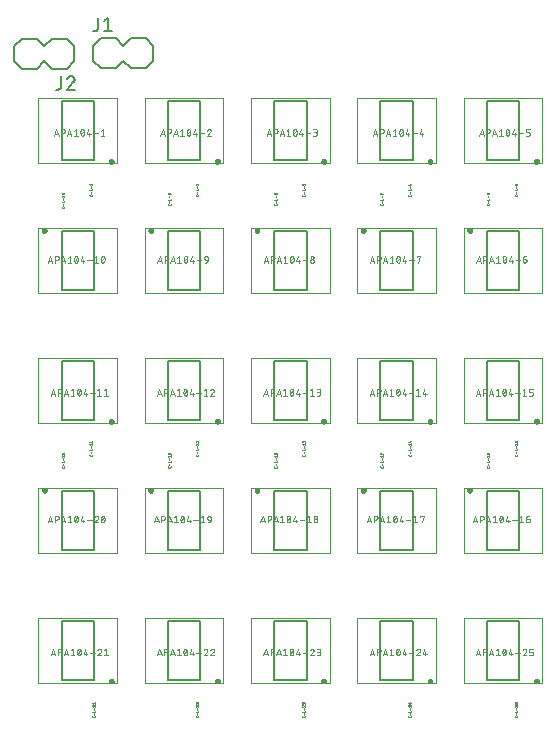
<source format=gto>
G04 EAGLE Gerber RS-274X export*
G75*
%MOMM*%
%FSLAX34Y34*%
%LPD*%
%AMOC8*
5,1,8,0,0,1.08239X$1,22.5*%
G01*
%ADD10C,0.050800*%
%ADD11C,0.050000*%
%ADD12C,0.200000*%
%ADD13C,0.250000*%
%ADD14C,0.025400*%
%ADD15C,0.203200*%
%ADD16C,0.127000*%


D10*
X41995Y944936D02*
X43857Y950524D01*
X45720Y944936D01*
X45254Y946333D02*
X42460Y946333D01*
X48057Y944936D02*
X48057Y950524D01*
X49609Y950524D01*
X49686Y950522D01*
X49764Y950516D01*
X49840Y950507D01*
X49917Y950493D01*
X49992Y950476D01*
X50066Y950455D01*
X50140Y950430D01*
X50212Y950402D01*
X50282Y950370D01*
X50351Y950335D01*
X50418Y950296D01*
X50483Y950254D01*
X50546Y950209D01*
X50607Y950161D01*
X50665Y950110D01*
X50720Y950056D01*
X50773Y949999D01*
X50822Y949940D01*
X50869Y949878D01*
X50913Y949814D01*
X50953Y949748D01*
X50990Y949680D01*
X51024Y949610D01*
X51054Y949539D01*
X51080Y949466D01*
X51103Y949392D01*
X51122Y949317D01*
X51137Y949242D01*
X51149Y949165D01*
X51157Y949088D01*
X51161Y949011D01*
X51161Y948933D01*
X51157Y948856D01*
X51149Y948779D01*
X51137Y948702D01*
X51122Y948627D01*
X51103Y948552D01*
X51080Y948478D01*
X51054Y948405D01*
X51024Y948334D01*
X50990Y948264D01*
X50953Y948196D01*
X50913Y948130D01*
X50869Y948066D01*
X50822Y948004D01*
X50773Y947945D01*
X50720Y947888D01*
X50665Y947834D01*
X50607Y947783D01*
X50546Y947735D01*
X50483Y947690D01*
X50418Y947648D01*
X50351Y947609D01*
X50282Y947574D01*
X50212Y947542D01*
X50140Y947514D01*
X50066Y947489D01*
X49992Y947468D01*
X49917Y947451D01*
X49840Y947437D01*
X49764Y947428D01*
X49686Y947422D01*
X49609Y947420D01*
X48057Y947420D01*
X52967Y944936D02*
X54830Y950524D01*
X56693Y944936D01*
X56227Y946333D02*
X53433Y946333D01*
X58764Y949282D02*
X60316Y950524D01*
X60316Y944936D01*
X58764Y944936D02*
X61868Y944936D01*
X64250Y947730D02*
X64252Y947861D01*
X64257Y947991D01*
X64267Y948121D01*
X64280Y948251D01*
X64296Y948381D01*
X64316Y948510D01*
X64340Y948638D01*
X64368Y948765D01*
X64399Y948892D01*
X64434Y949018D01*
X64472Y949143D01*
X64514Y949267D01*
X64559Y949389D01*
X64608Y949510D01*
X64660Y949630D01*
X64716Y949748D01*
X64739Y949808D01*
X64765Y949868D01*
X64794Y949925D01*
X64827Y949981D01*
X64863Y950035D01*
X64901Y950087D01*
X64943Y950137D01*
X64987Y950184D01*
X65034Y950229D01*
X65084Y950271D01*
X65135Y950310D01*
X65189Y950346D01*
X65245Y950379D01*
X65302Y950409D01*
X65361Y950436D01*
X65422Y950459D01*
X65483Y950479D01*
X65546Y950495D01*
X65610Y950508D01*
X65674Y950517D01*
X65738Y950522D01*
X65803Y950524D01*
X65868Y950522D01*
X65932Y950517D01*
X65996Y950508D01*
X66060Y950495D01*
X66123Y950479D01*
X66184Y950459D01*
X66245Y950436D01*
X66304Y950409D01*
X66361Y950379D01*
X66417Y950346D01*
X66471Y950310D01*
X66522Y950271D01*
X66572Y950229D01*
X66619Y950184D01*
X66663Y950137D01*
X66705Y950087D01*
X66743Y950035D01*
X66779Y949981D01*
X66812Y949925D01*
X66841Y949868D01*
X66867Y949808D01*
X66890Y949748D01*
X66889Y949748D02*
X66945Y949630D01*
X66997Y949510D01*
X67046Y949389D01*
X67091Y949267D01*
X67133Y949143D01*
X67171Y949018D01*
X67206Y948892D01*
X67237Y948766D01*
X67265Y948638D01*
X67289Y948510D01*
X67309Y948381D01*
X67325Y948251D01*
X67338Y948121D01*
X67348Y947991D01*
X67353Y947861D01*
X67355Y947730D01*
X64251Y947730D02*
X64253Y947599D01*
X64258Y947469D01*
X64268Y947339D01*
X64281Y947209D01*
X64297Y947079D01*
X64317Y946950D01*
X64341Y946822D01*
X64369Y946695D01*
X64400Y946568D01*
X64435Y946442D01*
X64473Y946317D01*
X64515Y946193D01*
X64560Y946071D01*
X64609Y945950D01*
X64661Y945830D01*
X64717Y945712D01*
X64716Y945712D02*
X64739Y945652D01*
X64765Y945592D01*
X64794Y945535D01*
X64827Y945479D01*
X64863Y945425D01*
X64901Y945373D01*
X64943Y945323D01*
X64987Y945276D01*
X65034Y945231D01*
X65084Y945189D01*
X65135Y945150D01*
X65189Y945114D01*
X65245Y945081D01*
X65302Y945051D01*
X65361Y945024D01*
X65422Y945001D01*
X65483Y944981D01*
X65546Y944965D01*
X65610Y944952D01*
X65674Y944943D01*
X65738Y944938D01*
X65803Y944936D01*
X66889Y945712D02*
X66945Y945830D01*
X66997Y945950D01*
X67046Y946071D01*
X67091Y946193D01*
X67133Y946317D01*
X67171Y946442D01*
X67206Y946568D01*
X67237Y946694D01*
X67265Y946822D01*
X67289Y946950D01*
X67309Y947079D01*
X67325Y947209D01*
X67338Y947339D01*
X67348Y947469D01*
X67353Y947599D01*
X67355Y947730D01*
X66890Y945712D02*
X66867Y945652D01*
X66841Y945592D01*
X66812Y945535D01*
X66779Y945479D01*
X66743Y945425D01*
X66705Y945373D01*
X66663Y945323D01*
X66619Y945276D01*
X66572Y945231D01*
X66522Y945189D01*
X66471Y945150D01*
X66417Y945114D01*
X66361Y945081D01*
X66304Y945051D01*
X66245Y945024D01*
X66184Y945001D01*
X66123Y944981D01*
X66060Y944965D01*
X65996Y944952D01*
X65932Y944943D01*
X65868Y944938D01*
X65803Y944936D01*
X64561Y946178D02*
X67044Y949282D01*
X69737Y946178D02*
X70979Y950524D01*
X69737Y946178D02*
X72841Y946178D01*
X71910Y947420D02*
X71910Y944936D01*
X75278Y947109D02*
X79004Y947109D01*
X81441Y949282D02*
X82993Y950524D01*
X82993Y944936D01*
X81441Y944936D02*
X84545Y944936D01*
D11*
X95250Y921500D02*
X28750Y921500D01*
X28750Y976500D01*
X95250Y976500D01*
X95250Y921500D01*
D12*
X75750Y924000D02*
X48250Y924000D01*
X48250Y974000D01*
X75750Y974000D01*
X75750Y924000D01*
D13*
X89000Y923250D02*
X89002Y923320D01*
X89008Y923390D01*
X89018Y923459D01*
X89031Y923528D01*
X89049Y923596D01*
X89070Y923663D01*
X89095Y923728D01*
X89124Y923792D01*
X89156Y923855D01*
X89192Y923915D01*
X89231Y923973D01*
X89273Y924029D01*
X89318Y924083D01*
X89366Y924134D01*
X89417Y924182D01*
X89471Y924227D01*
X89527Y924269D01*
X89585Y924308D01*
X89645Y924344D01*
X89708Y924376D01*
X89772Y924405D01*
X89837Y924430D01*
X89904Y924451D01*
X89972Y924469D01*
X90041Y924482D01*
X90110Y924492D01*
X90180Y924498D01*
X90250Y924500D01*
X90320Y924498D01*
X90390Y924492D01*
X90459Y924482D01*
X90528Y924469D01*
X90596Y924451D01*
X90663Y924430D01*
X90728Y924405D01*
X90792Y924376D01*
X90855Y924344D01*
X90915Y924308D01*
X90973Y924269D01*
X91029Y924227D01*
X91083Y924182D01*
X91134Y924134D01*
X91182Y924083D01*
X91227Y924029D01*
X91269Y923973D01*
X91308Y923915D01*
X91344Y923855D01*
X91376Y923792D01*
X91405Y923728D01*
X91430Y923663D01*
X91451Y923596D01*
X91469Y923528D01*
X91482Y923459D01*
X91492Y923390D01*
X91498Y923320D01*
X91500Y923250D01*
X91498Y923180D01*
X91492Y923110D01*
X91482Y923041D01*
X91469Y922972D01*
X91451Y922904D01*
X91430Y922837D01*
X91405Y922772D01*
X91376Y922708D01*
X91344Y922645D01*
X91308Y922585D01*
X91269Y922527D01*
X91227Y922471D01*
X91182Y922417D01*
X91134Y922366D01*
X91083Y922318D01*
X91029Y922273D01*
X90973Y922231D01*
X90915Y922192D01*
X90855Y922156D01*
X90792Y922124D01*
X90728Y922095D01*
X90663Y922070D01*
X90596Y922049D01*
X90528Y922031D01*
X90459Y922018D01*
X90390Y922008D01*
X90320Y922002D01*
X90250Y922000D01*
X90180Y922002D01*
X90110Y922008D01*
X90041Y922018D01*
X89972Y922031D01*
X89904Y922049D01*
X89837Y922070D01*
X89772Y922095D01*
X89708Y922124D01*
X89645Y922156D01*
X89585Y922192D01*
X89527Y922231D01*
X89471Y922273D01*
X89417Y922318D01*
X89366Y922366D01*
X89318Y922417D01*
X89273Y922471D01*
X89231Y922527D01*
X89192Y922585D01*
X89156Y922645D01*
X89124Y922708D01*
X89095Y922772D01*
X89070Y922837D01*
X89049Y922904D01*
X89031Y922972D01*
X89018Y923041D01*
X89008Y923110D01*
X89002Y923180D01*
X89000Y923250D01*
D10*
X38574Y843064D02*
X36711Y837476D01*
X40437Y837476D02*
X38574Y843064D01*
X39971Y838873D02*
X37177Y838873D01*
X42774Y837476D02*
X42774Y843064D01*
X44326Y843064D01*
X44403Y843062D01*
X44481Y843056D01*
X44557Y843047D01*
X44634Y843033D01*
X44709Y843016D01*
X44783Y842995D01*
X44857Y842970D01*
X44929Y842942D01*
X44999Y842910D01*
X45068Y842875D01*
X45135Y842836D01*
X45200Y842794D01*
X45263Y842749D01*
X45324Y842701D01*
X45382Y842650D01*
X45437Y842596D01*
X45490Y842539D01*
X45539Y842480D01*
X45586Y842418D01*
X45630Y842354D01*
X45670Y842288D01*
X45707Y842220D01*
X45741Y842150D01*
X45771Y842079D01*
X45797Y842006D01*
X45820Y841932D01*
X45839Y841857D01*
X45854Y841782D01*
X45866Y841705D01*
X45874Y841628D01*
X45878Y841551D01*
X45878Y841473D01*
X45874Y841396D01*
X45866Y841319D01*
X45854Y841242D01*
X45839Y841167D01*
X45820Y841092D01*
X45797Y841018D01*
X45771Y840945D01*
X45741Y840874D01*
X45707Y840804D01*
X45670Y840736D01*
X45630Y840670D01*
X45586Y840606D01*
X45539Y840544D01*
X45490Y840485D01*
X45437Y840428D01*
X45382Y840374D01*
X45324Y840323D01*
X45263Y840275D01*
X45200Y840230D01*
X45135Y840188D01*
X45068Y840149D01*
X44999Y840114D01*
X44929Y840082D01*
X44857Y840054D01*
X44783Y840029D01*
X44709Y840008D01*
X44634Y839991D01*
X44557Y839977D01*
X44481Y839968D01*
X44403Y839962D01*
X44326Y839960D01*
X42774Y839960D01*
X47684Y837476D02*
X49547Y843064D01*
X51409Y837476D01*
X50944Y838873D02*
X48150Y838873D01*
X53481Y841822D02*
X55033Y843064D01*
X55033Y837476D01*
X53481Y837476D02*
X56585Y837476D01*
X58967Y840270D02*
X58969Y840401D01*
X58974Y840531D01*
X58984Y840661D01*
X58997Y840791D01*
X59013Y840921D01*
X59033Y841050D01*
X59057Y841178D01*
X59085Y841305D01*
X59116Y841432D01*
X59151Y841558D01*
X59189Y841683D01*
X59231Y841807D01*
X59276Y841929D01*
X59325Y842050D01*
X59377Y842170D01*
X59433Y842288D01*
X59432Y842288D02*
X59455Y842348D01*
X59481Y842408D01*
X59510Y842465D01*
X59543Y842521D01*
X59579Y842575D01*
X59617Y842627D01*
X59659Y842677D01*
X59703Y842724D01*
X59750Y842769D01*
X59800Y842811D01*
X59851Y842850D01*
X59905Y842886D01*
X59961Y842919D01*
X60018Y842949D01*
X60077Y842976D01*
X60138Y842999D01*
X60199Y843019D01*
X60262Y843035D01*
X60326Y843048D01*
X60390Y843057D01*
X60454Y843062D01*
X60519Y843064D01*
X60584Y843062D01*
X60648Y843057D01*
X60712Y843048D01*
X60776Y843035D01*
X60839Y843019D01*
X60900Y842999D01*
X60961Y842976D01*
X61020Y842949D01*
X61077Y842919D01*
X61133Y842886D01*
X61187Y842850D01*
X61238Y842811D01*
X61288Y842769D01*
X61335Y842724D01*
X61379Y842677D01*
X61421Y842627D01*
X61459Y842575D01*
X61495Y842521D01*
X61528Y842465D01*
X61557Y842408D01*
X61583Y842348D01*
X61606Y842288D01*
X61662Y842170D01*
X61714Y842050D01*
X61763Y841929D01*
X61808Y841807D01*
X61850Y841683D01*
X61888Y841558D01*
X61923Y841432D01*
X61954Y841306D01*
X61982Y841178D01*
X62006Y841050D01*
X62026Y840921D01*
X62042Y840791D01*
X62055Y840661D01*
X62065Y840531D01*
X62070Y840401D01*
X62072Y840270D01*
X58967Y840270D02*
X58969Y840139D01*
X58974Y840009D01*
X58984Y839879D01*
X58997Y839749D01*
X59013Y839619D01*
X59033Y839490D01*
X59057Y839362D01*
X59085Y839235D01*
X59116Y839108D01*
X59151Y838982D01*
X59189Y838857D01*
X59231Y838733D01*
X59276Y838611D01*
X59325Y838490D01*
X59377Y838370D01*
X59433Y838252D01*
X59432Y838252D02*
X59455Y838192D01*
X59481Y838132D01*
X59510Y838075D01*
X59543Y838019D01*
X59579Y837965D01*
X59617Y837913D01*
X59659Y837863D01*
X59703Y837816D01*
X59750Y837771D01*
X59800Y837729D01*
X59851Y837690D01*
X59905Y837654D01*
X59961Y837621D01*
X60018Y837591D01*
X60077Y837564D01*
X60138Y837541D01*
X60199Y837521D01*
X60262Y837505D01*
X60326Y837492D01*
X60390Y837483D01*
X60454Y837478D01*
X60519Y837476D01*
X61606Y838252D02*
X61662Y838370D01*
X61714Y838490D01*
X61763Y838611D01*
X61808Y838733D01*
X61850Y838857D01*
X61888Y838982D01*
X61923Y839108D01*
X61954Y839234D01*
X61982Y839362D01*
X62006Y839490D01*
X62026Y839619D01*
X62042Y839749D01*
X62055Y839879D01*
X62065Y840009D01*
X62070Y840139D01*
X62072Y840270D01*
X61606Y838252D02*
X61583Y838192D01*
X61557Y838132D01*
X61528Y838075D01*
X61495Y838019D01*
X61459Y837965D01*
X61421Y837913D01*
X61379Y837863D01*
X61335Y837816D01*
X61288Y837771D01*
X61238Y837729D01*
X61187Y837690D01*
X61133Y837654D01*
X61077Y837621D01*
X61020Y837591D01*
X60961Y837564D01*
X60900Y837541D01*
X60839Y837521D01*
X60776Y837505D01*
X60712Y837492D01*
X60648Y837483D01*
X60584Y837478D01*
X60519Y837476D01*
X59278Y838718D02*
X61761Y841822D01*
X64454Y838718D02*
X65695Y843064D01*
X64454Y838718D02*
X67558Y838718D01*
X66627Y839960D02*
X66627Y837476D01*
X69995Y839649D02*
X73721Y839649D01*
X76158Y841822D02*
X77710Y843064D01*
X77710Y837476D01*
X76158Y837476D02*
X79262Y837476D01*
X81644Y840270D02*
X81646Y840401D01*
X81651Y840531D01*
X81661Y840661D01*
X81674Y840791D01*
X81690Y840921D01*
X81710Y841050D01*
X81734Y841178D01*
X81762Y841305D01*
X81793Y841432D01*
X81828Y841558D01*
X81866Y841683D01*
X81908Y841807D01*
X81953Y841929D01*
X82002Y842050D01*
X82054Y842170D01*
X82110Y842288D01*
X82109Y842288D02*
X82132Y842348D01*
X82158Y842408D01*
X82187Y842465D01*
X82220Y842521D01*
X82256Y842575D01*
X82294Y842627D01*
X82336Y842677D01*
X82380Y842724D01*
X82427Y842769D01*
X82477Y842811D01*
X82528Y842850D01*
X82582Y842886D01*
X82638Y842919D01*
X82695Y842949D01*
X82754Y842976D01*
X82815Y842999D01*
X82876Y843019D01*
X82939Y843035D01*
X83003Y843048D01*
X83067Y843057D01*
X83131Y843062D01*
X83196Y843064D01*
X83261Y843062D01*
X83325Y843057D01*
X83389Y843048D01*
X83453Y843035D01*
X83516Y843019D01*
X83577Y842999D01*
X83638Y842976D01*
X83697Y842949D01*
X83754Y842919D01*
X83810Y842886D01*
X83864Y842850D01*
X83915Y842811D01*
X83965Y842769D01*
X84012Y842724D01*
X84056Y842677D01*
X84098Y842627D01*
X84136Y842575D01*
X84172Y842521D01*
X84205Y842465D01*
X84234Y842408D01*
X84260Y842348D01*
X84283Y842288D01*
X84339Y842170D01*
X84391Y842050D01*
X84440Y841929D01*
X84485Y841807D01*
X84527Y841683D01*
X84565Y841558D01*
X84600Y841432D01*
X84631Y841306D01*
X84659Y841178D01*
X84683Y841050D01*
X84703Y840921D01*
X84719Y840791D01*
X84732Y840661D01*
X84742Y840531D01*
X84747Y840401D01*
X84749Y840270D01*
X81644Y840270D02*
X81646Y840139D01*
X81651Y840009D01*
X81661Y839879D01*
X81674Y839749D01*
X81690Y839619D01*
X81710Y839490D01*
X81734Y839362D01*
X81762Y839235D01*
X81793Y839108D01*
X81828Y838982D01*
X81866Y838857D01*
X81908Y838733D01*
X81953Y838611D01*
X82002Y838490D01*
X82054Y838370D01*
X82110Y838252D01*
X82109Y838252D02*
X82132Y838192D01*
X82158Y838132D01*
X82187Y838075D01*
X82220Y838019D01*
X82256Y837965D01*
X82294Y837913D01*
X82336Y837863D01*
X82380Y837816D01*
X82427Y837771D01*
X82477Y837729D01*
X82528Y837690D01*
X82582Y837654D01*
X82638Y837621D01*
X82695Y837591D01*
X82754Y837564D01*
X82815Y837541D01*
X82876Y837521D01*
X82939Y837505D01*
X83003Y837492D01*
X83067Y837483D01*
X83131Y837478D01*
X83196Y837476D01*
X84283Y838252D02*
X84339Y838370D01*
X84391Y838490D01*
X84440Y838611D01*
X84485Y838733D01*
X84527Y838857D01*
X84565Y838982D01*
X84600Y839108D01*
X84631Y839234D01*
X84659Y839362D01*
X84683Y839490D01*
X84703Y839619D01*
X84719Y839749D01*
X84732Y839879D01*
X84742Y840009D01*
X84747Y840139D01*
X84749Y840270D01*
X84283Y838252D02*
X84260Y838192D01*
X84234Y838132D01*
X84205Y838075D01*
X84172Y838019D01*
X84136Y837965D01*
X84098Y837913D01*
X84056Y837863D01*
X84012Y837816D01*
X83965Y837771D01*
X83915Y837729D01*
X83864Y837690D01*
X83810Y837654D01*
X83754Y837621D01*
X83697Y837591D01*
X83638Y837564D01*
X83577Y837541D01*
X83516Y837521D01*
X83453Y837505D01*
X83389Y837492D01*
X83325Y837483D01*
X83261Y837478D01*
X83196Y837476D01*
X81955Y838718D02*
X84438Y841822D01*
D11*
X95250Y866500D02*
X28750Y866500D01*
X95250Y866500D02*
X95250Y811500D01*
X28750Y811500D01*
X28750Y866500D01*
D12*
X48250Y864000D02*
X75750Y864000D01*
X75750Y814000D01*
X48250Y814000D01*
X48250Y864000D01*
D13*
X32500Y864750D02*
X32502Y864820D01*
X32508Y864890D01*
X32518Y864959D01*
X32531Y865028D01*
X32549Y865096D01*
X32570Y865163D01*
X32595Y865228D01*
X32624Y865292D01*
X32656Y865355D01*
X32692Y865415D01*
X32731Y865473D01*
X32773Y865529D01*
X32818Y865583D01*
X32866Y865634D01*
X32917Y865682D01*
X32971Y865727D01*
X33027Y865769D01*
X33085Y865808D01*
X33145Y865844D01*
X33208Y865876D01*
X33272Y865905D01*
X33337Y865930D01*
X33404Y865951D01*
X33472Y865969D01*
X33541Y865982D01*
X33610Y865992D01*
X33680Y865998D01*
X33750Y866000D01*
X33820Y865998D01*
X33890Y865992D01*
X33959Y865982D01*
X34028Y865969D01*
X34096Y865951D01*
X34163Y865930D01*
X34228Y865905D01*
X34292Y865876D01*
X34355Y865844D01*
X34415Y865808D01*
X34473Y865769D01*
X34529Y865727D01*
X34583Y865682D01*
X34634Y865634D01*
X34682Y865583D01*
X34727Y865529D01*
X34769Y865473D01*
X34808Y865415D01*
X34844Y865355D01*
X34876Y865292D01*
X34905Y865228D01*
X34930Y865163D01*
X34951Y865096D01*
X34969Y865028D01*
X34982Y864959D01*
X34992Y864890D01*
X34998Y864820D01*
X35000Y864750D01*
X34998Y864680D01*
X34992Y864610D01*
X34982Y864541D01*
X34969Y864472D01*
X34951Y864404D01*
X34930Y864337D01*
X34905Y864272D01*
X34876Y864208D01*
X34844Y864145D01*
X34808Y864085D01*
X34769Y864027D01*
X34727Y863971D01*
X34682Y863917D01*
X34634Y863866D01*
X34583Y863818D01*
X34529Y863773D01*
X34473Y863731D01*
X34415Y863692D01*
X34355Y863656D01*
X34292Y863624D01*
X34228Y863595D01*
X34163Y863570D01*
X34096Y863549D01*
X34028Y863531D01*
X33959Y863518D01*
X33890Y863508D01*
X33820Y863502D01*
X33750Y863500D01*
X33680Y863502D01*
X33610Y863508D01*
X33541Y863518D01*
X33472Y863531D01*
X33404Y863549D01*
X33337Y863570D01*
X33272Y863595D01*
X33208Y863624D01*
X33145Y863656D01*
X33085Y863692D01*
X33027Y863731D01*
X32971Y863773D01*
X32917Y863818D01*
X32866Y863866D01*
X32818Y863917D01*
X32773Y863971D01*
X32731Y864027D01*
X32692Y864085D01*
X32656Y864145D01*
X32624Y864208D01*
X32595Y864272D01*
X32570Y864337D01*
X32549Y864404D01*
X32531Y864472D01*
X32518Y864541D01*
X32508Y864610D01*
X32502Y864680D01*
X32500Y864750D01*
D10*
X41114Y730524D02*
X39251Y724936D01*
X42977Y724936D02*
X41114Y730524D01*
X42511Y726333D02*
X39717Y726333D01*
X45314Y724936D02*
X45314Y730524D01*
X46866Y730524D01*
X46943Y730522D01*
X47021Y730516D01*
X47097Y730507D01*
X47174Y730493D01*
X47249Y730476D01*
X47323Y730455D01*
X47397Y730430D01*
X47469Y730402D01*
X47539Y730370D01*
X47608Y730335D01*
X47675Y730296D01*
X47740Y730254D01*
X47803Y730209D01*
X47864Y730161D01*
X47922Y730110D01*
X47977Y730056D01*
X48030Y729999D01*
X48079Y729940D01*
X48126Y729878D01*
X48170Y729814D01*
X48210Y729748D01*
X48247Y729680D01*
X48281Y729610D01*
X48311Y729539D01*
X48337Y729466D01*
X48360Y729392D01*
X48379Y729317D01*
X48394Y729242D01*
X48406Y729165D01*
X48414Y729088D01*
X48418Y729011D01*
X48418Y728933D01*
X48414Y728856D01*
X48406Y728779D01*
X48394Y728702D01*
X48379Y728627D01*
X48360Y728552D01*
X48337Y728478D01*
X48311Y728405D01*
X48281Y728334D01*
X48247Y728264D01*
X48210Y728196D01*
X48170Y728130D01*
X48126Y728066D01*
X48079Y728004D01*
X48030Y727945D01*
X47977Y727888D01*
X47922Y727834D01*
X47864Y727783D01*
X47803Y727735D01*
X47740Y727690D01*
X47675Y727648D01*
X47608Y727609D01*
X47539Y727574D01*
X47469Y727542D01*
X47397Y727514D01*
X47323Y727489D01*
X47249Y727468D01*
X47174Y727451D01*
X47097Y727437D01*
X47021Y727428D01*
X46943Y727422D01*
X46866Y727420D01*
X45314Y727420D01*
X50224Y724936D02*
X52087Y730524D01*
X53949Y724936D01*
X53484Y726333D02*
X50690Y726333D01*
X56021Y729282D02*
X57573Y730524D01*
X57573Y724936D01*
X56021Y724936D02*
X59125Y724936D01*
X61507Y727730D02*
X61509Y727861D01*
X61514Y727991D01*
X61524Y728121D01*
X61537Y728251D01*
X61553Y728381D01*
X61573Y728510D01*
X61597Y728638D01*
X61625Y728765D01*
X61656Y728892D01*
X61691Y729018D01*
X61729Y729143D01*
X61771Y729267D01*
X61816Y729389D01*
X61865Y729510D01*
X61917Y729630D01*
X61973Y729748D01*
X61972Y729748D02*
X61995Y729808D01*
X62021Y729868D01*
X62050Y729925D01*
X62083Y729981D01*
X62119Y730035D01*
X62157Y730087D01*
X62199Y730137D01*
X62243Y730184D01*
X62290Y730229D01*
X62340Y730271D01*
X62391Y730310D01*
X62445Y730346D01*
X62501Y730379D01*
X62558Y730409D01*
X62617Y730436D01*
X62678Y730459D01*
X62739Y730479D01*
X62802Y730495D01*
X62866Y730508D01*
X62930Y730517D01*
X62994Y730522D01*
X63059Y730524D01*
X63124Y730522D01*
X63188Y730517D01*
X63252Y730508D01*
X63316Y730495D01*
X63379Y730479D01*
X63440Y730459D01*
X63501Y730436D01*
X63560Y730409D01*
X63617Y730379D01*
X63673Y730346D01*
X63727Y730310D01*
X63778Y730271D01*
X63828Y730229D01*
X63875Y730184D01*
X63919Y730137D01*
X63961Y730087D01*
X63999Y730035D01*
X64035Y729981D01*
X64068Y729925D01*
X64097Y729868D01*
X64123Y729808D01*
X64146Y729748D01*
X64202Y729630D01*
X64254Y729510D01*
X64303Y729389D01*
X64348Y729267D01*
X64390Y729143D01*
X64428Y729018D01*
X64463Y728892D01*
X64494Y728766D01*
X64522Y728638D01*
X64546Y728510D01*
X64566Y728381D01*
X64582Y728251D01*
X64595Y728121D01*
X64605Y727991D01*
X64610Y727861D01*
X64612Y727730D01*
X61507Y727730D02*
X61509Y727599D01*
X61514Y727469D01*
X61524Y727339D01*
X61537Y727209D01*
X61553Y727079D01*
X61573Y726950D01*
X61597Y726822D01*
X61625Y726695D01*
X61656Y726568D01*
X61691Y726442D01*
X61729Y726317D01*
X61771Y726193D01*
X61816Y726071D01*
X61865Y725950D01*
X61917Y725830D01*
X61973Y725712D01*
X61972Y725712D02*
X61995Y725652D01*
X62021Y725592D01*
X62050Y725535D01*
X62083Y725479D01*
X62119Y725425D01*
X62157Y725373D01*
X62199Y725323D01*
X62243Y725276D01*
X62290Y725231D01*
X62340Y725189D01*
X62391Y725150D01*
X62445Y725114D01*
X62501Y725081D01*
X62558Y725051D01*
X62617Y725024D01*
X62678Y725001D01*
X62739Y724981D01*
X62802Y724965D01*
X62866Y724952D01*
X62930Y724943D01*
X62994Y724938D01*
X63059Y724936D01*
X64146Y725712D02*
X64202Y725830D01*
X64254Y725950D01*
X64303Y726071D01*
X64348Y726193D01*
X64390Y726317D01*
X64428Y726442D01*
X64463Y726568D01*
X64494Y726694D01*
X64522Y726822D01*
X64546Y726950D01*
X64566Y727079D01*
X64582Y727209D01*
X64595Y727339D01*
X64605Y727469D01*
X64610Y727599D01*
X64612Y727730D01*
X64146Y725712D02*
X64123Y725652D01*
X64097Y725592D01*
X64068Y725535D01*
X64035Y725479D01*
X63999Y725425D01*
X63961Y725373D01*
X63919Y725323D01*
X63875Y725276D01*
X63828Y725231D01*
X63778Y725189D01*
X63727Y725150D01*
X63673Y725114D01*
X63617Y725081D01*
X63560Y725051D01*
X63501Y725024D01*
X63440Y725001D01*
X63379Y724981D01*
X63316Y724965D01*
X63252Y724952D01*
X63188Y724943D01*
X63124Y724938D01*
X63059Y724936D01*
X61818Y726178D02*
X64301Y729282D01*
X66994Y726178D02*
X68235Y730524D01*
X66994Y726178D02*
X70098Y726178D01*
X69167Y727420D02*
X69167Y724936D01*
X72535Y727109D02*
X76261Y727109D01*
X78698Y729282D02*
X80250Y730524D01*
X80250Y724936D01*
X78698Y724936D02*
X81802Y724936D01*
X84184Y729282D02*
X85736Y730524D01*
X85736Y724936D01*
X84184Y724936D02*
X87289Y724936D01*
D11*
X95250Y701500D02*
X28750Y701500D01*
X28750Y756500D01*
X95250Y756500D01*
X95250Y701500D01*
D12*
X75750Y704000D02*
X48250Y704000D01*
X48250Y754000D01*
X75750Y754000D01*
X75750Y704000D01*
D13*
X89000Y703250D02*
X89002Y703320D01*
X89008Y703390D01*
X89018Y703459D01*
X89031Y703528D01*
X89049Y703596D01*
X89070Y703663D01*
X89095Y703728D01*
X89124Y703792D01*
X89156Y703855D01*
X89192Y703915D01*
X89231Y703973D01*
X89273Y704029D01*
X89318Y704083D01*
X89366Y704134D01*
X89417Y704182D01*
X89471Y704227D01*
X89527Y704269D01*
X89585Y704308D01*
X89645Y704344D01*
X89708Y704376D01*
X89772Y704405D01*
X89837Y704430D01*
X89904Y704451D01*
X89972Y704469D01*
X90041Y704482D01*
X90110Y704492D01*
X90180Y704498D01*
X90250Y704500D01*
X90320Y704498D01*
X90390Y704492D01*
X90459Y704482D01*
X90528Y704469D01*
X90596Y704451D01*
X90663Y704430D01*
X90728Y704405D01*
X90792Y704376D01*
X90855Y704344D01*
X90915Y704308D01*
X90973Y704269D01*
X91029Y704227D01*
X91083Y704182D01*
X91134Y704134D01*
X91182Y704083D01*
X91227Y704029D01*
X91269Y703973D01*
X91308Y703915D01*
X91344Y703855D01*
X91376Y703792D01*
X91405Y703728D01*
X91430Y703663D01*
X91451Y703596D01*
X91469Y703528D01*
X91482Y703459D01*
X91492Y703390D01*
X91498Y703320D01*
X91500Y703250D01*
X91498Y703180D01*
X91492Y703110D01*
X91482Y703041D01*
X91469Y702972D01*
X91451Y702904D01*
X91430Y702837D01*
X91405Y702772D01*
X91376Y702708D01*
X91344Y702645D01*
X91308Y702585D01*
X91269Y702527D01*
X91227Y702471D01*
X91182Y702417D01*
X91134Y702366D01*
X91083Y702318D01*
X91029Y702273D01*
X90973Y702231D01*
X90915Y702192D01*
X90855Y702156D01*
X90792Y702124D01*
X90728Y702095D01*
X90663Y702070D01*
X90596Y702049D01*
X90528Y702031D01*
X90459Y702018D01*
X90390Y702008D01*
X90320Y702002D01*
X90250Y702000D01*
X90180Y702002D01*
X90110Y702008D01*
X90041Y702018D01*
X89972Y702031D01*
X89904Y702049D01*
X89837Y702070D01*
X89772Y702095D01*
X89708Y702124D01*
X89645Y702156D01*
X89585Y702192D01*
X89527Y702231D01*
X89471Y702273D01*
X89417Y702318D01*
X89366Y702366D01*
X89318Y702417D01*
X89273Y702471D01*
X89231Y702527D01*
X89192Y702585D01*
X89156Y702645D01*
X89124Y702708D01*
X89095Y702772D01*
X89070Y702837D01*
X89049Y702904D01*
X89031Y702972D01*
X89018Y703041D01*
X89008Y703110D01*
X89002Y703180D01*
X89000Y703250D01*
D10*
X129251Y724936D02*
X131114Y730524D01*
X132977Y724936D01*
X132511Y726333D02*
X129717Y726333D01*
X135314Y724936D02*
X135314Y730524D01*
X136866Y730524D01*
X136943Y730522D01*
X137021Y730516D01*
X137097Y730507D01*
X137174Y730493D01*
X137249Y730476D01*
X137323Y730455D01*
X137397Y730430D01*
X137469Y730402D01*
X137539Y730370D01*
X137608Y730335D01*
X137675Y730296D01*
X137740Y730254D01*
X137803Y730209D01*
X137864Y730161D01*
X137922Y730110D01*
X137977Y730056D01*
X138030Y729999D01*
X138079Y729940D01*
X138126Y729878D01*
X138170Y729814D01*
X138210Y729748D01*
X138247Y729680D01*
X138281Y729610D01*
X138311Y729539D01*
X138337Y729466D01*
X138360Y729392D01*
X138379Y729317D01*
X138394Y729242D01*
X138406Y729165D01*
X138414Y729088D01*
X138418Y729011D01*
X138418Y728933D01*
X138414Y728856D01*
X138406Y728779D01*
X138394Y728702D01*
X138379Y728627D01*
X138360Y728552D01*
X138337Y728478D01*
X138311Y728405D01*
X138281Y728334D01*
X138247Y728264D01*
X138210Y728196D01*
X138170Y728130D01*
X138126Y728066D01*
X138079Y728004D01*
X138030Y727945D01*
X137977Y727888D01*
X137922Y727834D01*
X137864Y727783D01*
X137803Y727735D01*
X137740Y727690D01*
X137675Y727648D01*
X137608Y727609D01*
X137539Y727574D01*
X137469Y727542D01*
X137397Y727514D01*
X137323Y727489D01*
X137249Y727468D01*
X137174Y727451D01*
X137097Y727437D01*
X137021Y727428D01*
X136943Y727422D01*
X136866Y727420D01*
X135314Y727420D01*
X140224Y724936D02*
X142087Y730524D01*
X143949Y724936D01*
X143484Y726333D02*
X140690Y726333D01*
X146021Y729282D02*
X147573Y730524D01*
X147573Y724936D01*
X146021Y724936D02*
X149125Y724936D01*
X151507Y727730D02*
X151509Y727861D01*
X151514Y727991D01*
X151524Y728121D01*
X151537Y728251D01*
X151553Y728381D01*
X151573Y728510D01*
X151597Y728638D01*
X151625Y728765D01*
X151656Y728892D01*
X151691Y729018D01*
X151729Y729143D01*
X151771Y729267D01*
X151816Y729389D01*
X151865Y729510D01*
X151917Y729630D01*
X151973Y729748D01*
X151972Y729748D02*
X151995Y729808D01*
X152021Y729868D01*
X152050Y729925D01*
X152083Y729981D01*
X152119Y730035D01*
X152157Y730087D01*
X152199Y730137D01*
X152243Y730184D01*
X152290Y730229D01*
X152340Y730271D01*
X152391Y730310D01*
X152445Y730346D01*
X152501Y730379D01*
X152558Y730409D01*
X152617Y730436D01*
X152678Y730459D01*
X152739Y730479D01*
X152802Y730495D01*
X152866Y730508D01*
X152930Y730517D01*
X152994Y730522D01*
X153059Y730524D01*
X153124Y730522D01*
X153188Y730517D01*
X153252Y730508D01*
X153316Y730495D01*
X153379Y730479D01*
X153440Y730459D01*
X153501Y730436D01*
X153560Y730409D01*
X153617Y730379D01*
X153673Y730346D01*
X153727Y730310D01*
X153778Y730271D01*
X153828Y730229D01*
X153875Y730184D01*
X153919Y730137D01*
X153961Y730087D01*
X153999Y730035D01*
X154035Y729981D01*
X154068Y729925D01*
X154097Y729868D01*
X154123Y729808D01*
X154146Y729748D01*
X154202Y729630D01*
X154254Y729510D01*
X154303Y729389D01*
X154348Y729267D01*
X154390Y729143D01*
X154428Y729018D01*
X154463Y728892D01*
X154494Y728766D01*
X154522Y728638D01*
X154546Y728510D01*
X154566Y728381D01*
X154582Y728251D01*
X154595Y728121D01*
X154605Y727991D01*
X154610Y727861D01*
X154612Y727730D01*
X151507Y727730D02*
X151509Y727599D01*
X151514Y727469D01*
X151524Y727339D01*
X151537Y727209D01*
X151553Y727079D01*
X151573Y726950D01*
X151597Y726822D01*
X151625Y726695D01*
X151656Y726568D01*
X151691Y726442D01*
X151729Y726317D01*
X151771Y726193D01*
X151816Y726071D01*
X151865Y725950D01*
X151917Y725830D01*
X151973Y725712D01*
X151972Y725712D02*
X151995Y725652D01*
X152021Y725592D01*
X152050Y725535D01*
X152083Y725479D01*
X152119Y725425D01*
X152157Y725373D01*
X152199Y725323D01*
X152243Y725276D01*
X152290Y725231D01*
X152340Y725189D01*
X152391Y725150D01*
X152445Y725114D01*
X152501Y725081D01*
X152558Y725051D01*
X152617Y725024D01*
X152678Y725001D01*
X152739Y724981D01*
X152802Y724965D01*
X152866Y724952D01*
X152930Y724943D01*
X152994Y724938D01*
X153059Y724936D01*
X154146Y725712D02*
X154202Y725830D01*
X154254Y725950D01*
X154303Y726071D01*
X154348Y726193D01*
X154390Y726317D01*
X154428Y726442D01*
X154463Y726568D01*
X154494Y726694D01*
X154522Y726822D01*
X154546Y726950D01*
X154566Y727079D01*
X154582Y727209D01*
X154595Y727339D01*
X154605Y727469D01*
X154610Y727599D01*
X154612Y727730D01*
X154146Y725712D02*
X154123Y725652D01*
X154097Y725592D01*
X154068Y725535D01*
X154035Y725479D01*
X153999Y725425D01*
X153961Y725373D01*
X153919Y725323D01*
X153875Y725276D01*
X153828Y725231D01*
X153778Y725189D01*
X153727Y725150D01*
X153673Y725114D01*
X153617Y725081D01*
X153560Y725051D01*
X153501Y725024D01*
X153440Y725001D01*
X153379Y724981D01*
X153316Y724965D01*
X153252Y724952D01*
X153188Y724943D01*
X153124Y724938D01*
X153059Y724936D01*
X151818Y726178D02*
X154301Y729282D01*
X156994Y726178D02*
X158235Y730524D01*
X156994Y726178D02*
X160098Y726178D01*
X159167Y727420D02*
X159167Y724936D01*
X162535Y727109D02*
X166261Y727109D01*
X168698Y729282D02*
X170250Y730524D01*
X170250Y724936D01*
X168698Y724936D02*
X171802Y724936D01*
X177289Y729127D02*
X177287Y729200D01*
X177281Y729273D01*
X177272Y729346D01*
X177258Y729417D01*
X177241Y729489D01*
X177221Y729559D01*
X177196Y729628D01*
X177168Y729695D01*
X177137Y729761D01*
X177102Y729826D01*
X177064Y729888D01*
X177022Y729948D01*
X176978Y730006D01*
X176930Y730062D01*
X176880Y730115D01*
X176827Y730165D01*
X176771Y730213D01*
X176713Y730257D01*
X176653Y730299D01*
X176591Y730337D01*
X176526Y730372D01*
X176460Y730403D01*
X176393Y730431D01*
X176324Y730456D01*
X176254Y730476D01*
X176182Y730493D01*
X176111Y730507D01*
X176038Y730516D01*
X175965Y730522D01*
X175892Y730524D01*
X175808Y730522D01*
X175725Y730516D01*
X175642Y730507D01*
X175560Y730493D01*
X175478Y730476D01*
X175397Y730454D01*
X175317Y730429D01*
X175239Y730401D01*
X175161Y730369D01*
X175086Y730333D01*
X175012Y730294D01*
X174940Y730251D01*
X174870Y730205D01*
X174803Y730156D01*
X174737Y730103D01*
X174675Y730048D01*
X174615Y729990D01*
X174557Y729929D01*
X174503Y729866D01*
X174451Y729800D01*
X174403Y729732D01*
X174358Y729661D01*
X174316Y729589D01*
X174278Y729514D01*
X174243Y729438D01*
X174212Y729361D01*
X174184Y729282D01*
X176822Y728041D02*
X176876Y728094D01*
X176927Y728151D01*
X176975Y728210D01*
X177020Y728271D01*
X177061Y728334D01*
X177100Y728400D01*
X177135Y728467D01*
X177167Y728536D01*
X177195Y728607D01*
X177219Y728678D01*
X177240Y728751D01*
X177257Y728825D01*
X177271Y728900D01*
X177280Y728975D01*
X177286Y729051D01*
X177288Y729127D01*
X176823Y728040D02*
X174184Y724936D01*
X177289Y724936D01*
D11*
X185250Y701500D02*
X118750Y701500D01*
X118750Y756500D01*
X185250Y756500D01*
X185250Y701500D01*
D12*
X165750Y704000D02*
X138250Y704000D01*
X138250Y754000D01*
X165750Y754000D01*
X165750Y704000D01*
D13*
X179000Y703250D02*
X179002Y703320D01*
X179008Y703390D01*
X179018Y703459D01*
X179031Y703528D01*
X179049Y703596D01*
X179070Y703663D01*
X179095Y703728D01*
X179124Y703792D01*
X179156Y703855D01*
X179192Y703915D01*
X179231Y703973D01*
X179273Y704029D01*
X179318Y704083D01*
X179366Y704134D01*
X179417Y704182D01*
X179471Y704227D01*
X179527Y704269D01*
X179585Y704308D01*
X179645Y704344D01*
X179708Y704376D01*
X179772Y704405D01*
X179837Y704430D01*
X179904Y704451D01*
X179972Y704469D01*
X180041Y704482D01*
X180110Y704492D01*
X180180Y704498D01*
X180250Y704500D01*
X180320Y704498D01*
X180390Y704492D01*
X180459Y704482D01*
X180528Y704469D01*
X180596Y704451D01*
X180663Y704430D01*
X180728Y704405D01*
X180792Y704376D01*
X180855Y704344D01*
X180915Y704308D01*
X180973Y704269D01*
X181029Y704227D01*
X181083Y704182D01*
X181134Y704134D01*
X181182Y704083D01*
X181227Y704029D01*
X181269Y703973D01*
X181308Y703915D01*
X181344Y703855D01*
X181376Y703792D01*
X181405Y703728D01*
X181430Y703663D01*
X181451Y703596D01*
X181469Y703528D01*
X181482Y703459D01*
X181492Y703390D01*
X181498Y703320D01*
X181500Y703250D01*
X181498Y703180D01*
X181492Y703110D01*
X181482Y703041D01*
X181469Y702972D01*
X181451Y702904D01*
X181430Y702837D01*
X181405Y702772D01*
X181376Y702708D01*
X181344Y702645D01*
X181308Y702585D01*
X181269Y702527D01*
X181227Y702471D01*
X181182Y702417D01*
X181134Y702366D01*
X181083Y702318D01*
X181029Y702273D01*
X180973Y702231D01*
X180915Y702192D01*
X180855Y702156D01*
X180792Y702124D01*
X180728Y702095D01*
X180663Y702070D01*
X180596Y702049D01*
X180528Y702031D01*
X180459Y702018D01*
X180390Y702008D01*
X180320Y702002D01*
X180250Y702000D01*
X180180Y702002D01*
X180110Y702008D01*
X180041Y702018D01*
X179972Y702031D01*
X179904Y702049D01*
X179837Y702070D01*
X179772Y702095D01*
X179708Y702124D01*
X179645Y702156D01*
X179585Y702192D01*
X179527Y702231D01*
X179471Y702273D01*
X179417Y702318D01*
X179366Y702366D01*
X179318Y702417D01*
X179273Y702471D01*
X179231Y702527D01*
X179192Y702585D01*
X179156Y702645D01*
X179124Y702708D01*
X179095Y702772D01*
X179070Y702837D01*
X179049Y702904D01*
X179031Y702972D01*
X179018Y703041D01*
X179008Y703110D01*
X179002Y703180D01*
X179000Y703250D01*
D10*
X219251Y724936D02*
X221114Y730524D01*
X222977Y724936D01*
X222511Y726333D02*
X219717Y726333D01*
X225314Y724936D02*
X225314Y730524D01*
X226866Y730524D01*
X226943Y730522D01*
X227021Y730516D01*
X227097Y730507D01*
X227174Y730493D01*
X227249Y730476D01*
X227323Y730455D01*
X227397Y730430D01*
X227469Y730402D01*
X227539Y730370D01*
X227608Y730335D01*
X227675Y730296D01*
X227740Y730254D01*
X227803Y730209D01*
X227864Y730161D01*
X227922Y730110D01*
X227977Y730056D01*
X228030Y729999D01*
X228079Y729940D01*
X228126Y729878D01*
X228170Y729814D01*
X228210Y729748D01*
X228247Y729680D01*
X228281Y729610D01*
X228311Y729539D01*
X228337Y729466D01*
X228360Y729392D01*
X228379Y729317D01*
X228394Y729242D01*
X228406Y729165D01*
X228414Y729088D01*
X228418Y729011D01*
X228418Y728933D01*
X228414Y728856D01*
X228406Y728779D01*
X228394Y728702D01*
X228379Y728627D01*
X228360Y728552D01*
X228337Y728478D01*
X228311Y728405D01*
X228281Y728334D01*
X228247Y728264D01*
X228210Y728196D01*
X228170Y728130D01*
X228126Y728066D01*
X228079Y728004D01*
X228030Y727945D01*
X227977Y727888D01*
X227922Y727834D01*
X227864Y727783D01*
X227803Y727735D01*
X227740Y727690D01*
X227675Y727648D01*
X227608Y727609D01*
X227539Y727574D01*
X227469Y727542D01*
X227397Y727514D01*
X227323Y727489D01*
X227249Y727468D01*
X227174Y727451D01*
X227097Y727437D01*
X227021Y727428D01*
X226943Y727422D01*
X226866Y727420D01*
X225314Y727420D01*
X230224Y724936D02*
X232087Y730524D01*
X233949Y724936D01*
X233484Y726333D02*
X230690Y726333D01*
X236021Y729282D02*
X237573Y730524D01*
X237573Y724936D01*
X236021Y724936D02*
X239125Y724936D01*
X241507Y727730D02*
X241509Y727861D01*
X241514Y727991D01*
X241524Y728121D01*
X241537Y728251D01*
X241553Y728381D01*
X241573Y728510D01*
X241597Y728638D01*
X241625Y728765D01*
X241656Y728892D01*
X241691Y729018D01*
X241729Y729143D01*
X241771Y729267D01*
X241816Y729389D01*
X241865Y729510D01*
X241917Y729630D01*
X241973Y729748D01*
X241972Y729748D02*
X241995Y729808D01*
X242021Y729868D01*
X242050Y729925D01*
X242083Y729981D01*
X242119Y730035D01*
X242157Y730087D01*
X242199Y730137D01*
X242243Y730184D01*
X242290Y730229D01*
X242340Y730271D01*
X242391Y730310D01*
X242445Y730346D01*
X242501Y730379D01*
X242558Y730409D01*
X242617Y730436D01*
X242678Y730459D01*
X242739Y730479D01*
X242802Y730495D01*
X242866Y730508D01*
X242930Y730517D01*
X242994Y730522D01*
X243059Y730524D01*
X243124Y730522D01*
X243188Y730517D01*
X243252Y730508D01*
X243316Y730495D01*
X243379Y730479D01*
X243440Y730459D01*
X243501Y730436D01*
X243560Y730409D01*
X243617Y730379D01*
X243673Y730346D01*
X243727Y730310D01*
X243778Y730271D01*
X243828Y730229D01*
X243875Y730184D01*
X243919Y730137D01*
X243961Y730087D01*
X243999Y730035D01*
X244035Y729981D01*
X244068Y729925D01*
X244097Y729868D01*
X244123Y729808D01*
X244146Y729748D01*
X244202Y729630D01*
X244254Y729510D01*
X244303Y729389D01*
X244348Y729267D01*
X244390Y729143D01*
X244428Y729018D01*
X244463Y728892D01*
X244494Y728766D01*
X244522Y728638D01*
X244546Y728510D01*
X244566Y728381D01*
X244582Y728251D01*
X244595Y728121D01*
X244605Y727991D01*
X244610Y727861D01*
X244612Y727730D01*
X241507Y727730D02*
X241509Y727599D01*
X241514Y727469D01*
X241524Y727339D01*
X241537Y727209D01*
X241553Y727079D01*
X241573Y726950D01*
X241597Y726822D01*
X241625Y726695D01*
X241656Y726568D01*
X241691Y726442D01*
X241729Y726317D01*
X241771Y726193D01*
X241816Y726071D01*
X241865Y725950D01*
X241917Y725830D01*
X241973Y725712D01*
X241972Y725712D02*
X241995Y725652D01*
X242021Y725592D01*
X242050Y725535D01*
X242083Y725479D01*
X242119Y725425D01*
X242157Y725373D01*
X242199Y725323D01*
X242243Y725276D01*
X242290Y725231D01*
X242340Y725189D01*
X242391Y725150D01*
X242445Y725114D01*
X242501Y725081D01*
X242558Y725051D01*
X242617Y725024D01*
X242678Y725001D01*
X242739Y724981D01*
X242802Y724965D01*
X242866Y724952D01*
X242930Y724943D01*
X242994Y724938D01*
X243059Y724936D01*
X244146Y725712D02*
X244202Y725830D01*
X244254Y725950D01*
X244303Y726071D01*
X244348Y726193D01*
X244390Y726317D01*
X244428Y726442D01*
X244463Y726568D01*
X244494Y726694D01*
X244522Y726822D01*
X244546Y726950D01*
X244566Y727079D01*
X244582Y727209D01*
X244595Y727339D01*
X244605Y727469D01*
X244610Y727599D01*
X244612Y727730D01*
X244146Y725712D02*
X244123Y725652D01*
X244097Y725592D01*
X244068Y725535D01*
X244035Y725479D01*
X243999Y725425D01*
X243961Y725373D01*
X243919Y725323D01*
X243875Y725276D01*
X243828Y725231D01*
X243778Y725189D01*
X243727Y725150D01*
X243673Y725114D01*
X243617Y725081D01*
X243560Y725051D01*
X243501Y725024D01*
X243440Y725001D01*
X243379Y724981D01*
X243316Y724965D01*
X243252Y724952D01*
X243188Y724943D01*
X243124Y724938D01*
X243059Y724936D01*
X241818Y726178D02*
X244301Y729282D01*
X246994Y726178D02*
X248235Y730524D01*
X246994Y726178D02*
X250098Y726178D01*
X249167Y727420D02*
X249167Y724936D01*
X252535Y727109D02*
X256261Y727109D01*
X258698Y729282D02*
X260250Y730524D01*
X260250Y724936D01*
X258698Y724936D02*
X261802Y724936D01*
X264184Y724936D02*
X265736Y724936D01*
X265813Y724938D01*
X265891Y724944D01*
X265967Y724953D01*
X266044Y724967D01*
X266119Y724984D01*
X266193Y725005D01*
X266267Y725030D01*
X266339Y725058D01*
X266409Y725090D01*
X266478Y725125D01*
X266545Y725164D01*
X266610Y725206D01*
X266673Y725251D01*
X266734Y725299D01*
X266792Y725350D01*
X266847Y725404D01*
X266900Y725461D01*
X266949Y725520D01*
X266996Y725582D01*
X267040Y725646D01*
X267080Y725712D01*
X267117Y725780D01*
X267151Y725850D01*
X267181Y725921D01*
X267207Y725994D01*
X267230Y726068D01*
X267249Y726143D01*
X267264Y726218D01*
X267276Y726295D01*
X267284Y726372D01*
X267288Y726449D01*
X267288Y726527D01*
X267284Y726604D01*
X267276Y726681D01*
X267264Y726758D01*
X267249Y726833D01*
X267230Y726908D01*
X267207Y726982D01*
X267181Y727055D01*
X267151Y727126D01*
X267117Y727196D01*
X267080Y727264D01*
X267040Y727330D01*
X266996Y727394D01*
X266949Y727456D01*
X266900Y727515D01*
X266847Y727572D01*
X266792Y727626D01*
X266734Y727677D01*
X266673Y727725D01*
X266610Y727770D01*
X266545Y727812D01*
X266478Y727851D01*
X266409Y727886D01*
X266339Y727918D01*
X266267Y727946D01*
X266193Y727971D01*
X266119Y727992D01*
X266044Y728009D01*
X265967Y728023D01*
X265891Y728032D01*
X265813Y728038D01*
X265736Y728040D01*
X266047Y730524D02*
X264184Y730524D01*
X266047Y730524D02*
X266117Y730522D01*
X266186Y730516D01*
X266255Y730506D01*
X266323Y730493D01*
X266391Y730475D01*
X266457Y730454D01*
X266522Y730429D01*
X266586Y730401D01*
X266648Y730369D01*
X266708Y730334D01*
X266766Y730295D01*
X266821Y730253D01*
X266875Y730208D01*
X266925Y730160D01*
X266973Y730110D01*
X267018Y730056D01*
X267060Y730001D01*
X267099Y729943D01*
X267134Y729883D01*
X267166Y729821D01*
X267194Y729757D01*
X267219Y729692D01*
X267240Y729626D01*
X267258Y729558D01*
X267271Y729490D01*
X267281Y729421D01*
X267287Y729352D01*
X267289Y729282D01*
X267287Y729212D01*
X267281Y729143D01*
X267271Y729074D01*
X267258Y729006D01*
X267240Y728938D01*
X267219Y728872D01*
X267194Y728807D01*
X267166Y728743D01*
X267134Y728681D01*
X267099Y728621D01*
X267060Y728563D01*
X267018Y728508D01*
X266973Y728454D01*
X266925Y728404D01*
X266875Y728356D01*
X266821Y728311D01*
X266766Y728269D01*
X266708Y728230D01*
X266648Y728195D01*
X266586Y728163D01*
X266522Y728135D01*
X266457Y728110D01*
X266391Y728089D01*
X266323Y728071D01*
X266255Y728058D01*
X266186Y728048D01*
X266117Y728042D01*
X266047Y728040D01*
X264805Y728040D01*
D11*
X275250Y701500D02*
X208750Y701500D01*
X208750Y756500D01*
X275250Y756500D01*
X275250Y701500D01*
D12*
X255750Y704000D02*
X228250Y704000D01*
X228250Y754000D01*
X255750Y754000D01*
X255750Y704000D01*
D13*
X269000Y703250D02*
X269002Y703320D01*
X269008Y703390D01*
X269018Y703459D01*
X269031Y703528D01*
X269049Y703596D01*
X269070Y703663D01*
X269095Y703728D01*
X269124Y703792D01*
X269156Y703855D01*
X269192Y703915D01*
X269231Y703973D01*
X269273Y704029D01*
X269318Y704083D01*
X269366Y704134D01*
X269417Y704182D01*
X269471Y704227D01*
X269527Y704269D01*
X269585Y704308D01*
X269645Y704344D01*
X269708Y704376D01*
X269772Y704405D01*
X269837Y704430D01*
X269904Y704451D01*
X269972Y704469D01*
X270041Y704482D01*
X270110Y704492D01*
X270180Y704498D01*
X270250Y704500D01*
X270320Y704498D01*
X270390Y704492D01*
X270459Y704482D01*
X270528Y704469D01*
X270596Y704451D01*
X270663Y704430D01*
X270728Y704405D01*
X270792Y704376D01*
X270855Y704344D01*
X270915Y704308D01*
X270973Y704269D01*
X271029Y704227D01*
X271083Y704182D01*
X271134Y704134D01*
X271182Y704083D01*
X271227Y704029D01*
X271269Y703973D01*
X271308Y703915D01*
X271344Y703855D01*
X271376Y703792D01*
X271405Y703728D01*
X271430Y703663D01*
X271451Y703596D01*
X271469Y703528D01*
X271482Y703459D01*
X271492Y703390D01*
X271498Y703320D01*
X271500Y703250D01*
X271498Y703180D01*
X271492Y703110D01*
X271482Y703041D01*
X271469Y702972D01*
X271451Y702904D01*
X271430Y702837D01*
X271405Y702772D01*
X271376Y702708D01*
X271344Y702645D01*
X271308Y702585D01*
X271269Y702527D01*
X271227Y702471D01*
X271182Y702417D01*
X271134Y702366D01*
X271083Y702318D01*
X271029Y702273D01*
X270973Y702231D01*
X270915Y702192D01*
X270855Y702156D01*
X270792Y702124D01*
X270728Y702095D01*
X270663Y702070D01*
X270596Y702049D01*
X270528Y702031D01*
X270459Y702018D01*
X270390Y702008D01*
X270320Y702002D01*
X270250Y702000D01*
X270180Y702002D01*
X270110Y702008D01*
X270041Y702018D01*
X269972Y702031D01*
X269904Y702049D01*
X269837Y702070D01*
X269772Y702095D01*
X269708Y702124D01*
X269645Y702156D01*
X269585Y702192D01*
X269527Y702231D01*
X269471Y702273D01*
X269417Y702318D01*
X269366Y702366D01*
X269318Y702417D01*
X269273Y702471D01*
X269231Y702527D01*
X269192Y702585D01*
X269156Y702645D01*
X269124Y702708D01*
X269095Y702772D01*
X269070Y702837D01*
X269049Y702904D01*
X269031Y702972D01*
X269018Y703041D01*
X269008Y703110D01*
X269002Y703180D01*
X269000Y703250D01*
D10*
X309251Y724936D02*
X311114Y730524D01*
X312977Y724936D01*
X312511Y726333D02*
X309717Y726333D01*
X315314Y724936D02*
X315314Y730524D01*
X316866Y730524D01*
X316943Y730522D01*
X317021Y730516D01*
X317097Y730507D01*
X317174Y730493D01*
X317249Y730476D01*
X317323Y730455D01*
X317397Y730430D01*
X317469Y730402D01*
X317539Y730370D01*
X317608Y730335D01*
X317675Y730296D01*
X317740Y730254D01*
X317803Y730209D01*
X317864Y730161D01*
X317922Y730110D01*
X317977Y730056D01*
X318030Y729999D01*
X318079Y729940D01*
X318126Y729878D01*
X318170Y729814D01*
X318210Y729748D01*
X318247Y729680D01*
X318281Y729610D01*
X318311Y729539D01*
X318337Y729466D01*
X318360Y729392D01*
X318379Y729317D01*
X318394Y729242D01*
X318406Y729165D01*
X318414Y729088D01*
X318418Y729011D01*
X318418Y728933D01*
X318414Y728856D01*
X318406Y728779D01*
X318394Y728702D01*
X318379Y728627D01*
X318360Y728552D01*
X318337Y728478D01*
X318311Y728405D01*
X318281Y728334D01*
X318247Y728264D01*
X318210Y728196D01*
X318170Y728130D01*
X318126Y728066D01*
X318079Y728004D01*
X318030Y727945D01*
X317977Y727888D01*
X317922Y727834D01*
X317864Y727783D01*
X317803Y727735D01*
X317740Y727690D01*
X317675Y727648D01*
X317608Y727609D01*
X317539Y727574D01*
X317469Y727542D01*
X317397Y727514D01*
X317323Y727489D01*
X317249Y727468D01*
X317174Y727451D01*
X317097Y727437D01*
X317021Y727428D01*
X316943Y727422D01*
X316866Y727420D01*
X315314Y727420D01*
X320224Y724936D02*
X322087Y730524D01*
X323949Y724936D01*
X323484Y726333D02*
X320690Y726333D01*
X326021Y729282D02*
X327573Y730524D01*
X327573Y724936D01*
X326021Y724936D02*
X329125Y724936D01*
X331507Y727730D02*
X331509Y727861D01*
X331514Y727991D01*
X331524Y728121D01*
X331537Y728251D01*
X331553Y728381D01*
X331573Y728510D01*
X331597Y728638D01*
X331625Y728765D01*
X331656Y728892D01*
X331691Y729018D01*
X331729Y729143D01*
X331771Y729267D01*
X331816Y729389D01*
X331865Y729510D01*
X331917Y729630D01*
X331973Y729748D01*
X331972Y729748D02*
X331995Y729808D01*
X332021Y729868D01*
X332050Y729925D01*
X332083Y729981D01*
X332119Y730035D01*
X332157Y730087D01*
X332199Y730137D01*
X332243Y730184D01*
X332290Y730229D01*
X332340Y730271D01*
X332391Y730310D01*
X332445Y730346D01*
X332501Y730379D01*
X332558Y730409D01*
X332617Y730436D01*
X332678Y730459D01*
X332739Y730479D01*
X332802Y730495D01*
X332866Y730508D01*
X332930Y730517D01*
X332994Y730522D01*
X333059Y730524D01*
X333124Y730522D01*
X333188Y730517D01*
X333252Y730508D01*
X333316Y730495D01*
X333379Y730479D01*
X333440Y730459D01*
X333501Y730436D01*
X333560Y730409D01*
X333617Y730379D01*
X333673Y730346D01*
X333727Y730310D01*
X333778Y730271D01*
X333828Y730229D01*
X333875Y730184D01*
X333919Y730137D01*
X333961Y730087D01*
X333999Y730035D01*
X334035Y729981D01*
X334068Y729925D01*
X334097Y729868D01*
X334123Y729808D01*
X334146Y729748D01*
X334202Y729630D01*
X334254Y729510D01*
X334303Y729389D01*
X334348Y729267D01*
X334390Y729143D01*
X334428Y729018D01*
X334463Y728892D01*
X334494Y728766D01*
X334522Y728638D01*
X334546Y728510D01*
X334566Y728381D01*
X334582Y728251D01*
X334595Y728121D01*
X334605Y727991D01*
X334610Y727861D01*
X334612Y727730D01*
X331507Y727730D02*
X331509Y727599D01*
X331514Y727469D01*
X331524Y727339D01*
X331537Y727209D01*
X331553Y727079D01*
X331573Y726950D01*
X331597Y726822D01*
X331625Y726695D01*
X331656Y726568D01*
X331691Y726442D01*
X331729Y726317D01*
X331771Y726193D01*
X331816Y726071D01*
X331865Y725950D01*
X331917Y725830D01*
X331973Y725712D01*
X331972Y725712D02*
X331995Y725652D01*
X332021Y725592D01*
X332050Y725535D01*
X332083Y725479D01*
X332119Y725425D01*
X332157Y725373D01*
X332199Y725323D01*
X332243Y725276D01*
X332290Y725231D01*
X332340Y725189D01*
X332391Y725150D01*
X332445Y725114D01*
X332501Y725081D01*
X332558Y725051D01*
X332617Y725024D01*
X332678Y725001D01*
X332739Y724981D01*
X332802Y724965D01*
X332866Y724952D01*
X332930Y724943D01*
X332994Y724938D01*
X333059Y724936D01*
X334146Y725712D02*
X334202Y725830D01*
X334254Y725950D01*
X334303Y726071D01*
X334348Y726193D01*
X334390Y726317D01*
X334428Y726442D01*
X334463Y726568D01*
X334494Y726694D01*
X334522Y726822D01*
X334546Y726950D01*
X334566Y727079D01*
X334582Y727209D01*
X334595Y727339D01*
X334605Y727469D01*
X334610Y727599D01*
X334612Y727730D01*
X334146Y725712D02*
X334123Y725652D01*
X334097Y725592D01*
X334068Y725535D01*
X334035Y725479D01*
X333999Y725425D01*
X333961Y725373D01*
X333919Y725323D01*
X333875Y725276D01*
X333828Y725231D01*
X333778Y725189D01*
X333727Y725150D01*
X333673Y725114D01*
X333617Y725081D01*
X333560Y725051D01*
X333501Y725024D01*
X333440Y725001D01*
X333379Y724981D01*
X333316Y724965D01*
X333252Y724952D01*
X333188Y724943D01*
X333124Y724938D01*
X333059Y724936D01*
X331818Y726178D02*
X334301Y729282D01*
X336994Y726178D02*
X338235Y730524D01*
X336994Y726178D02*
X340098Y726178D01*
X339167Y727420D02*
X339167Y724936D01*
X342535Y727109D02*
X346261Y727109D01*
X348698Y729282D02*
X350250Y730524D01*
X350250Y724936D01*
X348698Y724936D02*
X351802Y724936D01*
X354184Y726178D02*
X355426Y730524D01*
X354184Y726178D02*
X357289Y726178D01*
X356357Y727420D02*
X356357Y724936D01*
D11*
X365250Y701500D02*
X298750Y701500D01*
X298750Y756500D01*
X365250Y756500D01*
X365250Y701500D01*
D12*
X345750Y704000D02*
X318250Y704000D01*
X318250Y754000D01*
X345750Y754000D01*
X345750Y704000D01*
D13*
X359000Y703250D02*
X359002Y703320D01*
X359008Y703390D01*
X359018Y703459D01*
X359031Y703528D01*
X359049Y703596D01*
X359070Y703663D01*
X359095Y703728D01*
X359124Y703792D01*
X359156Y703855D01*
X359192Y703915D01*
X359231Y703973D01*
X359273Y704029D01*
X359318Y704083D01*
X359366Y704134D01*
X359417Y704182D01*
X359471Y704227D01*
X359527Y704269D01*
X359585Y704308D01*
X359645Y704344D01*
X359708Y704376D01*
X359772Y704405D01*
X359837Y704430D01*
X359904Y704451D01*
X359972Y704469D01*
X360041Y704482D01*
X360110Y704492D01*
X360180Y704498D01*
X360250Y704500D01*
X360320Y704498D01*
X360390Y704492D01*
X360459Y704482D01*
X360528Y704469D01*
X360596Y704451D01*
X360663Y704430D01*
X360728Y704405D01*
X360792Y704376D01*
X360855Y704344D01*
X360915Y704308D01*
X360973Y704269D01*
X361029Y704227D01*
X361083Y704182D01*
X361134Y704134D01*
X361182Y704083D01*
X361227Y704029D01*
X361269Y703973D01*
X361308Y703915D01*
X361344Y703855D01*
X361376Y703792D01*
X361405Y703728D01*
X361430Y703663D01*
X361451Y703596D01*
X361469Y703528D01*
X361482Y703459D01*
X361492Y703390D01*
X361498Y703320D01*
X361500Y703250D01*
X361498Y703180D01*
X361492Y703110D01*
X361482Y703041D01*
X361469Y702972D01*
X361451Y702904D01*
X361430Y702837D01*
X361405Y702772D01*
X361376Y702708D01*
X361344Y702645D01*
X361308Y702585D01*
X361269Y702527D01*
X361227Y702471D01*
X361182Y702417D01*
X361134Y702366D01*
X361083Y702318D01*
X361029Y702273D01*
X360973Y702231D01*
X360915Y702192D01*
X360855Y702156D01*
X360792Y702124D01*
X360728Y702095D01*
X360663Y702070D01*
X360596Y702049D01*
X360528Y702031D01*
X360459Y702018D01*
X360390Y702008D01*
X360320Y702002D01*
X360250Y702000D01*
X360180Y702002D01*
X360110Y702008D01*
X360041Y702018D01*
X359972Y702031D01*
X359904Y702049D01*
X359837Y702070D01*
X359772Y702095D01*
X359708Y702124D01*
X359645Y702156D01*
X359585Y702192D01*
X359527Y702231D01*
X359471Y702273D01*
X359417Y702318D01*
X359366Y702366D01*
X359318Y702417D01*
X359273Y702471D01*
X359231Y702527D01*
X359192Y702585D01*
X359156Y702645D01*
X359124Y702708D01*
X359095Y702772D01*
X359070Y702837D01*
X359049Y702904D01*
X359031Y702972D01*
X359018Y703041D01*
X359008Y703110D01*
X359002Y703180D01*
X359000Y703250D01*
D10*
X399251Y724936D02*
X401114Y730524D01*
X402977Y724936D01*
X402511Y726333D02*
X399717Y726333D01*
X405314Y724936D02*
X405314Y730524D01*
X406866Y730524D01*
X406943Y730522D01*
X407021Y730516D01*
X407097Y730507D01*
X407174Y730493D01*
X407249Y730476D01*
X407323Y730455D01*
X407397Y730430D01*
X407469Y730402D01*
X407539Y730370D01*
X407608Y730335D01*
X407675Y730296D01*
X407740Y730254D01*
X407803Y730209D01*
X407864Y730161D01*
X407922Y730110D01*
X407977Y730056D01*
X408030Y729999D01*
X408079Y729940D01*
X408126Y729878D01*
X408170Y729814D01*
X408210Y729748D01*
X408247Y729680D01*
X408281Y729610D01*
X408311Y729539D01*
X408337Y729466D01*
X408360Y729392D01*
X408379Y729317D01*
X408394Y729242D01*
X408406Y729165D01*
X408414Y729088D01*
X408418Y729011D01*
X408418Y728933D01*
X408414Y728856D01*
X408406Y728779D01*
X408394Y728702D01*
X408379Y728627D01*
X408360Y728552D01*
X408337Y728478D01*
X408311Y728405D01*
X408281Y728334D01*
X408247Y728264D01*
X408210Y728196D01*
X408170Y728130D01*
X408126Y728066D01*
X408079Y728004D01*
X408030Y727945D01*
X407977Y727888D01*
X407922Y727834D01*
X407864Y727783D01*
X407803Y727735D01*
X407740Y727690D01*
X407675Y727648D01*
X407608Y727609D01*
X407539Y727574D01*
X407469Y727542D01*
X407397Y727514D01*
X407323Y727489D01*
X407249Y727468D01*
X407174Y727451D01*
X407097Y727437D01*
X407021Y727428D01*
X406943Y727422D01*
X406866Y727420D01*
X405314Y727420D01*
X410224Y724936D02*
X412087Y730524D01*
X413949Y724936D01*
X413484Y726333D02*
X410690Y726333D01*
X416021Y729282D02*
X417573Y730524D01*
X417573Y724936D01*
X416021Y724936D02*
X419125Y724936D01*
X421507Y727730D02*
X421509Y727861D01*
X421514Y727991D01*
X421524Y728121D01*
X421537Y728251D01*
X421553Y728381D01*
X421573Y728510D01*
X421597Y728638D01*
X421625Y728765D01*
X421656Y728892D01*
X421691Y729018D01*
X421729Y729143D01*
X421771Y729267D01*
X421816Y729389D01*
X421865Y729510D01*
X421917Y729630D01*
X421973Y729748D01*
X421972Y729748D02*
X421995Y729808D01*
X422021Y729868D01*
X422050Y729925D01*
X422083Y729981D01*
X422119Y730035D01*
X422157Y730087D01*
X422199Y730137D01*
X422243Y730184D01*
X422290Y730229D01*
X422340Y730271D01*
X422391Y730310D01*
X422445Y730346D01*
X422501Y730379D01*
X422558Y730409D01*
X422617Y730436D01*
X422678Y730459D01*
X422739Y730479D01*
X422802Y730495D01*
X422866Y730508D01*
X422930Y730517D01*
X422994Y730522D01*
X423059Y730524D01*
X423124Y730522D01*
X423188Y730517D01*
X423252Y730508D01*
X423316Y730495D01*
X423379Y730479D01*
X423440Y730459D01*
X423501Y730436D01*
X423560Y730409D01*
X423617Y730379D01*
X423673Y730346D01*
X423727Y730310D01*
X423778Y730271D01*
X423828Y730229D01*
X423875Y730184D01*
X423919Y730137D01*
X423961Y730087D01*
X423999Y730035D01*
X424035Y729981D01*
X424068Y729925D01*
X424097Y729868D01*
X424123Y729808D01*
X424146Y729748D01*
X424202Y729630D01*
X424254Y729510D01*
X424303Y729389D01*
X424348Y729267D01*
X424390Y729143D01*
X424428Y729018D01*
X424463Y728892D01*
X424494Y728766D01*
X424522Y728638D01*
X424546Y728510D01*
X424566Y728381D01*
X424582Y728251D01*
X424595Y728121D01*
X424605Y727991D01*
X424610Y727861D01*
X424612Y727730D01*
X421507Y727730D02*
X421509Y727599D01*
X421514Y727469D01*
X421524Y727339D01*
X421537Y727209D01*
X421553Y727079D01*
X421573Y726950D01*
X421597Y726822D01*
X421625Y726695D01*
X421656Y726568D01*
X421691Y726442D01*
X421729Y726317D01*
X421771Y726193D01*
X421816Y726071D01*
X421865Y725950D01*
X421917Y725830D01*
X421973Y725712D01*
X421972Y725712D02*
X421995Y725652D01*
X422021Y725592D01*
X422050Y725535D01*
X422083Y725479D01*
X422119Y725425D01*
X422157Y725373D01*
X422199Y725323D01*
X422243Y725276D01*
X422290Y725231D01*
X422340Y725189D01*
X422391Y725150D01*
X422445Y725114D01*
X422501Y725081D01*
X422558Y725051D01*
X422617Y725024D01*
X422678Y725001D01*
X422739Y724981D01*
X422802Y724965D01*
X422866Y724952D01*
X422930Y724943D01*
X422994Y724938D01*
X423059Y724936D01*
X424146Y725712D02*
X424202Y725830D01*
X424254Y725950D01*
X424303Y726071D01*
X424348Y726193D01*
X424390Y726317D01*
X424428Y726442D01*
X424463Y726568D01*
X424494Y726694D01*
X424522Y726822D01*
X424546Y726950D01*
X424566Y727079D01*
X424582Y727209D01*
X424595Y727339D01*
X424605Y727469D01*
X424610Y727599D01*
X424612Y727730D01*
X424146Y725712D02*
X424123Y725652D01*
X424097Y725592D01*
X424068Y725535D01*
X424035Y725479D01*
X423999Y725425D01*
X423961Y725373D01*
X423919Y725323D01*
X423875Y725276D01*
X423828Y725231D01*
X423778Y725189D01*
X423727Y725150D01*
X423673Y725114D01*
X423617Y725081D01*
X423560Y725051D01*
X423501Y725024D01*
X423440Y725001D01*
X423379Y724981D01*
X423316Y724965D01*
X423252Y724952D01*
X423188Y724943D01*
X423124Y724938D01*
X423059Y724936D01*
X421818Y726178D02*
X424301Y729282D01*
X426994Y726178D02*
X428235Y730524D01*
X426994Y726178D02*
X430098Y726178D01*
X429167Y727420D02*
X429167Y724936D01*
X432535Y727109D02*
X436261Y727109D01*
X438698Y729282D02*
X440250Y730524D01*
X440250Y724936D01*
X438698Y724936D02*
X441802Y724936D01*
X444184Y724936D02*
X446047Y724936D01*
X446117Y724938D01*
X446186Y724944D01*
X446255Y724954D01*
X446323Y724967D01*
X446391Y724985D01*
X446457Y725006D01*
X446522Y725031D01*
X446586Y725059D01*
X446648Y725091D01*
X446708Y725126D01*
X446766Y725165D01*
X446821Y725207D01*
X446875Y725252D01*
X446925Y725300D01*
X446973Y725350D01*
X447018Y725404D01*
X447060Y725459D01*
X447099Y725517D01*
X447134Y725577D01*
X447166Y725639D01*
X447194Y725703D01*
X447219Y725768D01*
X447240Y725834D01*
X447258Y725902D01*
X447271Y725970D01*
X447281Y726039D01*
X447287Y726108D01*
X447289Y726178D01*
X447289Y726799D01*
X447287Y726869D01*
X447281Y726938D01*
X447271Y727007D01*
X447258Y727075D01*
X447240Y727143D01*
X447219Y727209D01*
X447194Y727274D01*
X447166Y727338D01*
X447134Y727400D01*
X447099Y727460D01*
X447060Y727518D01*
X447018Y727573D01*
X446973Y727627D01*
X446925Y727677D01*
X446875Y727725D01*
X446821Y727770D01*
X446766Y727812D01*
X446708Y727851D01*
X446648Y727886D01*
X446586Y727918D01*
X446522Y727946D01*
X446457Y727971D01*
X446391Y727992D01*
X446323Y728010D01*
X446255Y728023D01*
X446186Y728033D01*
X446117Y728039D01*
X446047Y728041D01*
X446047Y728040D02*
X444184Y728040D01*
X444184Y730524D01*
X447289Y730524D01*
D11*
X455250Y701500D02*
X388750Y701500D01*
X388750Y756500D01*
X455250Y756500D01*
X455250Y701500D01*
D12*
X435750Y704000D02*
X408250Y704000D01*
X408250Y754000D01*
X435750Y754000D01*
X435750Y704000D01*
D13*
X449000Y703250D02*
X449002Y703320D01*
X449008Y703390D01*
X449018Y703459D01*
X449031Y703528D01*
X449049Y703596D01*
X449070Y703663D01*
X449095Y703728D01*
X449124Y703792D01*
X449156Y703855D01*
X449192Y703915D01*
X449231Y703973D01*
X449273Y704029D01*
X449318Y704083D01*
X449366Y704134D01*
X449417Y704182D01*
X449471Y704227D01*
X449527Y704269D01*
X449585Y704308D01*
X449645Y704344D01*
X449708Y704376D01*
X449772Y704405D01*
X449837Y704430D01*
X449904Y704451D01*
X449972Y704469D01*
X450041Y704482D01*
X450110Y704492D01*
X450180Y704498D01*
X450250Y704500D01*
X450320Y704498D01*
X450390Y704492D01*
X450459Y704482D01*
X450528Y704469D01*
X450596Y704451D01*
X450663Y704430D01*
X450728Y704405D01*
X450792Y704376D01*
X450855Y704344D01*
X450915Y704308D01*
X450973Y704269D01*
X451029Y704227D01*
X451083Y704182D01*
X451134Y704134D01*
X451182Y704083D01*
X451227Y704029D01*
X451269Y703973D01*
X451308Y703915D01*
X451344Y703855D01*
X451376Y703792D01*
X451405Y703728D01*
X451430Y703663D01*
X451451Y703596D01*
X451469Y703528D01*
X451482Y703459D01*
X451492Y703390D01*
X451498Y703320D01*
X451500Y703250D01*
X451498Y703180D01*
X451492Y703110D01*
X451482Y703041D01*
X451469Y702972D01*
X451451Y702904D01*
X451430Y702837D01*
X451405Y702772D01*
X451376Y702708D01*
X451344Y702645D01*
X451308Y702585D01*
X451269Y702527D01*
X451227Y702471D01*
X451182Y702417D01*
X451134Y702366D01*
X451083Y702318D01*
X451029Y702273D01*
X450973Y702231D01*
X450915Y702192D01*
X450855Y702156D01*
X450792Y702124D01*
X450728Y702095D01*
X450663Y702070D01*
X450596Y702049D01*
X450528Y702031D01*
X450459Y702018D01*
X450390Y702008D01*
X450320Y702002D01*
X450250Y702000D01*
X450180Y702002D01*
X450110Y702008D01*
X450041Y702018D01*
X449972Y702031D01*
X449904Y702049D01*
X449837Y702070D01*
X449772Y702095D01*
X449708Y702124D01*
X449645Y702156D01*
X449585Y702192D01*
X449527Y702231D01*
X449471Y702273D01*
X449417Y702318D01*
X449366Y702366D01*
X449318Y702417D01*
X449273Y702471D01*
X449231Y702527D01*
X449192Y702585D01*
X449156Y702645D01*
X449124Y702708D01*
X449095Y702772D01*
X449070Y702837D01*
X449049Y702904D01*
X449031Y702972D01*
X449018Y703041D01*
X449008Y703110D01*
X449002Y703180D01*
X449000Y703250D01*
D10*
X398574Y623064D02*
X396711Y617476D01*
X400437Y617476D02*
X398574Y623064D01*
X399971Y618873D02*
X397177Y618873D01*
X402774Y617476D02*
X402774Y623064D01*
X404326Y623064D01*
X404403Y623062D01*
X404481Y623056D01*
X404557Y623047D01*
X404634Y623033D01*
X404709Y623016D01*
X404783Y622995D01*
X404857Y622970D01*
X404929Y622942D01*
X404999Y622910D01*
X405068Y622875D01*
X405135Y622836D01*
X405200Y622794D01*
X405263Y622749D01*
X405324Y622701D01*
X405382Y622650D01*
X405437Y622596D01*
X405490Y622539D01*
X405539Y622480D01*
X405586Y622418D01*
X405630Y622354D01*
X405670Y622288D01*
X405707Y622220D01*
X405741Y622150D01*
X405771Y622079D01*
X405797Y622006D01*
X405820Y621932D01*
X405839Y621857D01*
X405854Y621782D01*
X405866Y621705D01*
X405874Y621628D01*
X405878Y621551D01*
X405878Y621473D01*
X405874Y621396D01*
X405866Y621319D01*
X405854Y621242D01*
X405839Y621167D01*
X405820Y621092D01*
X405797Y621018D01*
X405771Y620945D01*
X405741Y620874D01*
X405707Y620804D01*
X405670Y620736D01*
X405630Y620670D01*
X405586Y620606D01*
X405539Y620544D01*
X405490Y620485D01*
X405437Y620428D01*
X405382Y620374D01*
X405324Y620323D01*
X405263Y620275D01*
X405200Y620230D01*
X405135Y620188D01*
X405068Y620149D01*
X404999Y620114D01*
X404929Y620082D01*
X404857Y620054D01*
X404783Y620029D01*
X404709Y620008D01*
X404634Y619991D01*
X404557Y619977D01*
X404481Y619968D01*
X404403Y619962D01*
X404326Y619960D01*
X402774Y619960D01*
X407684Y617476D02*
X409547Y623064D01*
X411409Y617476D01*
X410944Y618873D02*
X408150Y618873D01*
X413481Y621822D02*
X415033Y623064D01*
X415033Y617476D01*
X413481Y617476D02*
X416585Y617476D01*
X418967Y620270D02*
X418969Y620401D01*
X418974Y620531D01*
X418984Y620661D01*
X418997Y620791D01*
X419013Y620921D01*
X419033Y621050D01*
X419057Y621178D01*
X419085Y621305D01*
X419116Y621432D01*
X419151Y621558D01*
X419189Y621683D01*
X419231Y621807D01*
X419276Y621929D01*
X419325Y622050D01*
X419377Y622170D01*
X419433Y622288D01*
X419432Y622288D02*
X419455Y622348D01*
X419481Y622408D01*
X419510Y622465D01*
X419543Y622521D01*
X419579Y622575D01*
X419617Y622627D01*
X419659Y622677D01*
X419703Y622724D01*
X419750Y622769D01*
X419800Y622811D01*
X419851Y622850D01*
X419905Y622886D01*
X419961Y622919D01*
X420018Y622949D01*
X420077Y622976D01*
X420138Y622999D01*
X420199Y623019D01*
X420262Y623035D01*
X420326Y623048D01*
X420390Y623057D01*
X420454Y623062D01*
X420519Y623064D01*
X420584Y623062D01*
X420648Y623057D01*
X420712Y623048D01*
X420776Y623035D01*
X420839Y623019D01*
X420900Y622999D01*
X420961Y622976D01*
X421020Y622949D01*
X421077Y622919D01*
X421133Y622886D01*
X421187Y622850D01*
X421238Y622811D01*
X421288Y622769D01*
X421335Y622724D01*
X421379Y622677D01*
X421421Y622627D01*
X421459Y622575D01*
X421495Y622521D01*
X421528Y622465D01*
X421557Y622408D01*
X421583Y622348D01*
X421606Y622288D01*
X421662Y622170D01*
X421714Y622050D01*
X421763Y621929D01*
X421808Y621807D01*
X421850Y621683D01*
X421888Y621558D01*
X421923Y621432D01*
X421954Y621306D01*
X421982Y621178D01*
X422006Y621050D01*
X422026Y620921D01*
X422042Y620791D01*
X422055Y620661D01*
X422065Y620531D01*
X422070Y620401D01*
X422072Y620270D01*
X418967Y620270D02*
X418969Y620139D01*
X418974Y620009D01*
X418984Y619879D01*
X418997Y619749D01*
X419013Y619619D01*
X419033Y619490D01*
X419057Y619362D01*
X419085Y619235D01*
X419116Y619108D01*
X419151Y618982D01*
X419189Y618857D01*
X419231Y618733D01*
X419276Y618611D01*
X419325Y618490D01*
X419377Y618370D01*
X419433Y618252D01*
X419432Y618252D02*
X419455Y618192D01*
X419481Y618132D01*
X419510Y618075D01*
X419543Y618019D01*
X419579Y617965D01*
X419617Y617913D01*
X419659Y617863D01*
X419703Y617816D01*
X419750Y617771D01*
X419800Y617729D01*
X419851Y617690D01*
X419905Y617654D01*
X419961Y617621D01*
X420018Y617591D01*
X420077Y617564D01*
X420138Y617541D01*
X420199Y617521D01*
X420262Y617505D01*
X420326Y617492D01*
X420390Y617483D01*
X420454Y617478D01*
X420519Y617476D01*
X421606Y618252D02*
X421662Y618370D01*
X421714Y618490D01*
X421763Y618611D01*
X421808Y618733D01*
X421850Y618857D01*
X421888Y618982D01*
X421923Y619108D01*
X421954Y619234D01*
X421982Y619362D01*
X422006Y619490D01*
X422026Y619619D01*
X422042Y619749D01*
X422055Y619879D01*
X422065Y620009D01*
X422070Y620139D01*
X422072Y620270D01*
X421606Y618252D02*
X421583Y618192D01*
X421557Y618132D01*
X421528Y618075D01*
X421495Y618019D01*
X421459Y617965D01*
X421421Y617913D01*
X421379Y617863D01*
X421335Y617816D01*
X421288Y617771D01*
X421238Y617729D01*
X421187Y617690D01*
X421133Y617654D01*
X421077Y617621D01*
X421020Y617591D01*
X420961Y617564D01*
X420900Y617541D01*
X420839Y617521D01*
X420776Y617505D01*
X420712Y617492D01*
X420648Y617483D01*
X420584Y617478D01*
X420519Y617476D01*
X419278Y618718D02*
X421761Y621822D01*
X424454Y618718D02*
X425695Y623064D01*
X424454Y618718D02*
X427558Y618718D01*
X426627Y619960D02*
X426627Y617476D01*
X429995Y619649D02*
X433721Y619649D01*
X436158Y621822D02*
X437710Y623064D01*
X437710Y617476D01*
X436158Y617476D02*
X439262Y617476D01*
X441644Y620580D02*
X443507Y620580D01*
X443507Y620581D02*
X443577Y620579D01*
X443646Y620573D01*
X443715Y620563D01*
X443783Y620550D01*
X443851Y620532D01*
X443917Y620511D01*
X443982Y620486D01*
X444046Y620458D01*
X444108Y620426D01*
X444168Y620391D01*
X444226Y620352D01*
X444281Y620310D01*
X444335Y620265D01*
X444385Y620217D01*
X444433Y620167D01*
X444478Y620113D01*
X444520Y620058D01*
X444559Y620000D01*
X444594Y619940D01*
X444626Y619878D01*
X444654Y619814D01*
X444679Y619749D01*
X444700Y619683D01*
X444718Y619615D01*
X444731Y619547D01*
X444741Y619478D01*
X444747Y619409D01*
X444749Y619339D01*
X444749Y619028D01*
X444748Y619028D02*
X444746Y618951D01*
X444740Y618873D01*
X444731Y618797D01*
X444717Y618720D01*
X444700Y618645D01*
X444679Y618571D01*
X444654Y618497D01*
X444626Y618425D01*
X444594Y618355D01*
X444559Y618286D01*
X444520Y618219D01*
X444478Y618154D01*
X444433Y618091D01*
X444385Y618030D01*
X444334Y617972D01*
X444280Y617917D01*
X444223Y617864D01*
X444164Y617815D01*
X444102Y617768D01*
X444038Y617724D01*
X443972Y617684D01*
X443904Y617647D01*
X443834Y617613D01*
X443763Y617583D01*
X443690Y617557D01*
X443616Y617534D01*
X443541Y617515D01*
X443466Y617500D01*
X443389Y617488D01*
X443312Y617480D01*
X443235Y617476D01*
X443157Y617476D01*
X443080Y617480D01*
X443003Y617488D01*
X442926Y617500D01*
X442851Y617515D01*
X442776Y617534D01*
X442702Y617557D01*
X442629Y617583D01*
X442558Y617613D01*
X442488Y617647D01*
X442420Y617684D01*
X442354Y617724D01*
X442290Y617768D01*
X442228Y617815D01*
X442169Y617864D01*
X442112Y617917D01*
X442058Y617972D01*
X442007Y618030D01*
X441959Y618091D01*
X441914Y618154D01*
X441872Y618219D01*
X441833Y618286D01*
X441798Y618355D01*
X441766Y618425D01*
X441738Y618497D01*
X441713Y618571D01*
X441692Y618645D01*
X441675Y618720D01*
X441661Y618797D01*
X441652Y618873D01*
X441646Y618951D01*
X441644Y619028D01*
X441644Y620580D01*
X441646Y620678D01*
X441652Y620775D01*
X441661Y620872D01*
X441675Y620969D01*
X441692Y621065D01*
X441713Y621160D01*
X441737Y621254D01*
X441766Y621348D01*
X441798Y621440D01*
X441833Y621531D01*
X441872Y621620D01*
X441915Y621708D01*
X441961Y621794D01*
X442010Y621878D01*
X442063Y621960D01*
X442118Y622040D01*
X442177Y622118D01*
X442239Y622193D01*
X442304Y622266D01*
X442372Y622336D01*
X442442Y622404D01*
X442515Y622469D01*
X442590Y622531D01*
X442668Y622590D01*
X442748Y622645D01*
X442830Y622698D01*
X442914Y622747D01*
X443000Y622793D01*
X443088Y622836D01*
X443177Y622875D01*
X443268Y622910D01*
X443360Y622942D01*
X443454Y622971D01*
X443548Y622995D01*
X443643Y623016D01*
X443739Y623033D01*
X443836Y623047D01*
X443933Y623056D01*
X444030Y623062D01*
X444128Y623064D01*
D11*
X455250Y646500D02*
X388750Y646500D01*
X455250Y646500D02*
X455250Y591500D01*
X388750Y591500D01*
X388750Y646500D01*
D12*
X408250Y644000D02*
X435750Y644000D01*
X435750Y594000D01*
X408250Y594000D01*
X408250Y644000D01*
D13*
X392500Y644750D02*
X392502Y644820D01*
X392508Y644890D01*
X392518Y644959D01*
X392531Y645028D01*
X392549Y645096D01*
X392570Y645163D01*
X392595Y645228D01*
X392624Y645292D01*
X392656Y645355D01*
X392692Y645415D01*
X392731Y645473D01*
X392773Y645529D01*
X392818Y645583D01*
X392866Y645634D01*
X392917Y645682D01*
X392971Y645727D01*
X393027Y645769D01*
X393085Y645808D01*
X393145Y645844D01*
X393208Y645876D01*
X393272Y645905D01*
X393337Y645930D01*
X393404Y645951D01*
X393472Y645969D01*
X393541Y645982D01*
X393610Y645992D01*
X393680Y645998D01*
X393750Y646000D01*
X393820Y645998D01*
X393890Y645992D01*
X393959Y645982D01*
X394028Y645969D01*
X394096Y645951D01*
X394163Y645930D01*
X394228Y645905D01*
X394292Y645876D01*
X394355Y645844D01*
X394415Y645808D01*
X394473Y645769D01*
X394529Y645727D01*
X394583Y645682D01*
X394634Y645634D01*
X394682Y645583D01*
X394727Y645529D01*
X394769Y645473D01*
X394808Y645415D01*
X394844Y645355D01*
X394876Y645292D01*
X394905Y645228D01*
X394930Y645163D01*
X394951Y645096D01*
X394969Y645028D01*
X394982Y644959D01*
X394992Y644890D01*
X394998Y644820D01*
X395000Y644750D01*
X394998Y644680D01*
X394992Y644610D01*
X394982Y644541D01*
X394969Y644472D01*
X394951Y644404D01*
X394930Y644337D01*
X394905Y644272D01*
X394876Y644208D01*
X394844Y644145D01*
X394808Y644085D01*
X394769Y644027D01*
X394727Y643971D01*
X394682Y643917D01*
X394634Y643866D01*
X394583Y643818D01*
X394529Y643773D01*
X394473Y643731D01*
X394415Y643692D01*
X394355Y643656D01*
X394292Y643624D01*
X394228Y643595D01*
X394163Y643570D01*
X394096Y643549D01*
X394028Y643531D01*
X393959Y643518D01*
X393890Y643508D01*
X393820Y643502D01*
X393750Y643500D01*
X393680Y643502D01*
X393610Y643508D01*
X393541Y643518D01*
X393472Y643531D01*
X393404Y643549D01*
X393337Y643570D01*
X393272Y643595D01*
X393208Y643624D01*
X393145Y643656D01*
X393085Y643692D01*
X393027Y643731D01*
X392971Y643773D01*
X392917Y643818D01*
X392866Y643866D01*
X392818Y643917D01*
X392773Y643971D01*
X392731Y644027D01*
X392692Y644085D01*
X392656Y644145D01*
X392624Y644208D01*
X392595Y644272D01*
X392570Y644337D01*
X392549Y644404D01*
X392531Y644472D01*
X392518Y644541D01*
X392508Y644610D01*
X392502Y644680D01*
X392500Y644750D01*
D10*
X308574Y623064D02*
X306711Y617476D01*
X310437Y617476D02*
X308574Y623064D01*
X309971Y618873D02*
X307177Y618873D01*
X312774Y617476D02*
X312774Y623064D01*
X314326Y623064D01*
X314403Y623062D01*
X314481Y623056D01*
X314557Y623047D01*
X314634Y623033D01*
X314709Y623016D01*
X314783Y622995D01*
X314857Y622970D01*
X314929Y622942D01*
X314999Y622910D01*
X315068Y622875D01*
X315135Y622836D01*
X315200Y622794D01*
X315263Y622749D01*
X315324Y622701D01*
X315382Y622650D01*
X315437Y622596D01*
X315490Y622539D01*
X315539Y622480D01*
X315586Y622418D01*
X315630Y622354D01*
X315670Y622288D01*
X315707Y622220D01*
X315741Y622150D01*
X315771Y622079D01*
X315797Y622006D01*
X315820Y621932D01*
X315839Y621857D01*
X315854Y621782D01*
X315866Y621705D01*
X315874Y621628D01*
X315878Y621551D01*
X315878Y621473D01*
X315874Y621396D01*
X315866Y621319D01*
X315854Y621242D01*
X315839Y621167D01*
X315820Y621092D01*
X315797Y621018D01*
X315771Y620945D01*
X315741Y620874D01*
X315707Y620804D01*
X315670Y620736D01*
X315630Y620670D01*
X315586Y620606D01*
X315539Y620544D01*
X315490Y620485D01*
X315437Y620428D01*
X315382Y620374D01*
X315324Y620323D01*
X315263Y620275D01*
X315200Y620230D01*
X315135Y620188D01*
X315068Y620149D01*
X314999Y620114D01*
X314929Y620082D01*
X314857Y620054D01*
X314783Y620029D01*
X314709Y620008D01*
X314634Y619991D01*
X314557Y619977D01*
X314481Y619968D01*
X314403Y619962D01*
X314326Y619960D01*
X312774Y619960D01*
X317684Y617476D02*
X319547Y623064D01*
X321409Y617476D01*
X320944Y618873D02*
X318150Y618873D01*
X323481Y621822D02*
X325033Y623064D01*
X325033Y617476D01*
X323481Y617476D02*
X326585Y617476D01*
X328967Y620270D02*
X328969Y620401D01*
X328974Y620531D01*
X328984Y620661D01*
X328997Y620791D01*
X329013Y620921D01*
X329033Y621050D01*
X329057Y621178D01*
X329085Y621305D01*
X329116Y621432D01*
X329151Y621558D01*
X329189Y621683D01*
X329231Y621807D01*
X329276Y621929D01*
X329325Y622050D01*
X329377Y622170D01*
X329433Y622288D01*
X329432Y622288D02*
X329455Y622348D01*
X329481Y622408D01*
X329510Y622465D01*
X329543Y622521D01*
X329579Y622575D01*
X329617Y622627D01*
X329659Y622677D01*
X329703Y622724D01*
X329750Y622769D01*
X329800Y622811D01*
X329851Y622850D01*
X329905Y622886D01*
X329961Y622919D01*
X330018Y622949D01*
X330077Y622976D01*
X330138Y622999D01*
X330199Y623019D01*
X330262Y623035D01*
X330326Y623048D01*
X330390Y623057D01*
X330454Y623062D01*
X330519Y623064D01*
X330584Y623062D01*
X330648Y623057D01*
X330712Y623048D01*
X330776Y623035D01*
X330839Y623019D01*
X330900Y622999D01*
X330961Y622976D01*
X331020Y622949D01*
X331077Y622919D01*
X331133Y622886D01*
X331187Y622850D01*
X331238Y622811D01*
X331288Y622769D01*
X331335Y622724D01*
X331379Y622677D01*
X331421Y622627D01*
X331459Y622575D01*
X331495Y622521D01*
X331528Y622465D01*
X331557Y622408D01*
X331583Y622348D01*
X331606Y622288D01*
X331662Y622170D01*
X331714Y622050D01*
X331763Y621929D01*
X331808Y621807D01*
X331850Y621683D01*
X331888Y621558D01*
X331923Y621432D01*
X331954Y621306D01*
X331982Y621178D01*
X332006Y621050D01*
X332026Y620921D01*
X332042Y620791D01*
X332055Y620661D01*
X332065Y620531D01*
X332070Y620401D01*
X332072Y620270D01*
X328967Y620270D02*
X328969Y620139D01*
X328974Y620009D01*
X328984Y619879D01*
X328997Y619749D01*
X329013Y619619D01*
X329033Y619490D01*
X329057Y619362D01*
X329085Y619235D01*
X329116Y619108D01*
X329151Y618982D01*
X329189Y618857D01*
X329231Y618733D01*
X329276Y618611D01*
X329325Y618490D01*
X329377Y618370D01*
X329433Y618252D01*
X329432Y618252D02*
X329455Y618192D01*
X329481Y618132D01*
X329510Y618075D01*
X329543Y618019D01*
X329579Y617965D01*
X329617Y617913D01*
X329659Y617863D01*
X329703Y617816D01*
X329750Y617771D01*
X329800Y617729D01*
X329851Y617690D01*
X329905Y617654D01*
X329961Y617621D01*
X330018Y617591D01*
X330077Y617564D01*
X330138Y617541D01*
X330199Y617521D01*
X330262Y617505D01*
X330326Y617492D01*
X330390Y617483D01*
X330454Y617478D01*
X330519Y617476D01*
X331606Y618252D02*
X331662Y618370D01*
X331714Y618490D01*
X331763Y618611D01*
X331808Y618733D01*
X331850Y618857D01*
X331888Y618982D01*
X331923Y619108D01*
X331954Y619234D01*
X331982Y619362D01*
X332006Y619490D01*
X332026Y619619D01*
X332042Y619749D01*
X332055Y619879D01*
X332065Y620009D01*
X332070Y620139D01*
X332072Y620270D01*
X331606Y618252D02*
X331583Y618192D01*
X331557Y618132D01*
X331528Y618075D01*
X331495Y618019D01*
X331459Y617965D01*
X331421Y617913D01*
X331379Y617863D01*
X331335Y617816D01*
X331288Y617771D01*
X331238Y617729D01*
X331187Y617690D01*
X331133Y617654D01*
X331077Y617621D01*
X331020Y617591D01*
X330961Y617564D01*
X330900Y617541D01*
X330839Y617521D01*
X330776Y617505D01*
X330712Y617492D01*
X330648Y617483D01*
X330584Y617478D01*
X330519Y617476D01*
X329278Y618718D02*
X331761Y621822D01*
X334454Y618718D02*
X335695Y623064D01*
X334454Y618718D02*
X337558Y618718D01*
X336627Y619960D02*
X336627Y617476D01*
X339995Y619649D02*
X343721Y619649D01*
X346158Y621822D02*
X347710Y623064D01*
X347710Y617476D01*
X346158Y617476D02*
X349262Y617476D01*
X351644Y622443D02*
X351644Y623064D01*
X354749Y623064D01*
X353196Y617476D01*
D11*
X365250Y646500D02*
X298750Y646500D01*
X365250Y646500D02*
X365250Y591500D01*
X298750Y591500D01*
X298750Y646500D01*
D12*
X318250Y644000D02*
X345750Y644000D01*
X345750Y594000D01*
X318250Y594000D01*
X318250Y644000D01*
D13*
X302500Y644750D02*
X302502Y644820D01*
X302508Y644890D01*
X302518Y644959D01*
X302531Y645028D01*
X302549Y645096D01*
X302570Y645163D01*
X302595Y645228D01*
X302624Y645292D01*
X302656Y645355D01*
X302692Y645415D01*
X302731Y645473D01*
X302773Y645529D01*
X302818Y645583D01*
X302866Y645634D01*
X302917Y645682D01*
X302971Y645727D01*
X303027Y645769D01*
X303085Y645808D01*
X303145Y645844D01*
X303208Y645876D01*
X303272Y645905D01*
X303337Y645930D01*
X303404Y645951D01*
X303472Y645969D01*
X303541Y645982D01*
X303610Y645992D01*
X303680Y645998D01*
X303750Y646000D01*
X303820Y645998D01*
X303890Y645992D01*
X303959Y645982D01*
X304028Y645969D01*
X304096Y645951D01*
X304163Y645930D01*
X304228Y645905D01*
X304292Y645876D01*
X304355Y645844D01*
X304415Y645808D01*
X304473Y645769D01*
X304529Y645727D01*
X304583Y645682D01*
X304634Y645634D01*
X304682Y645583D01*
X304727Y645529D01*
X304769Y645473D01*
X304808Y645415D01*
X304844Y645355D01*
X304876Y645292D01*
X304905Y645228D01*
X304930Y645163D01*
X304951Y645096D01*
X304969Y645028D01*
X304982Y644959D01*
X304992Y644890D01*
X304998Y644820D01*
X305000Y644750D01*
X304998Y644680D01*
X304992Y644610D01*
X304982Y644541D01*
X304969Y644472D01*
X304951Y644404D01*
X304930Y644337D01*
X304905Y644272D01*
X304876Y644208D01*
X304844Y644145D01*
X304808Y644085D01*
X304769Y644027D01*
X304727Y643971D01*
X304682Y643917D01*
X304634Y643866D01*
X304583Y643818D01*
X304529Y643773D01*
X304473Y643731D01*
X304415Y643692D01*
X304355Y643656D01*
X304292Y643624D01*
X304228Y643595D01*
X304163Y643570D01*
X304096Y643549D01*
X304028Y643531D01*
X303959Y643518D01*
X303890Y643508D01*
X303820Y643502D01*
X303750Y643500D01*
X303680Y643502D01*
X303610Y643508D01*
X303541Y643518D01*
X303472Y643531D01*
X303404Y643549D01*
X303337Y643570D01*
X303272Y643595D01*
X303208Y643624D01*
X303145Y643656D01*
X303085Y643692D01*
X303027Y643731D01*
X302971Y643773D01*
X302917Y643818D01*
X302866Y643866D01*
X302818Y643917D01*
X302773Y643971D01*
X302731Y644027D01*
X302692Y644085D01*
X302656Y644145D01*
X302624Y644208D01*
X302595Y644272D01*
X302570Y644337D01*
X302549Y644404D01*
X302531Y644472D01*
X302518Y644541D01*
X302508Y644610D01*
X302502Y644680D01*
X302500Y644750D01*
D10*
X218574Y623064D02*
X216711Y617476D01*
X220437Y617476D02*
X218574Y623064D01*
X219971Y618873D02*
X217177Y618873D01*
X222774Y617476D02*
X222774Y623064D01*
X224326Y623064D01*
X224403Y623062D01*
X224481Y623056D01*
X224557Y623047D01*
X224634Y623033D01*
X224709Y623016D01*
X224783Y622995D01*
X224857Y622970D01*
X224929Y622942D01*
X224999Y622910D01*
X225068Y622875D01*
X225135Y622836D01*
X225200Y622794D01*
X225263Y622749D01*
X225324Y622701D01*
X225382Y622650D01*
X225437Y622596D01*
X225490Y622539D01*
X225539Y622480D01*
X225586Y622418D01*
X225630Y622354D01*
X225670Y622288D01*
X225707Y622220D01*
X225741Y622150D01*
X225771Y622079D01*
X225797Y622006D01*
X225820Y621932D01*
X225839Y621857D01*
X225854Y621782D01*
X225866Y621705D01*
X225874Y621628D01*
X225878Y621551D01*
X225878Y621473D01*
X225874Y621396D01*
X225866Y621319D01*
X225854Y621242D01*
X225839Y621167D01*
X225820Y621092D01*
X225797Y621018D01*
X225771Y620945D01*
X225741Y620874D01*
X225707Y620804D01*
X225670Y620736D01*
X225630Y620670D01*
X225586Y620606D01*
X225539Y620544D01*
X225490Y620485D01*
X225437Y620428D01*
X225382Y620374D01*
X225324Y620323D01*
X225263Y620275D01*
X225200Y620230D01*
X225135Y620188D01*
X225068Y620149D01*
X224999Y620114D01*
X224929Y620082D01*
X224857Y620054D01*
X224783Y620029D01*
X224709Y620008D01*
X224634Y619991D01*
X224557Y619977D01*
X224481Y619968D01*
X224403Y619962D01*
X224326Y619960D01*
X222774Y619960D01*
X227684Y617476D02*
X229547Y623064D01*
X231409Y617476D01*
X230944Y618873D02*
X228150Y618873D01*
X233481Y621822D02*
X235033Y623064D01*
X235033Y617476D01*
X233481Y617476D02*
X236585Y617476D01*
X238967Y620270D02*
X238969Y620401D01*
X238974Y620531D01*
X238984Y620661D01*
X238997Y620791D01*
X239013Y620921D01*
X239033Y621050D01*
X239057Y621178D01*
X239085Y621305D01*
X239116Y621432D01*
X239151Y621558D01*
X239189Y621683D01*
X239231Y621807D01*
X239276Y621929D01*
X239325Y622050D01*
X239377Y622170D01*
X239433Y622288D01*
X239432Y622288D02*
X239455Y622348D01*
X239481Y622408D01*
X239510Y622465D01*
X239543Y622521D01*
X239579Y622575D01*
X239617Y622627D01*
X239659Y622677D01*
X239703Y622724D01*
X239750Y622769D01*
X239800Y622811D01*
X239851Y622850D01*
X239905Y622886D01*
X239961Y622919D01*
X240018Y622949D01*
X240077Y622976D01*
X240138Y622999D01*
X240199Y623019D01*
X240262Y623035D01*
X240326Y623048D01*
X240390Y623057D01*
X240454Y623062D01*
X240519Y623064D01*
X240584Y623062D01*
X240648Y623057D01*
X240712Y623048D01*
X240776Y623035D01*
X240839Y623019D01*
X240900Y622999D01*
X240961Y622976D01*
X241020Y622949D01*
X241077Y622919D01*
X241133Y622886D01*
X241187Y622850D01*
X241238Y622811D01*
X241288Y622769D01*
X241335Y622724D01*
X241379Y622677D01*
X241421Y622627D01*
X241459Y622575D01*
X241495Y622521D01*
X241528Y622465D01*
X241557Y622408D01*
X241583Y622348D01*
X241606Y622288D01*
X241662Y622170D01*
X241714Y622050D01*
X241763Y621929D01*
X241808Y621807D01*
X241850Y621683D01*
X241888Y621558D01*
X241923Y621432D01*
X241954Y621306D01*
X241982Y621178D01*
X242006Y621050D01*
X242026Y620921D01*
X242042Y620791D01*
X242055Y620661D01*
X242065Y620531D01*
X242070Y620401D01*
X242072Y620270D01*
X238967Y620270D02*
X238969Y620139D01*
X238974Y620009D01*
X238984Y619879D01*
X238997Y619749D01*
X239013Y619619D01*
X239033Y619490D01*
X239057Y619362D01*
X239085Y619235D01*
X239116Y619108D01*
X239151Y618982D01*
X239189Y618857D01*
X239231Y618733D01*
X239276Y618611D01*
X239325Y618490D01*
X239377Y618370D01*
X239433Y618252D01*
X239432Y618252D02*
X239455Y618192D01*
X239481Y618132D01*
X239510Y618075D01*
X239543Y618019D01*
X239579Y617965D01*
X239617Y617913D01*
X239659Y617863D01*
X239703Y617816D01*
X239750Y617771D01*
X239800Y617729D01*
X239851Y617690D01*
X239905Y617654D01*
X239961Y617621D01*
X240018Y617591D01*
X240077Y617564D01*
X240138Y617541D01*
X240199Y617521D01*
X240262Y617505D01*
X240326Y617492D01*
X240390Y617483D01*
X240454Y617478D01*
X240519Y617476D01*
X241606Y618252D02*
X241662Y618370D01*
X241714Y618490D01*
X241763Y618611D01*
X241808Y618733D01*
X241850Y618857D01*
X241888Y618982D01*
X241923Y619108D01*
X241954Y619234D01*
X241982Y619362D01*
X242006Y619490D01*
X242026Y619619D01*
X242042Y619749D01*
X242055Y619879D01*
X242065Y620009D01*
X242070Y620139D01*
X242072Y620270D01*
X241606Y618252D02*
X241583Y618192D01*
X241557Y618132D01*
X241528Y618075D01*
X241495Y618019D01*
X241459Y617965D01*
X241421Y617913D01*
X241379Y617863D01*
X241335Y617816D01*
X241288Y617771D01*
X241238Y617729D01*
X241187Y617690D01*
X241133Y617654D01*
X241077Y617621D01*
X241020Y617591D01*
X240961Y617564D01*
X240900Y617541D01*
X240839Y617521D01*
X240776Y617505D01*
X240712Y617492D01*
X240648Y617483D01*
X240584Y617478D01*
X240519Y617476D01*
X239278Y618718D02*
X241761Y621822D01*
X244454Y618718D02*
X245695Y623064D01*
X244454Y618718D02*
X247558Y618718D01*
X246627Y619960D02*
X246627Y617476D01*
X249995Y619649D02*
X253721Y619649D01*
X256158Y621822D02*
X257710Y623064D01*
X257710Y617476D01*
X256158Y617476D02*
X259262Y617476D01*
X261644Y619028D02*
X261646Y619105D01*
X261652Y619183D01*
X261661Y619259D01*
X261675Y619336D01*
X261692Y619411D01*
X261713Y619485D01*
X261738Y619559D01*
X261766Y619631D01*
X261798Y619701D01*
X261833Y619770D01*
X261872Y619837D01*
X261914Y619902D01*
X261959Y619965D01*
X262007Y620026D01*
X262058Y620084D01*
X262112Y620139D01*
X262169Y620192D01*
X262228Y620241D01*
X262290Y620288D01*
X262354Y620332D01*
X262420Y620372D01*
X262488Y620409D01*
X262558Y620443D01*
X262629Y620473D01*
X262702Y620499D01*
X262776Y620522D01*
X262851Y620541D01*
X262926Y620556D01*
X263003Y620568D01*
X263080Y620576D01*
X263157Y620580D01*
X263235Y620580D01*
X263312Y620576D01*
X263389Y620568D01*
X263466Y620556D01*
X263541Y620541D01*
X263616Y620522D01*
X263690Y620499D01*
X263763Y620473D01*
X263834Y620443D01*
X263904Y620409D01*
X263972Y620372D01*
X264038Y620332D01*
X264102Y620288D01*
X264164Y620241D01*
X264223Y620192D01*
X264280Y620139D01*
X264334Y620084D01*
X264385Y620026D01*
X264433Y619965D01*
X264478Y619902D01*
X264520Y619837D01*
X264559Y619770D01*
X264594Y619701D01*
X264626Y619631D01*
X264654Y619559D01*
X264679Y619485D01*
X264700Y619411D01*
X264717Y619336D01*
X264731Y619259D01*
X264740Y619183D01*
X264746Y619105D01*
X264748Y619028D01*
X264746Y618951D01*
X264740Y618873D01*
X264731Y618797D01*
X264717Y618720D01*
X264700Y618645D01*
X264679Y618571D01*
X264654Y618497D01*
X264626Y618425D01*
X264594Y618355D01*
X264559Y618286D01*
X264520Y618219D01*
X264478Y618154D01*
X264433Y618091D01*
X264385Y618030D01*
X264334Y617972D01*
X264280Y617917D01*
X264223Y617864D01*
X264164Y617815D01*
X264102Y617768D01*
X264038Y617724D01*
X263972Y617684D01*
X263904Y617647D01*
X263834Y617613D01*
X263763Y617583D01*
X263690Y617557D01*
X263616Y617534D01*
X263541Y617515D01*
X263466Y617500D01*
X263389Y617488D01*
X263312Y617480D01*
X263235Y617476D01*
X263157Y617476D01*
X263080Y617480D01*
X263003Y617488D01*
X262926Y617500D01*
X262851Y617515D01*
X262776Y617534D01*
X262702Y617557D01*
X262629Y617583D01*
X262558Y617613D01*
X262488Y617647D01*
X262420Y617684D01*
X262354Y617724D01*
X262290Y617768D01*
X262228Y617815D01*
X262169Y617864D01*
X262112Y617917D01*
X262058Y617972D01*
X262007Y618030D01*
X261959Y618091D01*
X261914Y618154D01*
X261872Y618219D01*
X261833Y618286D01*
X261798Y618355D01*
X261766Y618425D01*
X261738Y618497D01*
X261713Y618571D01*
X261692Y618645D01*
X261675Y618720D01*
X261661Y618797D01*
X261652Y618873D01*
X261646Y618951D01*
X261644Y619028D01*
X261954Y621822D02*
X261956Y621892D01*
X261962Y621961D01*
X261972Y622030D01*
X261985Y622098D01*
X262003Y622166D01*
X262024Y622232D01*
X262049Y622297D01*
X262077Y622361D01*
X262109Y622423D01*
X262144Y622483D01*
X262183Y622541D01*
X262225Y622596D01*
X262270Y622650D01*
X262318Y622700D01*
X262368Y622748D01*
X262422Y622793D01*
X262477Y622835D01*
X262535Y622874D01*
X262595Y622909D01*
X262657Y622941D01*
X262721Y622969D01*
X262786Y622994D01*
X262852Y623015D01*
X262920Y623033D01*
X262988Y623046D01*
X263057Y623056D01*
X263126Y623062D01*
X263196Y623064D01*
X263266Y623062D01*
X263335Y623056D01*
X263404Y623046D01*
X263472Y623033D01*
X263540Y623015D01*
X263606Y622994D01*
X263671Y622969D01*
X263735Y622941D01*
X263797Y622909D01*
X263857Y622874D01*
X263915Y622835D01*
X263970Y622793D01*
X264024Y622748D01*
X264074Y622700D01*
X264122Y622650D01*
X264167Y622596D01*
X264209Y622541D01*
X264248Y622483D01*
X264283Y622423D01*
X264315Y622361D01*
X264343Y622297D01*
X264368Y622232D01*
X264389Y622166D01*
X264407Y622098D01*
X264420Y622030D01*
X264430Y621961D01*
X264436Y621892D01*
X264438Y621822D01*
X264436Y621752D01*
X264430Y621683D01*
X264420Y621614D01*
X264407Y621546D01*
X264389Y621478D01*
X264368Y621412D01*
X264343Y621347D01*
X264315Y621283D01*
X264283Y621221D01*
X264248Y621161D01*
X264209Y621103D01*
X264167Y621048D01*
X264122Y620994D01*
X264074Y620944D01*
X264024Y620896D01*
X263970Y620851D01*
X263915Y620809D01*
X263857Y620770D01*
X263797Y620735D01*
X263735Y620703D01*
X263671Y620675D01*
X263606Y620650D01*
X263540Y620629D01*
X263472Y620611D01*
X263404Y620598D01*
X263335Y620588D01*
X263266Y620582D01*
X263196Y620580D01*
X263126Y620582D01*
X263057Y620588D01*
X262988Y620598D01*
X262920Y620611D01*
X262852Y620629D01*
X262786Y620650D01*
X262721Y620675D01*
X262657Y620703D01*
X262595Y620735D01*
X262535Y620770D01*
X262477Y620809D01*
X262422Y620851D01*
X262368Y620896D01*
X262318Y620944D01*
X262270Y620994D01*
X262225Y621048D01*
X262183Y621103D01*
X262144Y621161D01*
X262109Y621221D01*
X262077Y621283D01*
X262049Y621347D01*
X262024Y621412D01*
X262003Y621478D01*
X261985Y621546D01*
X261972Y621614D01*
X261962Y621683D01*
X261956Y621752D01*
X261954Y621822D01*
D11*
X275250Y646500D02*
X208750Y646500D01*
X275250Y646500D02*
X275250Y591500D01*
X208750Y591500D01*
X208750Y646500D01*
D12*
X228250Y644000D02*
X255750Y644000D01*
X255750Y594000D01*
X228250Y594000D01*
X228250Y644000D01*
D13*
X212500Y644750D02*
X212502Y644820D01*
X212508Y644890D01*
X212518Y644959D01*
X212531Y645028D01*
X212549Y645096D01*
X212570Y645163D01*
X212595Y645228D01*
X212624Y645292D01*
X212656Y645355D01*
X212692Y645415D01*
X212731Y645473D01*
X212773Y645529D01*
X212818Y645583D01*
X212866Y645634D01*
X212917Y645682D01*
X212971Y645727D01*
X213027Y645769D01*
X213085Y645808D01*
X213145Y645844D01*
X213208Y645876D01*
X213272Y645905D01*
X213337Y645930D01*
X213404Y645951D01*
X213472Y645969D01*
X213541Y645982D01*
X213610Y645992D01*
X213680Y645998D01*
X213750Y646000D01*
X213820Y645998D01*
X213890Y645992D01*
X213959Y645982D01*
X214028Y645969D01*
X214096Y645951D01*
X214163Y645930D01*
X214228Y645905D01*
X214292Y645876D01*
X214355Y645844D01*
X214415Y645808D01*
X214473Y645769D01*
X214529Y645727D01*
X214583Y645682D01*
X214634Y645634D01*
X214682Y645583D01*
X214727Y645529D01*
X214769Y645473D01*
X214808Y645415D01*
X214844Y645355D01*
X214876Y645292D01*
X214905Y645228D01*
X214930Y645163D01*
X214951Y645096D01*
X214969Y645028D01*
X214982Y644959D01*
X214992Y644890D01*
X214998Y644820D01*
X215000Y644750D01*
X214998Y644680D01*
X214992Y644610D01*
X214982Y644541D01*
X214969Y644472D01*
X214951Y644404D01*
X214930Y644337D01*
X214905Y644272D01*
X214876Y644208D01*
X214844Y644145D01*
X214808Y644085D01*
X214769Y644027D01*
X214727Y643971D01*
X214682Y643917D01*
X214634Y643866D01*
X214583Y643818D01*
X214529Y643773D01*
X214473Y643731D01*
X214415Y643692D01*
X214355Y643656D01*
X214292Y643624D01*
X214228Y643595D01*
X214163Y643570D01*
X214096Y643549D01*
X214028Y643531D01*
X213959Y643518D01*
X213890Y643508D01*
X213820Y643502D01*
X213750Y643500D01*
X213680Y643502D01*
X213610Y643508D01*
X213541Y643518D01*
X213472Y643531D01*
X213404Y643549D01*
X213337Y643570D01*
X213272Y643595D01*
X213208Y643624D01*
X213145Y643656D01*
X213085Y643692D01*
X213027Y643731D01*
X212971Y643773D01*
X212917Y643818D01*
X212866Y643866D01*
X212818Y643917D01*
X212773Y643971D01*
X212731Y644027D01*
X212692Y644085D01*
X212656Y644145D01*
X212624Y644208D01*
X212595Y644272D01*
X212570Y644337D01*
X212549Y644404D01*
X212531Y644472D01*
X212518Y644541D01*
X212508Y644610D01*
X212502Y644680D01*
X212500Y644750D01*
D10*
X128574Y623064D02*
X126711Y617476D01*
X130437Y617476D02*
X128574Y623064D01*
X129971Y618873D02*
X127177Y618873D01*
X132774Y617476D02*
X132774Y623064D01*
X134326Y623064D01*
X134403Y623062D01*
X134481Y623056D01*
X134557Y623047D01*
X134634Y623033D01*
X134709Y623016D01*
X134783Y622995D01*
X134857Y622970D01*
X134929Y622942D01*
X134999Y622910D01*
X135068Y622875D01*
X135135Y622836D01*
X135200Y622794D01*
X135263Y622749D01*
X135324Y622701D01*
X135382Y622650D01*
X135437Y622596D01*
X135490Y622539D01*
X135539Y622480D01*
X135586Y622418D01*
X135630Y622354D01*
X135670Y622288D01*
X135707Y622220D01*
X135741Y622150D01*
X135771Y622079D01*
X135797Y622006D01*
X135820Y621932D01*
X135839Y621857D01*
X135854Y621782D01*
X135866Y621705D01*
X135874Y621628D01*
X135878Y621551D01*
X135878Y621473D01*
X135874Y621396D01*
X135866Y621319D01*
X135854Y621242D01*
X135839Y621167D01*
X135820Y621092D01*
X135797Y621018D01*
X135771Y620945D01*
X135741Y620874D01*
X135707Y620804D01*
X135670Y620736D01*
X135630Y620670D01*
X135586Y620606D01*
X135539Y620544D01*
X135490Y620485D01*
X135437Y620428D01*
X135382Y620374D01*
X135324Y620323D01*
X135263Y620275D01*
X135200Y620230D01*
X135135Y620188D01*
X135068Y620149D01*
X134999Y620114D01*
X134929Y620082D01*
X134857Y620054D01*
X134783Y620029D01*
X134709Y620008D01*
X134634Y619991D01*
X134557Y619977D01*
X134481Y619968D01*
X134403Y619962D01*
X134326Y619960D01*
X132774Y619960D01*
X137684Y617476D02*
X139547Y623064D01*
X141409Y617476D01*
X140944Y618873D02*
X138150Y618873D01*
X143481Y621822D02*
X145033Y623064D01*
X145033Y617476D01*
X143481Y617476D02*
X146585Y617476D01*
X148967Y620270D02*
X148969Y620401D01*
X148974Y620531D01*
X148984Y620661D01*
X148997Y620791D01*
X149013Y620921D01*
X149033Y621050D01*
X149057Y621178D01*
X149085Y621305D01*
X149116Y621432D01*
X149151Y621558D01*
X149189Y621683D01*
X149231Y621807D01*
X149276Y621929D01*
X149325Y622050D01*
X149377Y622170D01*
X149433Y622288D01*
X149432Y622288D02*
X149455Y622348D01*
X149481Y622408D01*
X149510Y622465D01*
X149543Y622521D01*
X149579Y622575D01*
X149617Y622627D01*
X149659Y622677D01*
X149703Y622724D01*
X149750Y622769D01*
X149800Y622811D01*
X149851Y622850D01*
X149905Y622886D01*
X149961Y622919D01*
X150018Y622949D01*
X150077Y622976D01*
X150138Y622999D01*
X150199Y623019D01*
X150262Y623035D01*
X150326Y623048D01*
X150390Y623057D01*
X150454Y623062D01*
X150519Y623064D01*
X150584Y623062D01*
X150648Y623057D01*
X150712Y623048D01*
X150776Y623035D01*
X150839Y623019D01*
X150900Y622999D01*
X150961Y622976D01*
X151020Y622949D01*
X151077Y622919D01*
X151133Y622886D01*
X151187Y622850D01*
X151238Y622811D01*
X151288Y622769D01*
X151335Y622724D01*
X151379Y622677D01*
X151421Y622627D01*
X151459Y622575D01*
X151495Y622521D01*
X151528Y622465D01*
X151557Y622408D01*
X151583Y622348D01*
X151606Y622288D01*
X151662Y622170D01*
X151714Y622050D01*
X151763Y621929D01*
X151808Y621807D01*
X151850Y621683D01*
X151888Y621558D01*
X151923Y621432D01*
X151954Y621306D01*
X151982Y621178D01*
X152006Y621050D01*
X152026Y620921D01*
X152042Y620791D01*
X152055Y620661D01*
X152065Y620531D01*
X152070Y620401D01*
X152072Y620270D01*
X148967Y620270D02*
X148969Y620139D01*
X148974Y620009D01*
X148984Y619879D01*
X148997Y619749D01*
X149013Y619619D01*
X149033Y619490D01*
X149057Y619362D01*
X149085Y619235D01*
X149116Y619108D01*
X149151Y618982D01*
X149189Y618857D01*
X149231Y618733D01*
X149276Y618611D01*
X149325Y618490D01*
X149377Y618370D01*
X149433Y618252D01*
X149432Y618252D02*
X149455Y618192D01*
X149481Y618132D01*
X149510Y618075D01*
X149543Y618019D01*
X149579Y617965D01*
X149617Y617913D01*
X149659Y617863D01*
X149703Y617816D01*
X149750Y617771D01*
X149800Y617729D01*
X149851Y617690D01*
X149905Y617654D01*
X149961Y617621D01*
X150018Y617591D01*
X150077Y617564D01*
X150138Y617541D01*
X150199Y617521D01*
X150262Y617505D01*
X150326Y617492D01*
X150390Y617483D01*
X150454Y617478D01*
X150519Y617476D01*
X151606Y618252D02*
X151662Y618370D01*
X151714Y618490D01*
X151763Y618611D01*
X151808Y618733D01*
X151850Y618857D01*
X151888Y618982D01*
X151923Y619108D01*
X151954Y619234D01*
X151982Y619362D01*
X152006Y619490D01*
X152026Y619619D01*
X152042Y619749D01*
X152055Y619879D01*
X152065Y620009D01*
X152070Y620139D01*
X152072Y620270D01*
X151606Y618252D02*
X151583Y618192D01*
X151557Y618132D01*
X151528Y618075D01*
X151495Y618019D01*
X151459Y617965D01*
X151421Y617913D01*
X151379Y617863D01*
X151335Y617816D01*
X151288Y617771D01*
X151238Y617729D01*
X151187Y617690D01*
X151133Y617654D01*
X151077Y617621D01*
X151020Y617591D01*
X150961Y617564D01*
X150900Y617541D01*
X150839Y617521D01*
X150776Y617505D01*
X150712Y617492D01*
X150648Y617483D01*
X150584Y617478D01*
X150519Y617476D01*
X149278Y618718D02*
X151761Y621822D01*
X154454Y618718D02*
X155695Y623064D01*
X154454Y618718D02*
X157558Y618718D01*
X156627Y619960D02*
X156627Y617476D01*
X159995Y619649D02*
X163721Y619649D01*
X166158Y621822D02*
X167710Y623064D01*
X167710Y617476D01*
X166158Y617476D02*
X169262Y617476D01*
X172886Y619960D02*
X174749Y619960D01*
X172886Y619959D02*
X172816Y619961D01*
X172747Y619967D01*
X172678Y619977D01*
X172610Y619990D01*
X172542Y620008D01*
X172476Y620029D01*
X172411Y620054D01*
X172347Y620082D01*
X172285Y620114D01*
X172225Y620149D01*
X172167Y620188D01*
X172112Y620230D01*
X172058Y620275D01*
X172008Y620323D01*
X171960Y620373D01*
X171915Y620427D01*
X171873Y620482D01*
X171834Y620540D01*
X171799Y620600D01*
X171767Y620662D01*
X171739Y620726D01*
X171714Y620791D01*
X171693Y620857D01*
X171675Y620925D01*
X171662Y620993D01*
X171652Y621062D01*
X171646Y621131D01*
X171644Y621201D01*
X171644Y621512D01*
X171646Y621589D01*
X171652Y621667D01*
X171661Y621743D01*
X171675Y621820D01*
X171692Y621895D01*
X171713Y621969D01*
X171738Y622043D01*
X171766Y622115D01*
X171798Y622185D01*
X171833Y622254D01*
X171872Y622321D01*
X171914Y622386D01*
X171959Y622449D01*
X172007Y622510D01*
X172058Y622568D01*
X172112Y622623D01*
X172169Y622676D01*
X172228Y622725D01*
X172290Y622772D01*
X172354Y622816D01*
X172420Y622856D01*
X172488Y622893D01*
X172558Y622927D01*
X172629Y622957D01*
X172702Y622983D01*
X172776Y623006D01*
X172851Y623025D01*
X172926Y623040D01*
X173003Y623052D01*
X173080Y623060D01*
X173157Y623064D01*
X173235Y623064D01*
X173312Y623060D01*
X173389Y623052D01*
X173466Y623040D01*
X173541Y623025D01*
X173616Y623006D01*
X173690Y622983D01*
X173763Y622957D01*
X173834Y622927D01*
X173904Y622893D01*
X173972Y622856D01*
X174038Y622816D01*
X174102Y622772D01*
X174164Y622725D01*
X174223Y622676D01*
X174280Y622623D01*
X174334Y622568D01*
X174385Y622510D01*
X174433Y622449D01*
X174478Y622386D01*
X174520Y622321D01*
X174559Y622254D01*
X174594Y622185D01*
X174626Y622115D01*
X174654Y622043D01*
X174679Y621969D01*
X174700Y621895D01*
X174717Y621820D01*
X174731Y621743D01*
X174740Y621667D01*
X174746Y621589D01*
X174748Y621512D01*
X174749Y621512D02*
X174749Y619960D01*
X174747Y619862D01*
X174741Y619765D01*
X174732Y619668D01*
X174718Y619571D01*
X174701Y619475D01*
X174680Y619380D01*
X174656Y619286D01*
X174627Y619192D01*
X174595Y619100D01*
X174560Y619009D01*
X174521Y618920D01*
X174478Y618832D01*
X174432Y618746D01*
X174383Y618662D01*
X174330Y618580D01*
X174275Y618500D01*
X174216Y618422D01*
X174154Y618347D01*
X174089Y618274D01*
X174021Y618204D01*
X173951Y618136D01*
X173878Y618071D01*
X173803Y618009D01*
X173725Y617950D01*
X173645Y617895D01*
X173563Y617842D01*
X173479Y617793D01*
X173393Y617747D01*
X173305Y617704D01*
X173216Y617665D01*
X173125Y617630D01*
X173033Y617598D01*
X172939Y617569D01*
X172845Y617545D01*
X172750Y617524D01*
X172654Y617507D01*
X172557Y617493D01*
X172460Y617484D01*
X172362Y617478D01*
X172265Y617476D01*
D11*
X185250Y646500D02*
X118750Y646500D01*
X185250Y646500D02*
X185250Y591500D01*
X118750Y591500D01*
X118750Y646500D01*
D12*
X138250Y644000D02*
X165750Y644000D01*
X165750Y594000D01*
X138250Y594000D01*
X138250Y644000D01*
D13*
X122500Y644750D02*
X122502Y644820D01*
X122508Y644890D01*
X122518Y644959D01*
X122531Y645028D01*
X122549Y645096D01*
X122570Y645163D01*
X122595Y645228D01*
X122624Y645292D01*
X122656Y645355D01*
X122692Y645415D01*
X122731Y645473D01*
X122773Y645529D01*
X122818Y645583D01*
X122866Y645634D01*
X122917Y645682D01*
X122971Y645727D01*
X123027Y645769D01*
X123085Y645808D01*
X123145Y645844D01*
X123208Y645876D01*
X123272Y645905D01*
X123337Y645930D01*
X123404Y645951D01*
X123472Y645969D01*
X123541Y645982D01*
X123610Y645992D01*
X123680Y645998D01*
X123750Y646000D01*
X123820Y645998D01*
X123890Y645992D01*
X123959Y645982D01*
X124028Y645969D01*
X124096Y645951D01*
X124163Y645930D01*
X124228Y645905D01*
X124292Y645876D01*
X124355Y645844D01*
X124415Y645808D01*
X124473Y645769D01*
X124529Y645727D01*
X124583Y645682D01*
X124634Y645634D01*
X124682Y645583D01*
X124727Y645529D01*
X124769Y645473D01*
X124808Y645415D01*
X124844Y645355D01*
X124876Y645292D01*
X124905Y645228D01*
X124930Y645163D01*
X124951Y645096D01*
X124969Y645028D01*
X124982Y644959D01*
X124992Y644890D01*
X124998Y644820D01*
X125000Y644750D01*
X124998Y644680D01*
X124992Y644610D01*
X124982Y644541D01*
X124969Y644472D01*
X124951Y644404D01*
X124930Y644337D01*
X124905Y644272D01*
X124876Y644208D01*
X124844Y644145D01*
X124808Y644085D01*
X124769Y644027D01*
X124727Y643971D01*
X124682Y643917D01*
X124634Y643866D01*
X124583Y643818D01*
X124529Y643773D01*
X124473Y643731D01*
X124415Y643692D01*
X124355Y643656D01*
X124292Y643624D01*
X124228Y643595D01*
X124163Y643570D01*
X124096Y643549D01*
X124028Y643531D01*
X123959Y643518D01*
X123890Y643508D01*
X123820Y643502D01*
X123750Y643500D01*
X123680Y643502D01*
X123610Y643508D01*
X123541Y643518D01*
X123472Y643531D01*
X123404Y643549D01*
X123337Y643570D01*
X123272Y643595D01*
X123208Y643624D01*
X123145Y643656D01*
X123085Y643692D01*
X123027Y643731D01*
X122971Y643773D01*
X122917Y643818D01*
X122866Y643866D01*
X122818Y643917D01*
X122773Y643971D01*
X122731Y644027D01*
X122692Y644085D01*
X122656Y644145D01*
X122624Y644208D01*
X122595Y644272D01*
X122570Y644337D01*
X122549Y644404D01*
X122531Y644472D01*
X122518Y644541D01*
X122508Y644610D01*
X122502Y644680D01*
X122500Y644750D01*
D10*
X131995Y944936D02*
X133857Y950524D01*
X135720Y944936D01*
X135254Y946333D02*
X132460Y946333D01*
X138057Y944936D02*
X138057Y950524D01*
X139609Y950524D01*
X139686Y950522D01*
X139764Y950516D01*
X139840Y950507D01*
X139917Y950493D01*
X139992Y950476D01*
X140066Y950455D01*
X140140Y950430D01*
X140212Y950402D01*
X140282Y950370D01*
X140351Y950335D01*
X140418Y950296D01*
X140483Y950254D01*
X140546Y950209D01*
X140607Y950161D01*
X140665Y950110D01*
X140720Y950056D01*
X140773Y949999D01*
X140822Y949940D01*
X140869Y949878D01*
X140913Y949814D01*
X140953Y949748D01*
X140990Y949680D01*
X141024Y949610D01*
X141054Y949539D01*
X141080Y949466D01*
X141103Y949392D01*
X141122Y949317D01*
X141137Y949242D01*
X141149Y949165D01*
X141157Y949088D01*
X141161Y949011D01*
X141161Y948933D01*
X141157Y948856D01*
X141149Y948779D01*
X141137Y948702D01*
X141122Y948627D01*
X141103Y948552D01*
X141080Y948478D01*
X141054Y948405D01*
X141024Y948334D01*
X140990Y948264D01*
X140953Y948196D01*
X140913Y948130D01*
X140869Y948066D01*
X140822Y948004D01*
X140773Y947945D01*
X140720Y947888D01*
X140665Y947834D01*
X140607Y947783D01*
X140546Y947735D01*
X140483Y947690D01*
X140418Y947648D01*
X140351Y947609D01*
X140282Y947574D01*
X140212Y947542D01*
X140140Y947514D01*
X140066Y947489D01*
X139992Y947468D01*
X139917Y947451D01*
X139840Y947437D01*
X139764Y947428D01*
X139686Y947422D01*
X139609Y947420D01*
X138057Y947420D01*
X142967Y944936D02*
X144830Y950524D01*
X146693Y944936D01*
X146227Y946333D02*
X143433Y946333D01*
X148764Y949282D02*
X150316Y950524D01*
X150316Y944936D01*
X148764Y944936D02*
X151868Y944936D01*
X154250Y947730D02*
X154252Y947861D01*
X154257Y947991D01*
X154267Y948121D01*
X154280Y948251D01*
X154296Y948381D01*
X154316Y948510D01*
X154340Y948638D01*
X154368Y948765D01*
X154399Y948892D01*
X154434Y949018D01*
X154472Y949143D01*
X154514Y949267D01*
X154559Y949389D01*
X154608Y949510D01*
X154660Y949630D01*
X154716Y949748D01*
X154739Y949808D01*
X154765Y949868D01*
X154794Y949925D01*
X154827Y949981D01*
X154863Y950035D01*
X154901Y950087D01*
X154943Y950137D01*
X154987Y950184D01*
X155034Y950229D01*
X155084Y950271D01*
X155135Y950310D01*
X155189Y950346D01*
X155245Y950379D01*
X155302Y950409D01*
X155361Y950436D01*
X155422Y950459D01*
X155483Y950479D01*
X155546Y950495D01*
X155610Y950508D01*
X155674Y950517D01*
X155738Y950522D01*
X155803Y950524D01*
X155868Y950522D01*
X155932Y950517D01*
X155996Y950508D01*
X156060Y950495D01*
X156123Y950479D01*
X156184Y950459D01*
X156245Y950436D01*
X156304Y950409D01*
X156361Y950379D01*
X156417Y950346D01*
X156471Y950310D01*
X156522Y950271D01*
X156572Y950229D01*
X156619Y950184D01*
X156663Y950137D01*
X156705Y950087D01*
X156743Y950035D01*
X156779Y949981D01*
X156812Y949925D01*
X156841Y949868D01*
X156867Y949808D01*
X156890Y949748D01*
X156889Y949748D02*
X156945Y949630D01*
X156997Y949510D01*
X157046Y949389D01*
X157091Y949267D01*
X157133Y949143D01*
X157171Y949018D01*
X157206Y948892D01*
X157237Y948766D01*
X157265Y948638D01*
X157289Y948510D01*
X157309Y948381D01*
X157325Y948251D01*
X157338Y948121D01*
X157348Y947991D01*
X157353Y947861D01*
X157355Y947730D01*
X154251Y947730D02*
X154253Y947599D01*
X154258Y947469D01*
X154268Y947339D01*
X154281Y947209D01*
X154297Y947079D01*
X154317Y946950D01*
X154341Y946822D01*
X154369Y946695D01*
X154400Y946568D01*
X154435Y946442D01*
X154473Y946317D01*
X154515Y946193D01*
X154560Y946071D01*
X154609Y945950D01*
X154661Y945830D01*
X154717Y945712D01*
X154716Y945712D02*
X154739Y945652D01*
X154765Y945592D01*
X154794Y945535D01*
X154827Y945479D01*
X154863Y945425D01*
X154901Y945373D01*
X154943Y945323D01*
X154987Y945276D01*
X155034Y945231D01*
X155084Y945189D01*
X155135Y945150D01*
X155189Y945114D01*
X155245Y945081D01*
X155302Y945051D01*
X155361Y945024D01*
X155422Y945001D01*
X155483Y944981D01*
X155546Y944965D01*
X155610Y944952D01*
X155674Y944943D01*
X155738Y944938D01*
X155803Y944936D01*
X156889Y945712D02*
X156945Y945830D01*
X156997Y945950D01*
X157046Y946071D01*
X157091Y946193D01*
X157133Y946317D01*
X157171Y946442D01*
X157206Y946568D01*
X157237Y946694D01*
X157265Y946822D01*
X157289Y946950D01*
X157309Y947079D01*
X157325Y947209D01*
X157338Y947339D01*
X157348Y947469D01*
X157353Y947599D01*
X157355Y947730D01*
X156890Y945712D02*
X156867Y945652D01*
X156841Y945592D01*
X156812Y945535D01*
X156779Y945479D01*
X156743Y945425D01*
X156705Y945373D01*
X156663Y945323D01*
X156619Y945276D01*
X156572Y945231D01*
X156522Y945189D01*
X156471Y945150D01*
X156417Y945114D01*
X156361Y945081D01*
X156304Y945051D01*
X156245Y945024D01*
X156184Y945001D01*
X156123Y944981D01*
X156060Y944965D01*
X155996Y944952D01*
X155932Y944943D01*
X155868Y944938D01*
X155803Y944936D01*
X154561Y946178D02*
X157044Y949282D01*
X159737Y946178D02*
X160979Y950524D01*
X159737Y946178D02*
X162841Y946178D01*
X161910Y947420D02*
X161910Y944936D01*
X165278Y947109D02*
X169004Y947109D01*
X173148Y950524D02*
X173221Y950522D01*
X173294Y950516D01*
X173367Y950507D01*
X173438Y950493D01*
X173510Y950476D01*
X173580Y950456D01*
X173649Y950431D01*
X173716Y950403D01*
X173782Y950372D01*
X173847Y950337D01*
X173909Y950299D01*
X173969Y950257D01*
X174027Y950213D01*
X174083Y950165D01*
X174136Y950115D01*
X174186Y950062D01*
X174234Y950006D01*
X174278Y949948D01*
X174320Y949888D01*
X174358Y949826D01*
X174393Y949761D01*
X174424Y949695D01*
X174452Y949628D01*
X174477Y949559D01*
X174497Y949489D01*
X174514Y949417D01*
X174528Y949346D01*
X174537Y949273D01*
X174543Y949200D01*
X174545Y949127D01*
X173148Y950524D02*
X173064Y950522D01*
X172981Y950516D01*
X172898Y950507D01*
X172816Y950493D01*
X172734Y950476D01*
X172653Y950454D01*
X172573Y950429D01*
X172495Y950401D01*
X172417Y950369D01*
X172342Y950333D01*
X172268Y950294D01*
X172196Y950251D01*
X172126Y950205D01*
X172059Y950156D01*
X171993Y950103D01*
X171931Y950048D01*
X171871Y949990D01*
X171813Y949929D01*
X171759Y949866D01*
X171707Y949800D01*
X171659Y949732D01*
X171614Y949661D01*
X171572Y949589D01*
X171534Y949514D01*
X171499Y949438D01*
X171468Y949361D01*
X171440Y949282D01*
X174079Y948041D02*
X174133Y948094D01*
X174184Y948151D01*
X174232Y948210D01*
X174277Y948271D01*
X174318Y948334D01*
X174357Y948400D01*
X174392Y948467D01*
X174424Y948536D01*
X174452Y948607D01*
X174476Y948678D01*
X174497Y948751D01*
X174514Y948825D01*
X174528Y948900D01*
X174537Y948975D01*
X174543Y949051D01*
X174545Y949127D01*
X174080Y948040D02*
X171441Y944936D01*
X174545Y944936D01*
D11*
X185250Y921500D02*
X118750Y921500D01*
X118750Y976500D01*
X185250Y976500D01*
X185250Y921500D01*
D12*
X165750Y924000D02*
X138250Y924000D01*
X138250Y974000D01*
X165750Y974000D01*
X165750Y924000D01*
D13*
X179000Y923250D02*
X179002Y923320D01*
X179008Y923390D01*
X179018Y923459D01*
X179031Y923528D01*
X179049Y923596D01*
X179070Y923663D01*
X179095Y923728D01*
X179124Y923792D01*
X179156Y923855D01*
X179192Y923915D01*
X179231Y923973D01*
X179273Y924029D01*
X179318Y924083D01*
X179366Y924134D01*
X179417Y924182D01*
X179471Y924227D01*
X179527Y924269D01*
X179585Y924308D01*
X179645Y924344D01*
X179708Y924376D01*
X179772Y924405D01*
X179837Y924430D01*
X179904Y924451D01*
X179972Y924469D01*
X180041Y924482D01*
X180110Y924492D01*
X180180Y924498D01*
X180250Y924500D01*
X180320Y924498D01*
X180390Y924492D01*
X180459Y924482D01*
X180528Y924469D01*
X180596Y924451D01*
X180663Y924430D01*
X180728Y924405D01*
X180792Y924376D01*
X180855Y924344D01*
X180915Y924308D01*
X180973Y924269D01*
X181029Y924227D01*
X181083Y924182D01*
X181134Y924134D01*
X181182Y924083D01*
X181227Y924029D01*
X181269Y923973D01*
X181308Y923915D01*
X181344Y923855D01*
X181376Y923792D01*
X181405Y923728D01*
X181430Y923663D01*
X181451Y923596D01*
X181469Y923528D01*
X181482Y923459D01*
X181492Y923390D01*
X181498Y923320D01*
X181500Y923250D01*
X181498Y923180D01*
X181492Y923110D01*
X181482Y923041D01*
X181469Y922972D01*
X181451Y922904D01*
X181430Y922837D01*
X181405Y922772D01*
X181376Y922708D01*
X181344Y922645D01*
X181308Y922585D01*
X181269Y922527D01*
X181227Y922471D01*
X181182Y922417D01*
X181134Y922366D01*
X181083Y922318D01*
X181029Y922273D01*
X180973Y922231D01*
X180915Y922192D01*
X180855Y922156D01*
X180792Y922124D01*
X180728Y922095D01*
X180663Y922070D01*
X180596Y922049D01*
X180528Y922031D01*
X180459Y922018D01*
X180390Y922008D01*
X180320Y922002D01*
X180250Y922000D01*
X180180Y922002D01*
X180110Y922008D01*
X180041Y922018D01*
X179972Y922031D01*
X179904Y922049D01*
X179837Y922070D01*
X179772Y922095D01*
X179708Y922124D01*
X179645Y922156D01*
X179585Y922192D01*
X179527Y922231D01*
X179471Y922273D01*
X179417Y922318D01*
X179366Y922366D01*
X179318Y922417D01*
X179273Y922471D01*
X179231Y922527D01*
X179192Y922585D01*
X179156Y922645D01*
X179124Y922708D01*
X179095Y922772D01*
X179070Y922837D01*
X179049Y922904D01*
X179031Y922972D01*
X179018Y923041D01*
X179008Y923110D01*
X179002Y923180D01*
X179000Y923250D01*
D10*
X38574Y623064D02*
X36711Y617476D01*
X40437Y617476D02*
X38574Y623064D01*
X39971Y618873D02*
X37177Y618873D01*
X42774Y617476D02*
X42774Y623064D01*
X44326Y623064D01*
X44403Y623062D01*
X44481Y623056D01*
X44557Y623047D01*
X44634Y623033D01*
X44709Y623016D01*
X44783Y622995D01*
X44857Y622970D01*
X44929Y622942D01*
X44999Y622910D01*
X45068Y622875D01*
X45135Y622836D01*
X45200Y622794D01*
X45263Y622749D01*
X45324Y622701D01*
X45382Y622650D01*
X45437Y622596D01*
X45490Y622539D01*
X45539Y622480D01*
X45586Y622418D01*
X45630Y622354D01*
X45670Y622288D01*
X45707Y622220D01*
X45741Y622150D01*
X45771Y622079D01*
X45797Y622006D01*
X45820Y621932D01*
X45839Y621857D01*
X45854Y621782D01*
X45866Y621705D01*
X45874Y621628D01*
X45878Y621551D01*
X45878Y621473D01*
X45874Y621396D01*
X45866Y621319D01*
X45854Y621242D01*
X45839Y621167D01*
X45820Y621092D01*
X45797Y621018D01*
X45771Y620945D01*
X45741Y620874D01*
X45707Y620804D01*
X45670Y620736D01*
X45630Y620670D01*
X45586Y620606D01*
X45539Y620544D01*
X45490Y620485D01*
X45437Y620428D01*
X45382Y620374D01*
X45324Y620323D01*
X45263Y620275D01*
X45200Y620230D01*
X45135Y620188D01*
X45068Y620149D01*
X44999Y620114D01*
X44929Y620082D01*
X44857Y620054D01*
X44783Y620029D01*
X44709Y620008D01*
X44634Y619991D01*
X44557Y619977D01*
X44481Y619968D01*
X44403Y619962D01*
X44326Y619960D01*
X42774Y619960D01*
X47684Y617476D02*
X49547Y623064D01*
X51409Y617476D01*
X50944Y618873D02*
X48150Y618873D01*
X53481Y621822D02*
X55033Y623064D01*
X55033Y617476D01*
X53481Y617476D02*
X56585Y617476D01*
X58967Y620270D02*
X58969Y620401D01*
X58974Y620531D01*
X58984Y620661D01*
X58997Y620791D01*
X59013Y620921D01*
X59033Y621050D01*
X59057Y621178D01*
X59085Y621305D01*
X59116Y621432D01*
X59151Y621558D01*
X59189Y621683D01*
X59231Y621807D01*
X59276Y621929D01*
X59325Y622050D01*
X59377Y622170D01*
X59433Y622288D01*
X59432Y622288D02*
X59455Y622348D01*
X59481Y622408D01*
X59510Y622465D01*
X59543Y622521D01*
X59579Y622575D01*
X59617Y622627D01*
X59659Y622677D01*
X59703Y622724D01*
X59750Y622769D01*
X59800Y622811D01*
X59851Y622850D01*
X59905Y622886D01*
X59961Y622919D01*
X60018Y622949D01*
X60077Y622976D01*
X60138Y622999D01*
X60199Y623019D01*
X60262Y623035D01*
X60326Y623048D01*
X60390Y623057D01*
X60454Y623062D01*
X60519Y623064D01*
X60584Y623062D01*
X60648Y623057D01*
X60712Y623048D01*
X60776Y623035D01*
X60839Y623019D01*
X60900Y622999D01*
X60961Y622976D01*
X61020Y622949D01*
X61077Y622919D01*
X61133Y622886D01*
X61187Y622850D01*
X61238Y622811D01*
X61288Y622769D01*
X61335Y622724D01*
X61379Y622677D01*
X61421Y622627D01*
X61459Y622575D01*
X61495Y622521D01*
X61528Y622465D01*
X61557Y622408D01*
X61583Y622348D01*
X61606Y622288D01*
X61662Y622170D01*
X61714Y622050D01*
X61763Y621929D01*
X61808Y621807D01*
X61850Y621683D01*
X61888Y621558D01*
X61923Y621432D01*
X61954Y621306D01*
X61982Y621178D01*
X62006Y621050D01*
X62026Y620921D01*
X62042Y620791D01*
X62055Y620661D01*
X62065Y620531D01*
X62070Y620401D01*
X62072Y620270D01*
X58967Y620270D02*
X58969Y620139D01*
X58974Y620009D01*
X58984Y619879D01*
X58997Y619749D01*
X59013Y619619D01*
X59033Y619490D01*
X59057Y619362D01*
X59085Y619235D01*
X59116Y619108D01*
X59151Y618982D01*
X59189Y618857D01*
X59231Y618733D01*
X59276Y618611D01*
X59325Y618490D01*
X59377Y618370D01*
X59433Y618252D01*
X59432Y618252D02*
X59455Y618192D01*
X59481Y618132D01*
X59510Y618075D01*
X59543Y618019D01*
X59579Y617965D01*
X59617Y617913D01*
X59659Y617863D01*
X59703Y617816D01*
X59750Y617771D01*
X59800Y617729D01*
X59851Y617690D01*
X59905Y617654D01*
X59961Y617621D01*
X60018Y617591D01*
X60077Y617564D01*
X60138Y617541D01*
X60199Y617521D01*
X60262Y617505D01*
X60326Y617492D01*
X60390Y617483D01*
X60454Y617478D01*
X60519Y617476D01*
X61606Y618252D02*
X61662Y618370D01*
X61714Y618490D01*
X61763Y618611D01*
X61808Y618733D01*
X61850Y618857D01*
X61888Y618982D01*
X61923Y619108D01*
X61954Y619234D01*
X61982Y619362D01*
X62006Y619490D01*
X62026Y619619D01*
X62042Y619749D01*
X62055Y619879D01*
X62065Y620009D01*
X62070Y620139D01*
X62072Y620270D01*
X61606Y618252D02*
X61583Y618192D01*
X61557Y618132D01*
X61528Y618075D01*
X61495Y618019D01*
X61459Y617965D01*
X61421Y617913D01*
X61379Y617863D01*
X61335Y617816D01*
X61288Y617771D01*
X61238Y617729D01*
X61187Y617690D01*
X61133Y617654D01*
X61077Y617621D01*
X61020Y617591D01*
X60961Y617564D01*
X60900Y617541D01*
X60839Y617521D01*
X60776Y617505D01*
X60712Y617492D01*
X60648Y617483D01*
X60584Y617478D01*
X60519Y617476D01*
X59278Y618718D02*
X61761Y621822D01*
X64454Y618718D02*
X65695Y623064D01*
X64454Y618718D02*
X67558Y618718D01*
X66627Y619960D02*
X66627Y617476D01*
X69995Y619649D02*
X73721Y619649D01*
X77865Y623064D02*
X77938Y623062D01*
X78011Y623056D01*
X78084Y623047D01*
X78155Y623033D01*
X78227Y623016D01*
X78297Y622996D01*
X78366Y622971D01*
X78433Y622943D01*
X78499Y622912D01*
X78564Y622877D01*
X78626Y622839D01*
X78686Y622797D01*
X78744Y622753D01*
X78800Y622705D01*
X78853Y622655D01*
X78903Y622602D01*
X78951Y622546D01*
X78995Y622488D01*
X79037Y622428D01*
X79075Y622366D01*
X79110Y622301D01*
X79141Y622235D01*
X79169Y622168D01*
X79194Y622099D01*
X79214Y622029D01*
X79231Y621957D01*
X79245Y621886D01*
X79254Y621813D01*
X79260Y621740D01*
X79262Y621667D01*
X77865Y623064D02*
X77781Y623062D01*
X77698Y623056D01*
X77615Y623047D01*
X77533Y623033D01*
X77451Y623016D01*
X77370Y622994D01*
X77290Y622969D01*
X77212Y622941D01*
X77134Y622909D01*
X77059Y622873D01*
X76985Y622834D01*
X76913Y622791D01*
X76843Y622745D01*
X76776Y622696D01*
X76710Y622643D01*
X76648Y622588D01*
X76588Y622530D01*
X76530Y622469D01*
X76476Y622406D01*
X76424Y622340D01*
X76376Y622272D01*
X76331Y622201D01*
X76289Y622129D01*
X76251Y622054D01*
X76216Y621978D01*
X76185Y621901D01*
X76157Y621822D01*
X78796Y620581D02*
X78850Y620634D01*
X78901Y620691D01*
X78949Y620750D01*
X78994Y620811D01*
X79035Y620874D01*
X79074Y620940D01*
X79109Y621007D01*
X79141Y621076D01*
X79169Y621147D01*
X79193Y621218D01*
X79214Y621291D01*
X79231Y621365D01*
X79245Y621440D01*
X79254Y621515D01*
X79260Y621591D01*
X79262Y621667D01*
X78797Y620580D02*
X76158Y617476D01*
X79262Y617476D01*
X81644Y620270D02*
X81646Y620401D01*
X81651Y620531D01*
X81661Y620661D01*
X81674Y620791D01*
X81690Y620921D01*
X81710Y621050D01*
X81734Y621178D01*
X81762Y621305D01*
X81793Y621432D01*
X81828Y621558D01*
X81866Y621683D01*
X81908Y621807D01*
X81953Y621929D01*
X82002Y622050D01*
X82054Y622170D01*
X82110Y622288D01*
X82109Y622288D02*
X82132Y622348D01*
X82158Y622408D01*
X82187Y622465D01*
X82220Y622521D01*
X82256Y622575D01*
X82294Y622627D01*
X82336Y622677D01*
X82380Y622724D01*
X82427Y622769D01*
X82477Y622811D01*
X82528Y622850D01*
X82582Y622886D01*
X82638Y622919D01*
X82695Y622949D01*
X82754Y622976D01*
X82815Y622999D01*
X82876Y623019D01*
X82939Y623035D01*
X83003Y623048D01*
X83067Y623057D01*
X83131Y623062D01*
X83196Y623064D01*
X83261Y623062D01*
X83325Y623057D01*
X83389Y623048D01*
X83453Y623035D01*
X83516Y623019D01*
X83577Y622999D01*
X83638Y622976D01*
X83697Y622949D01*
X83754Y622919D01*
X83810Y622886D01*
X83864Y622850D01*
X83915Y622811D01*
X83965Y622769D01*
X84012Y622724D01*
X84056Y622677D01*
X84098Y622627D01*
X84136Y622575D01*
X84172Y622521D01*
X84205Y622465D01*
X84234Y622408D01*
X84260Y622348D01*
X84283Y622288D01*
X84339Y622170D01*
X84391Y622050D01*
X84440Y621929D01*
X84485Y621807D01*
X84527Y621683D01*
X84565Y621558D01*
X84600Y621432D01*
X84631Y621306D01*
X84659Y621178D01*
X84683Y621050D01*
X84703Y620921D01*
X84719Y620791D01*
X84732Y620661D01*
X84742Y620531D01*
X84747Y620401D01*
X84749Y620270D01*
X81644Y620270D02*
X81646Y620139D01*
X81651Y620009D01*
X81661Y619879D01*
X81674Y619749D01*
X81690Y619619D01*
X81710Y619490D01*
X81734Y619362D01*
X81762Y619235D01*
X81793Y619108D01*
X81828Y618982D01*
X81866Y618857D01*
X81908Y618733D01*
X81953Y618611D01*
X82002Y618490D01*
X82054Y618370D01*
X82110Y618252D01*
X82109Y618252D02*
X82132Y618192D01*
X82158Y618132D01*
X82187Y618075D01*
X82220Y618019D01*
X82256Y617965D01*
X82294Y617913D01*
X82336Y617863D01*
X82380Y617816D01*
X82427Y617771D01*
X82477Y617729D01*
X82528Y617690D01*
X82582Y617654D01*
X82638Y617621D01*
X82695Y617591D01*
X82754Y617564D01*
X82815Y617541D01*
X82876Y617521D01*
X82939Y617505D01*
X83003Y617492D01*
X83067Y617483D01*
X83131Y617478D01*
X83196Y617476D01*
X84283Y618252D02*
X84339Y618370D01*
X84391Y618490D01*
X84440Y618611D01*
X84485Y618733D01*
X84527Y618857D01*
X84565Y618982D01*
X84600Y619108D01*
X84631Y619234D01*
X84659Y619362D01*
X84683Y619490D01*
X84703Y619619D01*
X84719Y619749D01*
X84732Y619879D01*
X84742Y620009D01*
X84747Y620139D01*
X84749Y620270D01*
X84283Y618252D02*
X84260Y618192D01*
X84234Y618132D01*
X84205Y618075D01*
X84172Y618019D01*
X84136Y617965D01*
X84098Y617913D01*
X84056Y617863D01*
X84012Y617816D01*
X83965Y617771D01*
X83915Y617729D01*
X83864Y617690D01*
X83810Y617654D01*
X83754Y617621D01*
X83697Y617591D01*
X83638Y617564D01*
X83577Y617541D01*
X83516Y617521D01*
X83453Y617505D01*
X83389Y617492D01*
X83325Y617483D01*
X83261Y617478D01*
X83196Y617476D01*
X81955Y618718D02*
X84438Y621822D01*
D11*
X95250Y646500D02*
X28750Y646500D01*
X95250Y646500D02*
X95250Y591500D01*
X28750Y591500D01*
X28750Y646500D01*
D12*
X48250Y644000D02*
X75750Y644000D01*
X75750Y594000D01*
X48250Y594000D01*
X48250Y644000D01*
D13*
X32500Y644750D02*
X32502Y644820D01*
X32508Y644890D01*
X32518Y644959D01*
X32531Y645028D01*
X32549Y645096D01*
X32570Y645163D01*
X32595Y645228D01*
X32624Y645292D01*
X32656Y645355D01*
X32692Y645415D01*
X32731Y645473D01*
X32773Y645529D01*
X32818Y645583D01*
X32866Y645634D01*
X32917Y645682D01*
X32971Y645727D01*
X33027Y645769D01*
X33085Y645808D01*
X33145Y645844D01*
X33208Y645876D01*
X33272Y645905D01*
X33337Y645930D01*
X33404Y645951D01*
X33472Y645969D01*
X33541Y645982D01*
X33610Y645992D01*
X33680Y645998D01*
X33750Y646000D01*
X33820Y645998D01*
X33890Y645992D01*
X33959Y645982D01*
X34028Y645969D01*
X34096Y645951D01*
X34163Y645930D01*
X34228Y645905D01*
X34292Y645876D01*
X34355Y645844D01*
X34415Y645808D01*
X34473Y645769D01*
X34529Y645727D01*
X34583Y645682D01*
X34634Y645634D01*
X34682Y645583D01*
X34727Y645529D01*
X34769Y645473D01*
X34808Y645415D01*
X34844Y645355D01*
X34876Y645292D01*
X34905Y645228D01*
X34930Y645163D01*
X34951Y645096D01*
X34969Y645028D01*
X34982Y644959D01*
X34992Y644890D01*
X34998Y644820D01*
X35000Y644750D01*
X34998Y644680D01*
X34992Y644610D01*
X34982Y644541D01*
X34969Y644472D01*
X34951Y644404D01*
X34930Y644337D01*
X34905Y644272D01*
X34876Y644208D01*
X34844Y644145D01*
X34808Y644085D01*
X34769Y644027D01*
X34727Y643971D01*
X34682Y643917D01*
X34634Y643866D01*
X34583Y643818D01*
X34529Y643773D01*
X34473Y643731D01*
X34415Y643692D01*
X34355Y643656D01*
X34292Y643624D01*
X34228Y643595D01*
X34163Y643570D01*
X34096Y643549D01*
X34028Y643531D01*
X33959Y643518D01*
X33890Y643508D01*
X33820Y643502D01*
X33750Y643500D01*
X33680Y643502D01*
X33610Y643508D01*
X33541Y643518D01*
X33472Y643531D01*
X33404Y643549D01*
X33337Y643570D01*
X33272Y643595D01*
X33208Y643624D01*
X33145Y643656D01*
X33085Y643692D01*
X33027Y643731D01*
X32971Y643773D01*
X32917Y643818D01*
X32866Y643866D01*
X32818Y643917D01*
X32773Y643971D01*
X32731Y644027D01*
X32692Y644085D01*
X32656Y644145D01*
X32624Y644208D01*
X32595Y644272D01*
X32570Y644337D01*
X32549Y644404D01*
X32531Y644472D01*
X32518Y644541D01*
X32508Y644610D01*
X32502Y644680D01*
X32500Y644750D01*
D10*
X41114Y510524D02*
X39251Y504936D01*
X42977Y504936D02*
X41114Y510524D01*
X42511Y506333D02*
X39717Y506333D01*
X45314Y504936D02*
X45314Y510524D01*
X46866Y510524D01*
X46943Y510522D01*
X47021Y510516D01*
X47097Y510507D01*
X47174Y510493D01*
X47249Y510476D01*
X47323Y510455D01*
X47397Y510430D01*
X47469Y510402D01*
X47539Y510370D01*
X47608Y510335D01*
X47675Y510296D01*
X47740Y510254D01*
X47803Y510209D01*
X47864Y510161D01*
X47922Y510110D01*
X47977Y510056D01*
X48030Y509999D01*
X48079Y509940D01*
X48126Y509878D01*
X48170Y509814D01*
X48210Y509748D01*
X48247Y509680D01*
X48281Y509610D01*
X48311Y509539D01*
X48337Y509466D01*
X48360Y509392D01*
X48379Y509317D01*
X48394Y509242D01*
X48406Y509165D01*
X48414Y509088D01*
X48418Y509011D01*
X48418Y508933D01*
X48414Y508856D01*
X48406Y508779D01*
X48394Y508702D01*
X48379Y508627D01*
X48360Y508552D01*
X48337Y508478D01*
X48311Y508405D01*
X48281Y508334D01*
X48247Y508264D01*
X48210Y508196D01*
X48170Y508130D01*
X48126Y508066D01*
X48079Y508004D01*
X48030Y507945D01*
X47977Y507888D01*
X47922Y507834D01*
X47864Y507783D01*
X47803Y507735D01*
X47740Y507690D01*
X47675Y507648D01*
X47608Y507609D01*
X47539Y507574D01*
X47469Y507542D01*
X47397Y507514D01*
X47323Y507489D01*
X47249Y507468D01*
X47174Y507451D01*
X47097Y507437D01*
X47021Y507428D01*
X46943Y507422D01*
X46866Y507420D01*
X45314Y507420D01*
X50224Y504936D02*
X52087Y510524D01*
X53949Y504936D01*
X53484Y506333D02*
X50690Y506333D01*
X56021Y509282D02*
X57573Y510524D01*
X57573Y504936D01*
X56021Y504936D02*
X59125Y504936D01*
X61507Y507730D02*
X61509Y507861D01*
X61514Y507991D01*
X61524Y508121D01*
X61537Y508251D01*
X61553Y508381D01*
X61573Y508510D01*
X61597Y508638D01*
X61625Y508765D01*
X61656Y508892D01*
X61691Y509018D01*
X61729Y509143D01*
X61771Y509267D01*
X61816Y509389D01*
X61865Y509510D01*
X61917Y509630D01*
X61973Y509748D01*
X61972Y509748D02*
X61995Y509808D01*
X62021Y509868D01*
X62050Y509925D01*
X62083Y509981D01*
X62119Y510035D01*
X62157Y510087D01*
X62199Y510137D01*
X62243Y510184D01*
X62290Y510229D01*
X62340Y510271D01*
X62391Y510310D01*
X62445Y510346D01*
X62501Y510379D01*
X62558Y510409D01*
X62617Y510436D01*
X62678Y510459D01*
X62739Y510479D01*
X62802Y510495D01*
X62866Y510508D01*
X62930Y510517D01*
X62994Y510522D01*
X63059Y510524D01*
X63124Y510522D01*
X63188Y510517D01*
X63252Y510508D01*
X63316Y510495D01*
X63379Y510479D01*
X63440Y510459D01*
X63501Y510436D01*
X63560Y510409D01*
X63617Y510379D01*
X63673Y510346D01*
X63727Y510310D01*
X63778Y510271D01*
X63828Y510229D01*
X63875Y510184D01*
X63919Y510137D01*
X63961Y510087D01*
X63999Y510035D01*
X64035Y509981D01*
X64068Y509925D01*
X64097Y509868D01*
X64123Y509808D01*
X64146Y509748D01*
X64202Y509630D01*
X64254Y509510D01*
X64303Y509389D01*
X64348Y509267D01*
X64390Y509143D01*
X64428Y509018D01*
X64463Y508892D01*
X64494Y508766D01*
X64522Y508638D01*
X64546Y508510D01*
X64566Y508381D01*
X64582Y508251D01*
X64595Y508121D01*
X64605Y507991D01*
X64610Y507861D01*
X64612Y507730D01*
X61507Y507730D02*
X61509Y507599D01*
X61514Y507469D01*
X61524Y507339D01*
X61537Y507209D01*
X61553Y507079D01*
X61573Y506950D01*
X61597Y506822D01*
X61625Y506695D01*
X61656Y506568D01*
X61691Y506442D01*
X61729Y506317D01*
X61771Y506193D01*
X61816Y506071D01*
X61865Y505950D01*
X61917Y505830D01*
X61973Y505712D01*
X61972Y505712D02*
X61995Y505652D01*
X62021Y505592D01*
X62050Y505535D01*
X62083Y505479D01*
X62119Y505425D01*
X62157Y505373D01*
X62199Y505323D01*
X62243Y505276D01*
X62290Y505231D01*
X62340Y505189D01*
X62391Y505150D01*
X62445Y505114D01*
X62501Y505081D01*
X62558Y505051D01*
X62617Y505024D01*
X62678Y505001D01*
X62739Y504981D01*
X62802Y504965D01*
X62866Y504952D01*
X62930Y504943D01*
X62994Y504938D01*
X63059Y504936D01*
X64146Y505712D02*
X64202Y505830D01*
X64254Y505950D01*
X64303Y506071D01*
X64348Y506193D01*
X64390Y506317D01*
X64428Y506442D01*
X64463Y506568D01*
X64494Y506694D01*
X64522Y506822D01*
X64546Y506950D01*
X64566Y507079D01*
X64582Y507209D01*
X64595Y507339D01*
X64605Y507469D01*
X64610Y507599D01*
X64612Y507730D01*
X64146Y505712D02*
X64123Y505652D01*
X64097Y505592D01*
X64068Y505535D01*
X64035Y505479D01*
X63999Y505425D01*
X63961Y505373D01*
X63919Y505323D01*
X63875Y505276D01*
X63828Y505231D01*
X63778Y505189D01*
X63727Y505150D01*
X63673Y505114D01*
X63617Y505081D01*
X63560Y505051D01*
X63501Y505024D01*
X63440Y505001D01*
X63379Y504981D01*
X63316Y504965D01*
X63252Y504952D01*
X63188Y504943D01*
X63124Y504938D01*
X63059Y504936D01*
X61818Y506178D02*
X64301Y509282D01*
X66994Y506178D02*
X68235Y510524D01*
X66994Y506178D02*
X70098Y506178D01*
X69167Y507420D02*
X69167Y504936D01*
X72535Y507109D02*
X76261Y507109D01*
X80405Y510524D02*
X80478Y510522D01*
X80551Y510516D01*
X80624Y510507D01*
X80695Y510493D01*
X80767Y510476D01*
X80837Y510456D01*
X80906Y510431D01*
X80973Y510403D01*
X81039Y510372D01*
X81104Y510337D01*
X81166Y510299D01*
X81226Y510257D01*
X81284Y510213D01*
X81340Y510165D01*
X81393Y510115D01*
X81443Y510062D01*
X81491Y510006D01*
X81535Y509948D01*
X81577Y509888D01*
X81615Y509826D01*
X81650Y509761D01*
X81681Y509695D01*
X81709Y509628D01*
X81734Y509559D01*
X81754Y509489D01*
X81771Y509417D01*
X81785Y509346D01*
X81794Y509273D01*
X81800Y509200D01*
X81802Y509127D01*
X80405Y510524D02*
X80321Y510522D01*
X80238Y510516D01*
X80155Y510507D01*
X80073Y510493D01*
X79991Y510476D01*
X79910Y510454D01*
X79830Y510429D01*
X79752Y510401D01*
X79674Y510369D01*
X79599Y510333D01*
X79525Y510294D01*
X79453Y510251D01*
X79383Y510205D01*
X79316Y510156D01*
X79250Y510103D01*
X79188Y510048D01*
X79128Y509990D01*
X79070Y509929D01*
X79016Y509866D01*
X78964Y509800D01*
X78916Y509732D01*
X78871Y509661D01*
X78829Y509589D01*
X78791Y509514D01*
X78756Y509438D01*
X78725Y509361D01*
X78697Y509282D01*
X81336Y508041D02*
X81390Y508094D01*
X81441Y508151D01*
X81489Y508210D01*
X81534Y508271D01*
X81575Y508334D01*
X81614Y508400D01*
X81649Y508467D01*
X81681Y508536D01*
X81709Y508607D01*
X81733Y508678D01*
X81754Y508751D01*
X81771Y508825D01*
X81785Y508900D01*
X81794Y508975D01*
X81800Y509051D01*
X81802Y509127D01*
X81337Y508040D02*
X78698Y504936D01*
X81802Y504936D01*
X84184Y509282D02*
X85736Y510524D01*
X85736Y504936D01*
X84184Y504936D02*
X87289Y504936D01*
D11*
X95250Y481500D02*
X28750Y481500D01*
X28750Y536500D01*
X95250Y536500D01*
X95250Y481500D01*
D12*
X75750Y484000D02*
X48250Y484000D01*
X48250Y534000D01*
X75750Y534000D01*
X75750Y484000D01*
D13*
X89000Y483250D02*
X89002Y483320D01*
X89008Y483390D01*
X89018Y483459D01*
X89031Y483528D01*
X89049Y483596D01*
X89070Y483663D01*
X89095Y483728D01*
X89124Y483792D01*
X89156Y483855D01*
X89192Y483915D01*
X89231Y483973D01*
X89273Y484029D01*
X89318Y484083D01*
X89366Y484134D01*
X89417Y484182D01*
X89471Y484227D01*
X89527Y484269D01*
X89585Y484308D01*
X89645Y484344D01*
X89708Y484376D01*
X89772Y484405D01*
X89837Y484430D01*
X89904Y484451D01*
X89972Y484469D01*
X90041Y484482D01*
X90110Y484492D01*
X90180Y484498D01*
X90250Y484500D01*
X90320Y484498D01*
X90390Y484492D01*
X90459Y484482D01*
X90528Y484469D01*
X90596Y484451D01*
X90663Y484430D01*
X90728Y484405D01*
X90792Y484376D01*
X90855Y484344D01*
X90915Y484308D01*
X90973Y484269D01*
X91029Y484227D01*
X91083Y484182D01*
X91134Y484134D01*
X91182Y484083D01*
X91227Y484029D01*
X91269Y483973D01*
X91308Y483915D01*
X91344Y483855D01*
X91376Y483792D01*
X91405Y483728D01*
X91430Y483663D01*
X91451Y483596D01*
X91469Y483528D01*
X91482Y483459D01*
X91492Y483390D01*
X91498Y483320D01*
X91500Y483250D01*
X91498Y483180D01*
X91492Y483110D01*
X91482Y483041D01*
X91469Y482972D01*
X91451Y482904D01*
X91430Y482837D01*
X91405Y482772D01*
X91376Y482708D01*
X91344Y482645D01*
X91308Y482585D01*
X91269Y482527D01*
X91227Y482471D01*
X91182Y482417D01*
X91134Y482366D01*
X91083Y482318D01*
X91029Y482273D01*
X90973Y482231D01*
X90915Y482192D01*
X90855Y482156D01*
X90792Y482124D01*
X90728Y482095D01*
X90663Y482070D01*
X90596Y482049D01*
X90528Y482031D01*
X90459Y482018D01*
X90390Y482008D01*
X90320Y482002D01*
X90250Y482000D01*
X90180Y482002D01*
X90110Y482008D01*
X90041Y482018D01*
X89972Y482031D01*
X89904Y482049D01*
X89837Y482070D01*
X89772Y482095D01*
X89708Y482124D01*
X89645Y482156D01*
X89585Y482192D01*
X89527Y482231D01*
X89471Y482273D01*
X89417Y482318D01*
X89366Y482366D01*
X89318Y482417D01*
X89273Y482471D01*
X89231Y482527D01*
X89192Y482585D01*
X89156Y482645D01*
X89124Y482708D01*
X89095Y482772D01*
X89070Y482837D01*
X89049Y482904D01*
X89031Y482972D01*
X89018Y483041D01*
X89008Y483110D01*
X89002Y483180D01*
X89000Y483250D01*
D10*
X129251Y504936D02*
X131114Y510524D01*
X132977Y504936D01*
X132511Y506333D02*
X129717Y506333D01*
X135314Y504936D02*
X135314Y510524D01*
X136866Y510524D01*
X136943Y510522D01*
X137021Y510516D01*
X137097Y510507D01*
X137174Y510493D01*
X137249Y510476D01*
X137323Y510455D01*
X137397Y510430D01*
X137469Y510402D01*
X137539Y510370D01*
X137608Y510335D01*
X137675Y510296D01*
X137740Y510254D01*
X137803Y510209D01*
X137864Y510161D01*
X137922Y510110D01*
X137977Y510056D01*
X138030Y509999D01*
X138079Y509940D01*
X138126Y509878D01*
X138170Y509814D01*
X138210Y509748D01*
X138247Y509680D01*
X138281Y509610D01*
X138311Y509539D01*
X138337Y509466D01*
X138360Y509392D01*
X138379Y509317D01*
X138394Y509242D01*
X138406Y509165D01*
X138414Y509088D01*
X138418Y509011D01*
X138418Y508933D01*
X138414Y508856D01*
X138406Y508779D01*
X138394Y508702D01*
X138379Y508627D01*
X138360Y508552D01*
X138337Y508478D01*
X138311Y508405D01*
X138281Y508334D01*
X138247Y508264D01*
X138210Y508196D01*
X138170Y508130D01*
X138126Y508066D01*
X138079Y508004D01*
X138030Y507945D01*
X137977Y507888D01*
X137922Y507834D01*
X137864Y507783D01*
X137803Y507735D01*
X137740Y507690D01*
X137675Y507648D01*
X137608Y507609D01*
X137539Y507574D01*
X137469Y507542D01*
X137397Y507514D01*
X137323Y507489D01*
X137249Y507468D01*
X137174Y507451D01*
X137097Y507437D01*
X137021Y507428D01*
X136943Y507422D01*
X136866Y507420D01*
X135314Y507420D01*
X140224Y504936D02*
X142087Y510524D01*
X143949Y504936D01*
X143484Y506333D02*
X140690Y506333D01*
X146021Y509282D02*
X147573Y510524D01*
X147573Y504936D01*
X146021Y504936D02*
X149125Y504936D01*
X151507Y507730D02*
X151509Y507861D01*
X151514Y507991D01*
X151524Y508121D01*
X151537Y508251D01*
X151553Y508381D01*
X151573Y508510D01*
X151597Y508638D01*
X151625Y508765D01*
X151656Y508892D01*
X151691Y509018D01*
X151729Y509143D01*
X151771Y509267D01*
X151816Y509389D01*
X151865Y509510D01*
X151917Y509630D01*
X151973Y509748D01*
X151972Y509748D02*
X151995Y509808D01*
X152021Y509868D01*
X152050Y509925D01*
X152083Y509981D01*
X152119Y510035D01*
X152157Y510087D01*
X152199Y510137D01*
X152243Y510184D01*
X152290Y510229D01*
X152340Y510271D01*
X152391Y510310D01*
X152445Y510346D01*
X152501Y510379D01*
X152558Y510409D01*
X152617Y510436D01*
X152678Y510459D01*
X152739Y510479D01*
X152802Y510495D01*
X152866Y510508D01*
X152930Y510517D01*
X152994Y510522D01*
X153059Y510524D01*
X153124Y510522D01*
X153188Y510517D01*
X153252Y510508D01*
X153316Y510495D01*
X153379Y510479D01*
X153440Y510459D01*
X153501Y510436D01*
X153560Y510409D01*
X153617Y510379D01*
X153673Y510346D01*
X153727Y510310D01*
X153778Y510271D01*
X153828Y510229D01*
X153875Y510184D01*
X153919Y510137D01*
X153961Y510087D01*
X153999Y510035D01*
X154035Y509981D01*
X154068Y509925D01*
X154097Y509868D01*
X154123Y509808D01*
X154146Y509748D01*
X154202Y509630D01*
X154254Y509510D01*
X154303Y509389D01*
X154348Y509267D01*
X154390Y509143D01*
X154428Y509018D01*
X154463Y508892D01*
X154494Y508766D01*
X154522Y508638D01*
X154546Y508510D01*
X154566Y508381D01*
X154582Y508251D01*
X154595Y508121D01*
X154605Y507991D01*
X154610Y507861D01*
X154612Y507730D01*
X151507Y507730D02*
X151509Y507599D01*
X151514Y507469D01*
X151524Y507339D01*
X151537Y507209D01*
X151553Y507079D01*
X151573Y506950D01*
X151597Y506822D01*
X151625Y506695D01*
X151656Y506568D01*
X151691Y506442D01*
X151729Y506317D01*
X151771Y506193D01*
X151816Y506071D01*
X151865Y505950D01*
X151917Y505830D01*
X151973Y505712D01*
X151972Y505712D02*
X151995Y505652D01*
X152021Y505592D01*
X152050Y505535D01*
X152083Y505479D01*
X152119Y505425D01*
X152157Y505373D01*
X152199Y505323D01*
X152243Y505276D01*
X152290Y505231D01*
X152340Y505189D01*
X152391Y505150D01*
X152445Y505114D01*
X152501Y505081D01*
X152558Y505051D01*
X152617Y505024D01*
X152678Y505001D01*
X152739Y504981D01*
X152802Y504965D01*
X152866Y504952D01*
X152930Y504943D01*
X152994Y504938D01*
X153059Y504936D01*
X154146Y505712D02*
X154202Y505830D01*
X154254Y505950D01*
X154303Y506071D01*
X154348Y506193D01*
X154390Y506317D01*
X154428Y506442D01*
X154463Y506568D01*
X154494Y506694D01*
X154522Y506822D01*
X154546Y506950D01*
X154566Y507079D01*
X154582Y507209D01*
X154595Y507339D01*
X154605Y507469D01*
X154610Y507599D01*
X154612Y507730D01*
X154146Y505712D02*
X154123Y505652D01*
X154097Y505592D01*
X154068Y505535D01*
X154035Y505479D01*
X153999Y505425D01*
X153961Y505373D01*
X153919Y505323D01*
X153875Y505276D01*
X153828Y505231D01*
X153778Y505189D01*
X153727Y505150D01*
X153673Y505114D01*
X153617Y505081D01*
X153560Y505051D01*
X153501Y505024D01*
X153440Y505001D01*
X153379Y504981D01*
X153316Y504965D01*
X153252Y504952D01*
X153188Y504943D01*
X153124Y504938D01*
X153059Y504936D01*
X151818Y506178D02*
X154301Y509282D01*
X156994Y506178D02*
X158235Y510524D01*
X156994Y506178D02*
X160098Y506178D01*
X159167Y507420D02*
X159167Y504936D01*
X162535Y507109D02*
X166261Y507109D01*
X170405Y510524D02*
X170478Y510522D01*
X170551Y510516D01*
X170624Y510507D01*
X170695Y510493D01*
X170767Y510476D01*
X170837Y510456D01*
X170906Y510431D01*
X170973Y510403D01*
X171039Y510372D01*
X171104Y510337D01*
X171166Y510299D01*
X171226Y510257D01*
X171284Y510213D01*
X171340Y510165D01*
X171393Y510115D01*
X171443Y510062D01*
X171491Y510006D01*
X171535Y509948D01*
X171577Y509888D01*
X171615Y509826D01*
X171650Y509761D01*
X171681Y509695D01*
X171709Y509628D01*
X171734Y509559D01*
X171754Y509489D01*
X171771Y509417D01*
X171785Y509346D01*
X171794Y509273D01*
X171800Y509200D01*
X171802Y509127D01*
X170405Y510524D02*
X170321Y510522D01*
X170238Y510516D01*
X170155Y510507D01*
X170073Y510493D01*
X169991Y510476D01*
X169910Y510454D01*
X169830Y510429D01*
X169752Y510401D01*
X169674Y510369D01*
X169599Y510333D01*
X169525Y510294D01*
X169453Y510251D01*
X169383Y510205D01*
X169316Y510156D01*
X169250Y510103D01*
X169188Y510048D01*
X169128Y509990D01*
X169070Y509929D01*
X169016Y509866D01*
X168964Y509800D01*
X168916Y509732D01*
X168871Y509661D01*
X168829Y509589D01*
X168791Y509514D01*
X168756Y509438D01*
X168725Y509361D01*
X168697Y509282D01*
X171336Y508041D02*
X171390Y508094D01*
X171441Y508151D01*
X171489Y508210D01*
X171534Y508271D01*
X171575Y508334D01*
X171614Y508400D01*
X171649Y508467D01*
X171681Y508536D01*
X171709Y508607D01*
X171733Y508678D01*
X171754Y508751D01*
X171771Y508825D01*
X171785Y508900D01*
X171794Y508975D01*
X171800Y509051D01*
X171802Y509127D01*
X171337Y508040D02*
X168698Y504936D01*
X171802Y504936D01*
X177289Y509127D02*
X177287Y509200D01*
X177281Y509273D01*
X177272Y509346D01*
X177258Y509417D01*
X177241Y509489D01*
X177221Y509559D01*
X177196Y509628D01*
X177168Y509695D01*
X177137Y509761D01*
X177102Y509826D01*
X177064Y509888D01*
X177022Y509948D01*
X176978Y510006D01*
X176930Y510062D01*
X176880Y510115D01*
X176827Y510165D01*
X176771Y510213D01*
X176713Y510257D01*
X176653Y510299D01*
X176591Y510337D01*
X176526Y510372D01*
X176460Y510403D01*
X176393Y510431D01*
X176324Y510456D01*
X176254Y510476D01*
X176182Y510493D01*
X176111Y510507D01*
X176038Y510516D01*
X175965Y510522D01*
X175892Y510524D01*
X175808Y510522D01*
X175725Y510516D01*
X175642Y510507D01*
X175560Y510493D01*
X175478Y510476D01*
X175397Y510454D01*
X175317Y510429D01*
X175239Y510401D01*
X175161Y510369D01*
X175086Y510333D01*
X175012Y510294D01*
X174940Y510251D01*
X174870Y510205D01*
X174803Y510156D01*
X174737Y510103D01*
X174675Y510048D01*
X174615Y509990D01*
X174557Y509929D01*
X174503Y509866D01*
X174451Y509800D01*
X174403Y509732D01*
X174358Y509661D01*
X174316Y509589D01*
X174278Y509514D01*
X174243Y509438D01*
X174212Y509361D01*
X174184Y509282D01*
X176822Y508041D02*
X176876Y508094D01*
X176927Y508151D01*
X176975Y508210D01*
X177020Y508271D01*
X177061Y508334D01*
X177100Y508400D01*
X177135Y508467D01*
X177167Y508536D01*
X177195Y508607D01*
X177219Y508678D01*
X177240Y508751D01*
X177257Y508825D01*
X177271Y508900D01*
X177280Y508975D01*
X177286Y509051D01*
X177288Y509127D01*
X176823Y508040D02*
X174184Y504936D01*
X177289Y504936D01*
D11*
X185250Y481500D02*
X118750Y481500D01*
X118750Y536500D01*
X185250Y536500D01*
X185250Y481500D01*
D12*
X165750Y484000D02*
X138250Y484000D01*
X138250Y534000D01*
X165750Y534000D01*
X165750Y484000D01*
D13*
X179000Y483250D02*
X179002Y483320D01*
X179008Y483390D01*
X179018Y483459D01*
X179031Y483528D01*
X179049Y483596D01*
X179070Y483663D01*
X179095Y483728D01*
X179124Y483792D01*
X179156Y483855D01*
X179192Y483915D01*
X179231Y483973D01*
X179273Y484029D01*
X179318Y484083D01*
X179366Y484134D01*
X179417Y484182D01*
X179471Y484227D01*
X179527Y484269D01*
X179585Y484308D01*
X179645Y484344D01*
X179708Y484376D01*
X179772Y484405D01*
X179837Y484430D01*
X179904Y484451D01*
X179972Y484469D01*
X180041Y484482D01*
X180110Y484492D01*
X180180Y484498D01*
X180250Y484500D01*
X180320Y484498D01*
X180390Y484492D01*
X180459Y484482D01*
X180528Y484469D01*
X180596Y484451D01*
X180663Y484430D01*
X180728Y484405D01*
X180792Y484376D01*
X180855Y484344D01*
X180915Y484308D01*
X180973Y484269D01*
X181029Y484227D01*
X181083Y484182D01*
X181134Y484134D01*
X181182Y484083D01*
X181227Y484029D01*
X181269Y483973D01*
X181308Y483915D01*
X181344Y483855D01*
X181376Y483792D01*
X181405Y483728D01*
X181430Y483663D01*
X181451Y483596D01*
X181469Y483528D01*
X181482Y483459D01*
X181492Y483390D01*
X181498Y483320D01*
X181500Y483250D01*
X181498Y483180D01*
X181492Y483110D01*
X181482Y483041D01*
X181469Y482972D01*
X181451Y482904D01*
X181430Y482837D01*
X181405Y482772D01*
X181376Y482708D01*
X181344Y482645D01*
X181308Y482585D01*
X181269Y482527D01*
X181227Y482471D01*
X181182Y482417D01*
X181134Y482366D01*
X181083Y482318D01*
X181029Y482273D01*
X180973Y482231D01*
X180915Y482192D01*
X180855Y482156D01*
X180792Y482124D01*
X180728Y482095D01*
X180663Y482070D01*
X180596Y482049D01*
X180528Y482031D01*
X180459Y482018D01*
X180390Y482008D01*
X180320Y482002D01*
X180250Y482000D01*
X180180Y482002D01*
X180110Y482008D01*
X180041Y482018D01*
X179972Y482031D01*
X179904Y482049D01*
X179837Y482070D01*
X179772Y482095D01*
X179708Y482124D01*
X179645Y482156D01*
X179585Y482192D01*
X179527Y482231D01*
X179471Y482273D01*
X179417Y482318D01*
X179366Y482366D01*
X179318Y482417D01*
X179273Y482471D01*
X179231Y482527D01*
X179192Y482585D01*
X179156Y482645D01*
X179124Y482708D01*
X179095Y482772D01*
X179070Y482837D01*
X179049Y482904D01*
X179031Y482972D01*
X179018Y483041D01*
X179008Y483110D01*
X179002Y483180D01*
X179000Y483250D01*
D10*
X219251Y504936D02*
X221114Y510524D01*
X222977Y504936D01*
X222511Y506333D02*
X219717Y506333D01*
X225314Y504936D02*
X225314Y510524D01*
X226866Y510524D01*
X226943Y510522D01*
X227021Y510516D01*
X227097Y510507D01*
X227174Y510493D01*
X227249Y510476D01*
X227323Y510455D01*
X227397Y510430D01*
X227469Y510402D01*
X227539Y510370D01*
X227608Y510335D01*
X227675Y510296D01*
X227740Y510254D01*
X227803Y510209D01*
X227864Y510161D01*
X227922Y510110D01*
X227977Y510056D01*
X228030Y509999D01*
X228079Y509940D01*
X228126Y509878D01*
X228170Y509814D01*
X228210Y509748D01*
X228247Y509680D01*
X228281Y509610D01*
X228311Y509539D01*
X228337Y509466D01*
X228360Y509392D01*
X228379Y509317D01*
X228394Y509242D01*
X228406Y509165D01*
X228414Y509088D01*
X228418Y509011D01*
X228418Y508933D01*
X228414Y508856D01*
X228406Y508779D01*
X228394Y508702D01*
X228379Y508627D01*
X228360Y508552D01*
X228337Y508478D01*
X228311Y508405D01*
X228281Y508334D01*
X228247Y508264D01*
X228210Y508196D01*
X228170Y508130D01*
X228126Y508066D01*
X228079Y508004D01*
X228030Y507945D01*
X227977Y507888D01*
X227922Y507834D01*
X227864Y507783D01*
X227803Y507735D01*
X227740Y507690D01*
X227675Y507648D01*
X227608Y507609D01*
X227539Y507574D01*
X227469Y507542D01*
X227397Y507514D01*
X227323Y507489D01*
X227249Y507468D01*
X227174Y507451D01*
X227097Y507437D01*
X227021Y507428D01*
X226943Y507422D01*
X226866Y507420D01*
X225314Y507420D01*
X230224Y504936D02*
X232087Y510524D01*
X233949Y504936D01*
X233484Y506333D02*
X230690Y506333D01*
X236021Y509282D02*
X237573Y510524D01*
X237573Y504936D01*
X236021Y504936D02*
X239125Y504936D01*
X241507Y507730D02*
X241509Y507861D01*
X241514Y507991D01*
X241524Y508121D01*
X241537Y508251D01*
X241553Y508381D01*
X241573Y508510D01*
X241597Y508638D01*
X241625Y508765D01*
X241656Y508892D01*
X241691Y509018D01*
X241729Y509143D01*
X241771Y509267D01*
X241816Y509389D01*
X241865Y509510D01*
X241917Y509630D01*
X241973Y509748D01*
X241972Y509748D02*
X241995Y509808D01*
X242021Y509868D01*
X242050Y509925D01*
X242083Y509981D01*
X242119Y510035D01*
X242157Y510087D01*
X242199Y510137D01*
X242243Y510184D01*
X242290Y510229D01*
X242340Y510271D01*
X242391Y510310D01*
X242445Y510346D01*
X242501Y510379D01*
X242558Y510409D01*
X242617Y510436D01*
X242678Y510459D01*
X242739Y510479D01*
X242802Y510495D01*
X242866Y510508D01*
X242930Y510517D01*
X242994Y510522D01*
X243059Y510524D01*
X243124Y510522D01*
X243188Y510517D01*
X243252Y510508D01*
X243316Y510495D01*
X243379Y510479D01*
X243440Y510459D01*
X243501Y510436D01*
X243560Y510409D01*
X243617Y510379D01*
X243673Y510346D01*
X243727Y510310D01*
X243778Y510271D01*
X243828Y510229D01*
X243875Y510184D01*
X243919Y510137D01*
X243961Y510087D01*
X243999Y510035D01*
X244035Y509981D01*
X244068Y509925D01*
X244097Y509868D01*
X244123Y509808D01*
X244146Y509748D01*
X244202Y509630D01*
X244254Y509510D01*
X244303Y509389D01*
X244348Y509267D01*
X244390Y509143D01*
X244428Y509018D01*
X244463Y508892D01*
X244494Y508766D01*
X244522Y508638D01*
X244546Y508510D01*
X244566Y508381D01*
X244582Y508251D01*
X244595Y508121D01*
X244605Y507991D01*
X244610Y507861D01*
X244612Y507730D01*
X241507Y507730D02*
X241509Y507599D01*
X241514Y507469D01*
X241524Y507339D01*
X241537Y507209D01*
X241553Y507079D01*
X241573Y506950D01*
X241597Y506822D01*
X241625Y506695D01*
X241656Y506568D01*
X241691Y506442D01*
X241729Y506317D01*
X241771Y506193D01*
X241816Y506071D01*
X241865Y505950D01*
X241917Y505830D01*
X241973Y505712D01*
X241972Y505712D02*
X241995Y505652D01*
X242021Y505592D01*
X242050Y505535D01*
X242083Y505479D01*
X242119Y505425D01*
X242157Y505373D01*
X242199Y505323D01*
X242243Y505276D01*
X242290Y505231D01*
X242340Y505189D01*
X242391Y505150D01*
X242445Y505114D01*
X242501Y505081D01*
X242558Y505051D01*
X242617Y505024D01*
X242678Y505001D01*
X242739Y504981D01*
X242802Y504965D01*
X242866Y504952D01*
X242930Y504943D01*
X242994Y504938D01*
X243059Y504936D01*
X244146Y505712D02*
X244202Y505830D01*
X244254Y505950D01*
X244303Y506071D01*
X244348Y506193D01*
X244390Y506317D01*
X244428Y506442D01*
X244463Y506568D01*
X244494Y506694D01*
X244522Y506822D01*
X244546Y506950D01*
X244566Y507079D01*
X244582Y507209D01*
X244595Y507339D01*
X244605Y507469D01*
X244610Y507599D01*
X244612Y507730D01*
X244146Y505712D02*
X244123Y505652D01*
X244097Y505592D01*
X244068Y505535D01*
X244035Y505479D01*
X243999Y505425D01*
X243961Y505373D01*
X243919Y505323D01*
X243875Y505276D01*
X243828Y505231D01*
X243778Y505189D01*
X243727Y505150D01*
X243673Y505114D01*
X243617Y505081D01*
X243560Y505051D01*
X243501Y505024D01*
X243440Y505001D01*
X243379Y504981D01*
X243316Y504965D01*
X243252Y504952D01*
X243188Y504943D01*
X243124Y504938D01*
X243059Y504936D01*
X241818Y506178D02*
X244301Y509282D01*
X246994Y506178D02*
X248235Y510524D01*
X246994Y506178D02*
X250098Y506178D01*
X249167Y507420D02*
X249167Y504936D01*
X252535Y507109D02*
X256261Y507109D01*
X260405Y510524D02*
X260478Y510522D01*
X260551Y510516D01*
X260624Y510507D01*
X260695Y510493D01*
X260767Y510476D01*
X260837Y510456D01*
X260906Y510431D01*
X260973Y510403D01*
X261039Y510372D01*
X261104Y510337D01*
X261166Y510299D01*
X261226Y510257D01*
X261284Y510213D01*
X261340Y510165D01*
X261393Y510115D01*
X261443Y510062D01*
X261491Y510006D01*
X261535Y509948D01*
X261577Y509888D01*
X261615Y509826D01*
X261650Y509761D01*
X261681Y509695D01*
X261709Y509628D01*
X261734Y509559D01*
X261754Y509489D01*
X261771Y509417D01*
X261785Y509346D01*
X261794Y509273D01*
X261800Y509200D01*
X261802Y509127D01*
X260405Y510524D02*
X260321Y510522D01*
X260238Y510516D01*
X260155Y510507D01*
X260073Y510493D01*
X259991Y510476D01*
X259910Y510454D01*
X259830Y510429D01*
X259752Y510401D01*
X259674Y510369D01*
X259599Y510333D01*
X259525Y510294D01*
X259453Y510251D01*
X259383Y510205D01*
X259316Y510156D01*
X259250Y510103D01*
X259188Y510048D01*
X259128Y509990D01*
X259070Y509929D01*
X259016Y509866D01*
X258964Y509800D01*
X258916Y509732D01*
X258871Y509661D01*
X258829Y509589D01*
X258791Y509514D01*
X258756Y509438D01*
X258725Y509361D01*
X258697Y509282D01*
X261336Y508041D02*
X261390Y508094D01*
X261441Y508151D01*
X261489Y508210D01*
X261534Y508271D01*
X261575Y508334D01*
X261614Y508400D01*
X261649Y508467D01*
X261681Y508536D01*
X261709Y508607D01*
X261733Y508678D01*
X261754Y508751D01*
X261771Y508825D01*
X261785Y508900D01*
X261794Y508975D01*
X261800Y509051D01*
X261802Y509127D01*
X261337Y508040D02*
X258698Y504936D01*
X261802Y504936D01*
X264184Y504936D02*
X265736Y504936D01*
X265813Y504938D01*
X265891Y504944D01*
X265967Y504953D01*
X266044Y504967D01*
X266119Y504984D01*
X266193Y505005D01*
X266267Y505030D01*
X266339Y505058D01*
X266409Y505090D01*
X266478Y505125D01*
X266545Y505164D01*
X266610Y505206D01*
X266673Y505251D01*
X266734Y505299D01*
X266792Y505350D01*
X266847Y505404D01*
X266900Y505461D01*
X266949Y505520D01*
X266996Y505582D01*
X267040Y505646D01*
X267080Y505712D01*
X267117Y505780D01*
X267151Y505850D01*
X267181Y505921D01*
X267207Y505994D01*
X267230Y506068D01*
X267249Y506143D01*
X267264Y506218D01*
X267276Y506295D01*
X267284Y506372D01*
X267288Y506449D01*
X267288Y506527D01*
X267284Y506604D01*
X267276Y506681D01*
X267264Y506758D01*
X267249Y506833D01*
X267230Y506908D01*
X267207Y506982D01*
X267181Y507055D01*
X267151Y507126D01*
X267117Y507196D01*
X267080Y507264D01*
X267040Y507330D01*
X266996Y507394D01*
X266949Y507456D01*
X266900Y507515D01*
X266847Y507572D01*
X266792Y507626D01*
X266734Y507677D01*
X266673Y507725D01*
X266610Y507770D01*
X266545Y507812D01*
X266478Y507851D01*
X266409Y507886D01*
X266339Y507918D01*
X266267Y507946D01*
X266193Y507971D01*
X266119Y507992D01*
X266044Y508009D01*
X265967Y508023D01*
X265891Y508032D01*
X265813Y508038D01*
X265736Y508040D01*
X266047Y510524D02*
X264184Y510524D01*
X266047Y510524D02*
X266117Y510522D01*
X266186Y510516D01*
X266255Y510506D01*
X266323Y510493D01*
X266391Y510475D01*
X266457Y510454D01*
X266522Y510429D01*
X266586Y510401D01*
X266648Y510369D01*
X266708Y510334D01*
X266766Y510295D01*
X266821Y510253D01*
X266875Y510208D01*
X266925Y510160D01*
X266973Y510110D01*
X267018Y510056D01*
X267060Y510001D01*
X267099Y509943D01*
X267134Y509883D01*
X267166Y509821D01*
X267194Y509757D01*
X267219Y509692D01*
X267240Y509626D01*
X267258Y509558D01*
X267271Y509490D01*
X267281Y509421D01*
X267287Y509352D01*
X267289Y509282D01*
X267287Y509212D01*
X267281Y509143D01*
X267271Y509074D01*
X267258Y509006D01*
X267240Y508938D01*
X267219Y508872D01*
X267194Y508807D01*
X267166Y508743D01*
X267134Y508681D01*
X267099Y508621D01*
X267060Y508563D01*
X267018Y508508D01*
X266973Y508454D01*
X266925Y508404D01*
X266875Y508356D01*
X266821Y508311D01*
X266766Y508269D01*
X266708Y508230D01*
X266648Y508195D01*
X266586Y508163D01*
X266522Y508135D01*
X266457Y508110D01*
X266391Y508089D01*
X266323Y508071D01*
X266255Y508058D01*
X266186Y508048D01*
X266117Y508042D01*
X266047Y508040D01*
X264805Y508040D01*
D11*
X275250Y481500D02*
X208750Y481500D01*
X208750Y536500D01*
X275250Y536500D01*
X275250Y481500D01*
D12*
X255750Y484000D02*
X228250Y484000D01*
X228250Y534000D01*
X255750Y534000D01*
X255750Y484000D01*
D13*
X269000Y483250D02*
X269002Y483320D01*
X269008Y483390D01*
X269018Y483459D01*
X269031Y483528D01*
X269049Y483596D01*
X269070Y483663D01*
X269095Y483728D01*
X269124Y483792D01*
X269156Y483855D01*
X269192Y483915D01*
X269231Y483973D01*
X269273Y484029D01*
X269318Y484083D01*
X269366Y484134D01*
X269417Y484182D01*
X269471Y484227D01*
X269527Y484269D01*
X269585Y484308D01*
X269645Y484344D01*
X269708Y484376D01*
X269772Y484405D01*
X269837Y484430D01*
X269904Y484451D01*
X269972Y484469D01*
X270041Y484482D01*
X270110Y484492D01*
X270180Y484498D01*
X270250Y484500D01*
X270320Y484498D01*
X270390Y484492D01*
X270459Y484482D01*
X270528Y484469D01*
X270596Y484451D01*
X270663Y484430D01*
X270728Y484405D01*
X270792Y484376D01*
X270855Y484344D01*
X270915Y484308D01*
X270973Y484269D01*
X271029Y484227D01*
X271083Y484182D01*
X271134Y484134D01*
X271182Y484083D01*
X271227Y484029D01*
X271269Y483973D01*
X271308Y483915D01*
X271344Y483855D01*
X271376Y483792D01*
X271405Y483728D01*
X271430Y483663D01*
X271451Y483596D01*
X271469Y483528D01*
X271482Y483459D01*
X271492Y483390D01*
X271498Y483320D01*
X271500Y483250D01*
X271498Y483180D01*
X271492Y483110D01*
X271482Y483041D01*
X271469Y482972D01*
X271451Y482904D01*
X271430Y482837D01*
X271405Y482772D01*
X271376Y482708D01*
X271344Y482645D01*
X271308Y482585D01*
X271269Y482527D01*
X271227Y482471D01*
X271182Y482417D01*
X271134Y482366D01*
X271083Y482318D01*
X271029Y482273D01*
X270973Y482231D01*
X270915Y482192D01*
X270855Y482156D01*
X270792Y482124D01*
X270728Y482095D01*
X270663Y482070D01*
X270596Y482049D01*
X270528Y482031D01*
X270459Y482018D01*
X270390Y482008D01*
X270320Y482002D01*
X270250Y482000D01*
X270180Y482002D01*
X270110Y482008D01*
X270041Y482018D01*
X269972Y482031D01*
X269904Y482049D01*
X269837Y482070D01*
X269772Y482095D01*
X269708Y482124D01*
X269645Y482156D01*
X269585Y482192D01*
X269527Y482231D01*
X269471Y482273D01*
X269417Y482318D01*
X269366Y482366D01*
X269318Y482417D01*
X269273Y482471D01*
X269231Y482527D01*
X269192Y482585D01*
X269156Y482645D01*
X269124Y482708D01*
X269095Y482772D01*
X269070Y482837D01*
X269049Y482904D01*
X269031Y482972D01*
X269018Y483041D01*
X269008Y483110D01*
X269002Y483180D01*
X269000Y483250D01*
D10*
X309251Y504936D02*
X311114Y510524D01*
X312977Y504936D01*
X312511Y506333D02*
X309717Y506333D01*
X315314Y504936D02*
X315314Y510524D01*
X316866Y510524D01*
X316943Y510522D01*
X317021Y510516D01*
X317097Y510507D01*
X317174Y510493D01*
X317249Y510476D01*
X317323Y510455D01*
X317397Y510430D01*
X317469Y510402D01*
X317539Y510370D01*
X317608Y510335D01*
X317675Y510296D01*
X317740Y510254D01*
X317803Y510209D01*
X317864Y510161D01*
X317922Y510110D01*
X317977Y510056D01*
X318030Y509999D01*
X318079Y509940D01*
X318126Y509878D01*
X318170Y509814D01*
X318210Y509748D01*
X318247Y509680D01*
X318281Y509610D01*
X318311Y509539D01*
X318337Y509466D01*
X318360Y509392D01*
X318379Y509317D01*
X318394Y509242D01*
X318406Y509165D01*
X318414Y509088D01*
X318418Y509011D01*
X318418Y508933D01*
X318414Y508856D01*
X318406Y508779D01*
X318394Y508702D01*
X318379Y508627D01*
X318360Y508552D01*
X318337Y508478D01*
X318311Y508405D01*
X318281Y508334D01*
X318247Y508264D01*
X318210Y508196D01*
X318170Y508130D01*
X318126Y508066D01*
X318079Y508004D01*
X318030Y507945D01*
X317977Y507888D01*
X317922Y507834D01*
X317864Y507783D01*
X317803Y507735D01*
X317740Y507690D01*
X317675Y507648D01*
X317608Y507609D01*
X317539Y507574D01*
X317469Y507542D01*
X317397Y507514D01*
X317323Y507489D01*
X317249Y507468D01*
X317174Y507451D01*
X317097Y507437D01*
X317021Y507428D01*
X316943Y507422D01*
X316866Y507420D01*
X315314Y507420D01*
X320224Y504936D02*
X322087Y510524D01*
X323949Y504936D01*
X323484Y506333D02*
X320690Y506333D01*
X326021Y509282D02*
X327573Y510524D01*
X327573Y504936D01*
X326021Y504936D02*
X329125Y504936D01*
X331507Y507730D02*
X331509Y507861D01*
X331514Y507991D01*
X331524Y508121D01*
X331537Y508251D01*
X331553Y508381D01*
X331573Y508510D01*
X331597Y508638D01*
X331625Y508765D01*
X331656Y508892D01*
X331691Y509018D01*
X331729Y509143D01*
X331771Y509267D01*
X331816Y509389D01*
X331865Y509510D01*
X331917Y509630D01*
X331973Y509748D01*
X331972Y509748D02*
X331995Y509808D01*
X332021Y509868D01*
X332050Y509925D01*
X332083Y509981D01*
X332119Y510035D01*
X332157Y510087D01*
X332199Y510137D01*
X332243Y510184D01*
X332290Y510229D01*
X332340Y510271D01*
X332391Y510310D01*
X332445Y510346D01*
X332501Y510379D01*
X332558Y510409D01*
X332617Y510436D01*
X332678Y510459D01*
X332739Y510479D01*
X332802Y510495D01*
X332866Y510508D01*
X332930Y510517D01*
X332994Y510522D01*
X333059Y510524D01*
X333124Y510522D01*
X333188Y510517D01*
X333252Y510508D01*
X333316Y510495D01*
X333379Y510479D01*
X333440Y510459D01*
X333501Y510436D01*
X333560Y510409D01*
X333617Y510379D01*
X333673Y510346D01*
X333727Y510310D01*
X333778Y510271D01*
X333828Y510229D01*
X333875Y510184D01*
X333919Y510137D01*
X333961Y510087D01*
X333999Y510035D01*
X334035Y509981D01*
X334068Y509925D01*
X334097Y509868D01*
X334123Y509808D01*
X334146Y509748D01*
X334202Y509630D01*
X334254Y509510D01*
X334303Y509389D01*
X334348Y509267D01*
X334390Y509143D01*
X334428Y509018D01*
X334463Y508892D01*
X334494Y508766D01*
X334522Y508638D01*
X334546Y508510D01*
X334566Y508381D01*
X334582Y508251D01*
X334595Y508121D01*
X334605Y507991D01*
X334610Y507861D01*
X334612Y507730D01*
X331507Y507730D02*
X331509Y507599D01*
X331514Y507469D01*
X331524Y507339D01*
X331537Y507209D01*
X331553Y507079D01*
X331573Y506950D01*
X331597Y506822D01*
X331625Y506695D01*
X331656Y506568D01*
X331691Y506442D01*
X331729Y506317D01*
X331771Y506193D01*
X331816Y506071D01*
X331865Y505950D01*
X331917Y505830D01*
X331973Y505712D01*
X331972Y505712D02*
X331995Y505652D01*
X332021Y505592D01*
X332050Y505535D01*
X332083Y505479D01*
X332119Y505425D01*
X332157Y505373D01*
X332199Y505323D01*
X332243Y505276D01*
X332290Y505231D01*
X332340Y505189D01*
X332391Y505150D01*
X332445Y505114D01*
X332501Y505081D01*
X332558Y505051D01*
X332617Y505024D01*
X332678Y505001D01*
X332739Y504981D01*
X332802Y504965D01*
X332866Y504952D01*
X332930Y504943D01*
X332994Y504938D01*
X333059Y504936D01*
X334146Y505712D02*
X334202Y505830D01*
X334254Y505950D01*
X334303Y506071D01*
X334348Y506193D01*
X334390Y506317D01*
X334428Y506442D01*
X334463Y506568D01*
X334494Y506694D01*
X334522Y506822D01*
X334546Y506950D01*
X334566Y507079D01*
X334582Y507209D01*
X334595Y507339D01*
X334605Y507469D01*
X334610Y507599D01*
X334612Y507730D01*
X334146Y505712D02*
X334123Y505652D01*
X334097Y505592D01*
X334068Y505535D01*
X334035Y505479D01*
X333999Y505425D01*
X333961Y505373D01*
X333919Y505323D01*
X333875Y505276D01*
X333828Y505231D01*
X333778Y505189D01*
X333727Y505150D01*
X333673Y505114D01*
X333617Y505081D01*
X333560Y505051D01*
X333501Y505024D01*
X333440Y505001D01*
X333379Y504981D01*
X333316Y504965D01*
X333252Y504952D01*
X333188Y504943D01*
X333124Y504938D01*
X333059Y504936D01*
X331818Y506178D02*
X334301Y509282D01*
X336994Y506178D02*
X338235Y510524D01*
X336994Y506178D02*
X340098Y506178D01*
X339167Y507420D02*
X339167Y504936D01*
X342535Y507109D02*
X346261Y507109D01*
X350405Y510524D02*
X350478Y510522D01*
X350551Y510516D01*
X350624Y510507D01*
X350695Y510493D01*
X350767Y510476D01*
X350837Y510456D01*
X350906Y510431D01*
X350973Y510403D01*
X351039Y510372D01*
X351104Y510337D01*
X351166Y510299D01*
X351226Y510257D01*
X351284Y510213D01*
X351340Y510165D01*
X351393Y510115D01*
X351443Y510062D01*
X351491Y510006D01*
X351535Y509948D01*
X351577Y509888D01*
X351615Y509826D01*
X351650Y509761D01*
X351681Y509695D01*
X351709Y509628D01*
X351734Y509559D01*
X351754Y509489D01*
X351771Y509417D01*
X351785Y509346D01*
X351794Y509273D01*
X351800Y509200D01*
X351802Y509127D01*
X350405Y510524D02*
X350321Y510522D01*
X350238Y510516D01*
X350155Y510507D01*
X350073Y510493D01*
X349991Y510476D01*
X349910Y510454D01*
X349830Y510429D01*
X349752Y510401D01*
X349674Y510369D01*
X349599Y510333D01*
X349525Y510294D01*
X349453Y510251D01*
X349383Y510205D01*
X349316Y510156D01*
X349250Y510103D01*
X349188Y510048D01*
X349128Y509990D01*
X349070Y509929D01*
X349016Y509866D01*
X348964Y509800D01*
X348916Y509732D01*
X348871Y509661D01*
X348829Y509589D01*
X348791Y509514D01*
X348756Y509438D01*
X348725Y509361D01*
X348697Y509282D01*
X351336Y508041D02*
X351390Y508094D01*
X351441Y508151D01*
X351489Y508210D01*
X351534Y508271D01*
X351575Y508334D01*
X351614Y508400D01*
X351649Y508467D01*
X351681Y508536D01*
X351709Y508607D01*
X351733Y508678D01*
X351754Y508751D01*
X351771Y508825D01*
X351785Y508900D01*
X351794Y508975D01*
X351800Y509051D01*
X351802Y509127D01*
X351337Y508040D02*
X348698Y504936D01*
X351802Y504936D01*
X354184Y506178D02*
X355426Y510524D01*
X354184Y506178D02*
X357289Y506178D01*
X356357Y507420D02*
X356357Y504936D01*
D11*
X365250Y481500D02*
X298750Y481500D01*
X298750Y536500D01*
X365250Y536500D01*
X365250Y481500D01*
D12*
X345750Y484000D02*
X318250Y484000D01*
X318250Y534000D01*
X345750Y534000D01*
X345750Y484000D01*
D13*
X359000Y483250D02*
X359002Y483320D01*
X359008Y483390D01*
X359018Y483459D01*
X359031Y483528D01*
X359049Y483596D01*
X359070Y483663D01*
X359095Y483728D01*
X359124Y483792D01*
X359156Y483855D01*
X359192Y483915D01*
X359231Y483973D01*
X359273Y484029D01*
X359318Y484083D01*
X359366Y484134D01*
X359417Y484182D01*
X359471Y484227D01*
X359527Y484269D01*
X359585Y484308D01*
X359645Y484344D01*
X359708Y484376D01*
X359772Y484405D01*
X359837Y484430D01*
X359904Y484451D01*
X359972Y484469D01*
X360041Y484482D01*
X360110Y484492D01*
X360180Y484498D01*
X360250Y484500D01*
X360320Y484498D01*
X360390Y484492D01*
X360459Y484482D01*
X360528Y484469D01*
X360596Y484451D01*
X360663Y484430D01*
X360728Y484405D01*
X360792Y484376D01*
X360855Y484344D01*
X360915Y484308D01*
X360973Y484269D01*
X361029Y484227D01*
X361083Y484182D01*
X361134Y484134D01*
X361182Y484083D01*
X361227Y484029D01*
X361269Y483973D01*
X361308Y483915D01*
X361344Y483855D01*
X361376Y483792D01*
X361405Y483728D01*
X361430Y483663D01*
X361451Y483596D01*
X361469Y483528D01*
X361482Y483459D01*
X361492Y483390D01*
X361498Y483320D01*
X361500Y483250D01*
X361498Y483180D01*
X361492Y483110D01*
X361482Y483041D01*
X361469Y482972D01*
X361451Y482904D01*
X361430Y482837D01*
X361405Y482772D01*
X361376Y482708D01*
X361344Y482645D01*
X361308Y482585D01*
X361269Y482527D01*
X361227Y482471D01*
X361182Y482417D01*
X361134Y482366D01*
X361083Y482318D01*
X361029Y482273D01*
X360973Y482231D01*
X360915Y482192D01*
X360855Y482156D01*
X360792Y482124D01*
X360728Y482095D01*
X360663Y482070D01*
X360596Y482049D01*
X360528Y482031D01*
X360459Y482018D01*
X360390Y482008D01*
X360320Y482002D01*
X360250Y482000D01*
X360180Y482002D01*
X360110Y482008D01*
X360041Y482018D01*
X359972Y482031D01*
X359904Y482049D01*
X359837Y482070D01*
X359772Y482095D01*
X359708Y482124D01*
X359645Y482156D01*
X359585Y482192D01*
X359527Y482231D01*
X359471Y482273D01*
X359417Y482318D01*
X359366Y482366D01*
X359318Y482417D01*
X359273Y482471D01*
X359231Y482527D01*
X359192Y482585D01*
X359156Y482645D01*
X359124Y482708D01*
X359095Y482772D01*
X359070Y482837D01*
X359049Y482904D01*
X359031Y482972D01*
X359018Y483041D01*
X359008Y483110D01*
X359002Y483180D01*
X359000Y483250D01*
D10*
X399251Y504936D02*
X401114Y510524D01*
X402977Y504936D01*
X402511Y506333D02*
X399717Y506333D01*
X405314Y504936D02*
X405314Y510524D01*
X406866Y510524D01*
X406943Y510522D01*
X407021Y510516D01*
X407097Y510507D01*
X407174Y510493D01*
X407249Y510476D01*
X407323Y510455D01*
X407397Y510430D01*
X407469Y510402D01*
X407539Y510370D01*
X407608Y510335D01*
X407675Y510296D01*
X407740Y510254D01*
X407803Y510209D01*
X407864Y510161D01*
X407922Y510110D01*
X407977Y510056D01*
X408030Y509999D01*
X408079Y509940D01*
X408126Y509878D01*
X408170Y509814D01*
X408210Y509748D01*
X408247Y509680D01*
X408281Y509610D01*
X408311Y509539D01*
X408337Y509466D01*
X408360Y509392D01*
X408379Y509317D01*
X408394Y509242D01*
X408406Y509165D01*
X408414Y509088D01*
X408418Y509011D01*
X408418Y508933D01*
X408414Y508856D01*
X408406Y508779D01*
X408394Y508702D01*
X408379Y508627D01*
X408360Y508552D01*
X408337Y508478D01*
X408311Y508405D01*
X408281Y508334D01*
X408247Y508264D01*
X408210Y508196D01*
X408170Y508130D01*
X408126Y508066D01*
X408079Y508004D01*
X408030Y507945D01*
X407977Y507888D01*
X407922Y507834D01*
X407864Y507783D01*
X407803Y507735D01*
X407740Y507690D01*
X407675Y507648D01*
X407608Y507609D01*
X407539Y507574D01*
X407469Y507542D01*
X407397Y507514D01*
X407323Y507489D01*
X407249Y507468D01*
X407174Y507451D01*
X407097Y507437D01*
X407021Y507428D01*
X406943Y507422D01*
X406866Y507420D01*
X405314Y507420D01*
X410224Y504936D02*
X412087Y510524D01*
X413949Y504936D01*
X413484Y506333D02*
X410690Y506333D01*
X416021Y509282D02*
X417573Y510524D01*
X417573Y504936D01*
X416021Y504936D02*
X419125Y504936D01*
X421507Y507730D02*
X421509Y507861D01*
X421514Y507991D01*
X421524Y508121D01*
X421537Y508251D01*
X421553Y508381D01*
X421573Y508510D01*
X421597Y508638D01*
X421625Y508765D01*
X421656Y508892D01*
X421691Y509018D01*
X421729Y509143D01*
X421771Y509267D01*
X421816Y509389D01*
X421865Y509510D01*
X421917Y509630D01*
X421973Y509748D01*
X421972Y509748D02*
X421995Y509808D01*
X422021Y509868D01*
X422050Y509925D01*
X422083Y509981D01*
X422119Y510035D01*
X422157Y510087D01*
X422199Y510137D01*
X422243Y510184D01*
X422290Y510229D01*
X422340Y510271D01*
X422391Y510310D01*
X422445Y510346D01*
X422501Y510379D01*
X422558Y510409D01*
X422617Y510436D01*
X422678Y510459D01*
X422739Y510479D01*
X422802Y510495D01*
X422866Y510508D01*
X422930Y510517D01*
X422994Y510522D01*
X423059Y510524D01*
X423124Y510522D01*
X423188Y510517D01*
X423252Y510508D01*
X423316Y510495D01*
X423379Y510479D01*
X423440Y510459D01*
X423501Y510436D01*
X423560Y510409D01*
X423617Y510379D01*
X423673Y510346D01*
X423727Y510310D01*
X423778Y510271D01*
X423828Y510229D01*
X423875Y510184D01*
X423919Y510137D01*
X423961Y510087D01*
X423999Y510035D01*
X424035Y509981D01*
X424068Y509925D01*
X424097Y509868D01*
X424123Y509808D01*
X424146Y509748D01*
X424202Y509630D01*
X424254Y509510D01*
X424303Y509389D01*
X424348Y509267D01*
X424390Y509143D01*
X424428Y509018D01*
X424463Y508892D01*
X424494Y508766D01*
X424522Y508638D01*
X424546Y508510D01*
X424566Y508381D01*
X424582Y508251D01*
X424595Y508121D01*
X424605Y507991D01*
X424610Y507861D01*
X424612Y507730D01*
X421507Y507730D02*
X421509Y507599D01*
X421514Y507469D01*
X421524Y507339D01*
X421537Y507209D01*
X421553Y507079D01*
X421573Y506950D01*
X421597Y506822D01*
X421625Y506695D01*
X421656Y506568D01*
X421691Y506442D01*
X421729Y506317D01*
X421771Y506193D01*
X421816Y506071D01*
X421865Y505950D01*
X421917Y505830D01*
X421973Y505712D01*
X421972Y505712D02*
X421995Y505652D01*
X422021Y505592D01*
X422050Y505535D01*
X422083Y505479D01*
X422119Y505425D01*
X422157Y505373D01*
X422199Y505323D01*
X422243Y505276D01*
X422290Y505231D01*
X422340Y505189D01*
X422391Y505150D01*
X422445Y505114D01*
X422501Y505081D01*
X422558Y505051D01*
X422617Y505024D01*
X422678Y505001D01*
X422739Y504981D01*
X422802Y504965D01*
X422866Y504952D01*
X422930Y504943D01*
X422994Y504938D01*
X423059Y504936D01*
X424146Y505712D02*
X424202Y505830D01*
X424254Y505950D01*
X424303Y506071D01*
X424348Y506193D01*
X424390Y506317D01*
X424428Y506442D01*
X424463Y506568D01*
X424494Y506694D01*
X424522Y506822D01*
X424546Y506950D01*
X424566Y507079D01*
X424582Y507209D01*
X424595Y507339D01*
X424605Y507469D01*
X424610Y507599D01*
X424612Y507730D01*
X424146Y505712D02*
X424123Y505652D01*
X424097Y505592D01*
X424068Y505535D01*
X424035Y505479D01*
X423999Y505425D01*
X423961Y505373D01*
X423919Y505323D01*
X423875Y505276D01*
X423828Y505231D01*
X423778Y505189D01*
X423727Y505150D01*
X423673Y505114D01*
X423617Y505081D01*
X423560Y505051D01*
X423501Y505024D01*
X423440Y505001D01*
X423379Y504981D01*
X423316Y504965D01*
X423252Y504952D01*
X423188Y504943D01*
X423124Y504938D01*
X423059Y504936D01*
X421818Y506178D02*
X424301Y509282D01*
X426994Y506178D02*
X428235Y510524D01*
X426994Y506178D02*
X430098Y506178D01*
X429167Y507420D02*
X429167Y504936D01*
X432535Y507109D02*
X436261Y507109D01*
X440405Y510524D02*
X440478Y510522D01*
X440551Y510516D01*
X440624Y510507D01*
X440695Y510493D01*
X440767Y510476D01*
X440837Y510456D01*
X440906Y510431D01*
X440973Y510403D01*
X441039Y510372D01*
X441104Y510337D01*
X441166Y510299D01*
X441226Y510257D01*
X441284Y510213D01*
X441340Y510165D01*
X441393Y510115D01*
X441443Y510062D01*
X441491Y510006D01*
X441535Y509948D01*
X441577Y509888D01*
X441615Y509826D01*
X441650Y509761D01*
X441681Y509695D01*
X441709Y509628D01*
X441734Y509559D01*
X441754Y509489D01*
X441771Y509417D01*
X441785Y509346D01*
X441794Y509273D01*
X441800Y509200D01*
X441802Y509127D01*
X440405Y510524D02*
X440321Y510522D01*
X440238Y510516D01*
X440155Y510507D01*
X440073Y510493D01*
X439991Y510476D01*
X439910Y510454D01*
X439830Y510429D01*
X439752Y510401D01*
X439674Y510369D01*
X439599Y510333D01*
X439525Y510294D01*
X439453Y510251D01*
X439383Y510205D01*
X439316Y510156D01*
X439250Y510103D01*
X439188Y510048D01*
X439128Y509990D01*
X439070Y509929D01*
X439016Y509866D01*
X438964Y509800D01*
X438916Y509732D01*
X438871Y509661D01*
X438829Y509589D01*
X438791Y509514D01*
X438756Y509438D01*
X438725Y509361D01*
X438697Y509282D01*
X441336Y508041D02*
X441390Y508094D01*
X441441Y508151D01*
X441489Y508210D01*
X441534Y508271D01*
X441575Y508334D01*
X441614Y508400D01*
X441649Y508467D01*
X441681Y508536D01*
X441709Y508607D01*
X441733Y508678D01*
X441754Y508751D01*
X441771Y508825D01*
X441785Y508900D01*
X441794Y508975D01*
X441800Y509051D01*
X441802Y509127D01*
X441337Y508040D02*
X438698Y504936D01*
X441802Y504936D01*
X444184Y504936D02*
X446047Y504936D01*
X446117Y504938D01*
X446186Y504944D01*
X446255Y504954D01*
X446323Y504967D01*
X446391Y504985D01*
X446457Y505006D01*
X446522Y505031D01*
X446586Y505059D01*
X446648Y505091D01*
X446708Y505126D01*
X446766Y505165D01*
X446821Y505207D01*
X446875Y505252D01*
X446925Y505300D01*
X446973Y505350D01*
X447018Y505404D01*
X447060Y505459D01*
X447099Y505517D01*
X447134Y505577D01*
X447166Y505639D01*
X447194Y505703D01*
X447219Y505768D01*
X447240Y505834D01*
X447258Y505902D01*
X447271Y505970D01*
X447281Y506039D01*
X447287Y506108D01*
X447289Y506178D01*
X447289Y506799D01*
X447287Y506869D01*
X447281Y506938D01*
X447271Y507007D01*
X447258Y507075D01*
X447240Y507143D01*
X447219Y507209D01*
X447194Y507274D01*
X447166Y507338D01*
X447134Y507400D01*
X447099Y507460D01*
X447060Y507518D01*
X447018Y507573D01*
X446973Y507627D01*
X446925Y507677D01*
X446875Y507725D01*
X446821Y507770D01*
X446766Y507812D01*
X446708Y507851D01*
X446648Y507886D01*
X446586Y507918D01*
X446522Y507946D01*
X446457Y507971D01*
X446391Y507992D01*
X446323Y508010D01*
X446255Y508023D01*
X446186Y508033D01*
X446117Y508039D01*
X446047Y508041D01*
X446047Y508040D02*
X444184Y508040D01*
X444184Y510524D01*
X447289Y510524D01*
D11*
X455250Y481500D02*
X388750Y481500D01*
X388750Y536500D01*
X455250Y536500D01*
X455250Y481500D01*
D12*
X435750Y484000D02*
X408250Y484000D01*
X408250Y534000D01*
X435750Y534000D01*
X435750Y484000D01*
D13*
X449000Y483250D02*
X449002Y483320D01*
X449008Y483390D01*
X449018Y483459D01*
X449031Y483528D01*
X449049Y483596D01*
X449070Y483663D01*
X449095Y483728D01*
X449124Y483792D01*
X449156Y483855D01*
X449192Y483915D01*
X449231Y483973D01*
X449273Y484029D01*
X449318Y484083D01*
X449366Y484134D01*
X449417Y484182D01*
X449471Y484227D01*
X449527Y484269D01*
X449585Y484308D01*
X449645Y484344D01*
X449708Y484376D01*
X449772Y484405D01*
X449837Y484430D01*
X449904Y484451D01*
X449972Y484469D01*
X450041Y484482D01*
X450110Y484492D01*
X450180Y484498D01*
X450250Y484500D01*
X450320Y484498D01*
X450390Y484492D01*
X450459Y484482D01*
X450528Y484469D01*
X450596Y484451D01*
X450663Y484430D01*
X450728Y484405D01*
X450792Y484376D01*
X450855Y484344D01*
X450915Y484308D01*
X450973Y484269D01*
X451029Y484227D01*
X451083Y484182D01*
X451134Y484134D01*
X451182Y484083D01*
X451227Y484029D01*
X451269Y483973D01*
X451308Y483915D01*
X451344Y483855D01*
X451376Y483792D01*
X451405Y483728D01*
X451430Y483663D01*
X451451Y483596D01*
X451469Y483528D01*
X451482Y483459D01*
X451492Y483390D01*
X451498Y483320D01*
X451500Y483250D01*
X451498Y483180D01*
X451492Y483110D01*
X451482Y483041D01*
X451469Y482972D01*
X451451Y482904D01*
X451430Y482837D01*
X451405Y482772D01*
X451376Y482708D01*
X451344Y482645D01*
X451308Y482585D01*
X451269Y482527D01*
X451227Y482471D01*
X451182Y482417D01*
X451134Y482366D01*
X451083Y482318D01*
X451029Y482273D01*
X450973Y482231D01*
X450915Y482192D01*
X450855Y482156D01*
X450792Y482124D01*
X450728Y482095D01*
X450663Y482070D01*
X450596Y482049D01*
X450528Y482031D01*
X450459Y482018D01*
X450390Y482008D01*
X450320Y482002D01*
X450250Y482000D01*
X450180Y482002D01*
X450110Y482008D01*
X450041Y482018D01*
X449972Y482031D01*
X449904Y482049D01*
X449837Y482070D01*
X449772Y482095D01*
X449708Y482124D01*
X449645Y482156D01*
X449585Y482192D01*
X449527Y482231D01*
X449471Y482273D01*
X449417Y482318D01*
X449366Y482366D01*
X449318Y482417D01*
X449273Y482471D01*
X449231Y482527D01*
X449192Y482585D01*
X449156Y482645D01*
X449124Y482708D01*
X449095Y482772D01*
X449070Y482837D01*
X449049Y482904D01*
X449031Y482972D01*
X449018Y483041D01*
X449008Y483110D01*
X449002Y483180D01*
X449000Y483250D01*
D10*
X221995Y944936D02*
X223857Y950524D01*
X225720Y944936D01*
X225254Y946333D02*
X222460Y946333D01*
X228057Y944936D02*
X228057Y950524D01*
X229609Y950524D01*
X229686Y950522D01*
X229764Y950516D01*
X229840Y950507D01*
X229917Y950493D01*
X229992Y950476D01*
X230066Y950455D01*
X230140Y950430D01*
X230212Y950402D01*
X230282Y950370D01*
X230351Y950335D01*
X230418Y950296D01*
X230483Y950254D01*
X230546Y950209D01*
X230607Y950161D01*
X230665Y950110D01*
X230720Y950056D01*
X230773Y949999D01*
X230822Y949940D01*
X230869Y949878D01*
X230913Y949814D01*
X230953Y949748D01*
X230990Y949680D01*
X231024Y949610D01*
X231054Y949539D01*
X231080Y949466D01*
X231103Y949392D01*
X231122Y949317D01*
X231137Y949242D01*
X231149Y949165D01*
X231157Y949088D01*
X231161Y949011D01*
X231161Y948933D01*
X231157Y948856D01*
X231149Y948779D01*
X231137Y948702D01*
X231122Y948627D01*
X231103Y948552D01*
X231080Y948478D01*
X231054Y948405D01*
X231024Y948334D01*
X230990Y948264D01*
X230953Y948196D01*
X230913Y948130D01*
X230869Y948066D01*
X230822Y948004D01*
X230773Y947945D01*
X230720Y947888D01*
X230665Y947834D01*
X230607Y947783D01*
X230546Y947735D01*
X230483Y947690D01*
X230418Y947648D01*
X230351Y947609D01*
X230282Y947574D01*
X230212Y947542D01*
X230140Y947514D01*
X230066Y947489D01*
X229992Y947468D01*
X229917Y947451D01*
X229840Y947437D01*
X229764Y947428D01*
X229686Y947422D01*
X229609Y947420D01*
X228057Y947420D01*
X232967Y944936D02*
X234830Y950524D01*
X236693Y944936D01*
X236227Y946333D02*
X233433Y946333D01*
X238764Y949282D02*
X240316Y950524D01*
X240316Y944936D01*
X238764Y944936D02*
X241868Y944936D01*
X244250Y947730D02*
X244252Y947861D01*
X244257Y947991D01*
X244267Y948121D01*
X244280Y948251D01*
X244296Y948381D01*
X244316Y948510D01*
X244340Y948638D01*
X244368Y948765D01*
X244399Y948892D01*
X244434Y949018D01*
X244472Y949143D01*
X244514Y949267D01*
X244559Y949389D01*
X244608Y949510D01*
X244660Y949630D01*
X244716Y949748D01*
X244739Y949808D01*
X244765Y949868D01*
X244794Y949925D01*
X244827Y949981D01*
X244863Y950035D01*
X244901Y950087D01*
X244943Y950137D01*
X244987Y950184D01*
X245034Y950229D01*
X245084Y950271D01*
X245135Y950310D01*
X245189Y950346D01*
X245245Y950379D01*
X245302Y950409D01*
X245361Y950436D01*
X245422Y950459D01*
X245483Y950479D01*
X245546Y950495D01*
X245610Y950508D01*
X245674Y950517D01*
X245738Y950522D01*
X245803Y950524D01*
X245868Y950522D01*
X245932Y950517D01*
X245996Y950508D01*
X246060Y950495D01*
X246123Y950479D01*
X246184Y950459D01*
X246245Y950436D01*
X246304Y950409D01*
X246361Y950379D01*
X246417Y950346D01*
X246471Y950310D01*
X246522Y950271D01*
X246572Y950229D01*
X246619Y950184D01*
X246663Y950137D01*
X246705Y950087D01*
X246743Y950035D01*
X246779Y949981D01*
X246812Y949925D01*
X246841Y949868D01*
X246867Y949808D01*
X246890Y949748D01*
X246889Y949748D02*
X246945Y949630D01*
X246997Y949510D01*
X247046Y949389D01*
X247091Y949267D01*
X247133Y949143D01*
X247171Y949018D01*
X247206Y948892D01*
X247237Y948766D01*
X247265Y948638D01*
X247289Y948510D01*
X247309Y948381D01*
X247325Y948251D01*
X247338Y948121D01*
X247348Y947991D01*
X247353Y947861D01*
X247355Y947730D01*
X244251Y947730D02*
X244253Y947599D01*
X244258Y947469D01*
X244268Y947339D01*
X244281Y947209D01*
X244297Y947079D01*
X244317Y946950D01*
X244341Y946822D01*
X244369Y946695D01*
X244400Y946568D01*
X244435Y946442D01*
X244473Y946317D01*
X244515Y946193D01*
X244560Y946071D01*
X244609Y945950D01*
X244661Y945830D01*
X244717Y945712D01*
X244716Y945712D02*
X244739Y945652D01*
X244765Y945592D01*
X244794Y945535D01*
X244827Y945479D01*
X244863Y945425D01*
X244901Y945373D01*
X244943Y945323D01*
X244987Y945276D01*
X245034Y945231D01*
X245084Y945189D01*
X245135Y945150D01*
X245189Y945114D01*
X245245Y945081D01*
X245302Y945051D01*
X245361Y945024D01*
X245422Y945001D01*
X245483Y944981D01*
X245546Y944965D01*
X245610Y944952D01*
X245674Y944943D01*
X245738Y944938D01*
X245803Y944936D01*
X246889Y945712D02*
X246945Y945830D01*
X246997Y945950D01*
X247046Y946071D01*
X247091Y946193D01*
X247133Y946317D01*
X247171Y946442D01*
X247206Y946568D01*
X247237Y946694D01*
X247265Y946822D01*
X247289Y946950D01*
X247309Y947079D01*
X247325Y947209D01*
X247338Y947339D01*
X247348Y947469D01*
X247353Y947599D01*
X247355Y947730D01*
X246890Y945712D02*
X246867Y945652D01*
X246841Y945592D01*
X246812Y945535D01*
X246779Y945479D01*
X246743Y945425D01*
X246705Y945373D01*
X246663Y945323D01*
X246619Y945276D01*
X246572Y945231D01*
X246522Y945189D01*
X246471Y945150D01*
X246417Y945114D01*
X246361Y945081D01*
X246304Y945051D01*
X246245Y945024D01*
X246184Y945001D01*
X246123Y944981D01*
X246060Y944965D01*
X245996Y944952D01*
X245932Y944943D01*
X245868Y944938D01*
X245803Y944936D01*
X244561Y946178D02*
X247044Y949282D01*
X249737Y946178D02*
X250979Y950524D01*
X249737Y946178D02*
X252841Y946178D01*
X251910Y947420D02*
X251910Y944936D01*
X255278Y947109D02*
X259004Y947109D01*
X261441Y944936D02*
X262993Y944936D01*
X263070Y944938D01*
X263148Y944944D01*
X263224Y944953D01*
X263301Y944967D01*
X263376Y944984D01*
X263450Y945005D01*
X263524Y945030D01*
X263596Y945058D01*
X263666Y945090D01*
X263735Y945125D01*
X263802Y945164D01*
X263867Y945206D01*
X263930Y945251D01*
X263991Y945299D01*
X264049Y945350D01*
X264104Y945404D01*
X264157Y945461D01*
X264206Y945520D01*
X264253Y945582D01*
X264297Y945646D01*
X264337Y945712D01*
X264374Y945780D01*
X264408Y945850D01*
X264438Y945921D01*
X264464Y945994D01*
X264487Y946068D01*
X264506Y946143D01*
X264521Y946218D01*
X264533Y946295D01*
X264541Y946372D01*
X264545Y946449D01*
X264545Y946527D01*
X264541Y946604D01*
X264533Y946681D01*
X264521Y946758D01*
X264506Y946833D01*
X264487Y946908D01*
X264464Y946982D01*
X264438Y947055D01*
X264408Y947126D01*
X264374Y947196D01*
X264337Y947264D01*
X264297Y947330D01*
X264253Y947394D01*
X264206Y947456D01*
X264157Y947515D01*
X264104Y947572D01*
X264049Y947626D01*
X263991Y947677D01*
X263930Y947725D01*
X263867Y947770D01*
X263802Y947812D01*
X263735Y947851D01*
X263666Y947886D01*
X263596Y947918D01*
X263524Y947946D01*
X263450Y947971D01*
X263376Y947992D01*
X263301Y948009D01*
X263224Y948023D01*
X263148Y948032D01*
X263070Y948038D01*
X262993Y948040D01*
X263304Y950524D02*
X261441Y950524D01*
X263304Y950524D02*
X263374Y950522D01*
X263443Y950516D01*
X263512Y950506D01*
X263580Y950493D01*
X263648Y950475D01*
X263714Y950454D01*
X263779Y950429D01*
X263843Y950401D01*
X263905Y950369D01*
X263965Y950334D01*
X264023Y950295D01*
X264078Y950253D01*
X264132Y950208D01*
X264182Y950160D01*
X264230Y950110D01*
X264275Y950056D01*
X264317Y950001D01*
X264356Y949943D01*
X264391Y949883D01*
X264423Y949821D01*
X264451Y949757D01*
X264476Y949692D01*
X264497Y949626D01*
X264515Y949558D01*
X264528Y949490D01*
X264538Y949421D01*
X264544Y949352D01*
X264546Y949282D01*
X264544Y949212D01*
X264538Y949143D01*
X264528Y949074D01*
X264515Y949006D01*
X264497Y948938D01*
X264476Y948872D01*
X264451Y948807D01*
X264423Y948743D01*
X264391Y948681D01*
X264356Y948621D01*
X264317Y948563D01*
X264275Y948508D01*
X264230Y948454D01*
X264182Y948404D01*
X264132Y948356D01*
X264078Y948311D01*
X264023Y948269D01*
X263965Y948230D01*
X263905Y948195D01*
X263843Y948163D01*
X263779Y948135D01*
X263714Y948110D01*
X263648Y948089D01*
X263580Y948071D01*
X263512Y948058D01*
X263443Y948048D01*
X263374Y948042D01*
X263304Y948040D01*
X262062Y948040D01*
D11*
X275250Y921500D02*
X208750Y921500D01*
X208750Y976500D01*
X275250Y976500D01*
X275250Y921500D01*
D12*
X255750Y924000D02*
X228250Y924000D01*
X228250Y974000D01*
X255750Y974000D01*
X255750Y924000D01*
D13*
X269000Y923250D02*
X269002Y923320D01*
X269008Y923390D01*
X269018Y923459D01*
X269031Y923528D01*
X269049Y923596D01*
X269070Y923663D01*
X269095Y923728D01*
X269124Y923792D01*
X269156Y923855D01*
X269192Y923915D01*
X269231Y923973D01*
X269273Y924029D01*
X269318Y924083D01*
X269366Y924134D01*
X269417Y924182D01*
X269471Y924227D01*
X269527Y924269D01*
X269585Y924308D01*
X269645Y924344D01*
X269708Y924376D01*
X269772Y924405D01*
X269837Y924430D01*
X269904Y924451D01*
X269972Y924469D01*
X270041Y924482D01*
X270110Y924492D01*
X270180Y924498D01*
X270250Y924500D01*
X270320Y924498D01*
X270390Y924492D01*
X270459Y924482D01*
X270528Y924469D01*
X270596Y924451D01*
X270663Y924430D01*
X270728Y924405D01*
X270792Y924376D01*
X270855Y924344D01*
X270915Y924308D01*
X270973Y924269D01*
X271029Y924227D01*
X271083Y924182D01*
X271134Y924134D01*
X271182Y924083D01*
X271227Y924029D01*
X271269Y923973D01*
X271308Y923915D01*
X271344Y923855D01*
X271376Y923792D01*
X271405Y923728D01*
X271430Y923663D01*
X271451Y923596D01*
X271469Y923528D01*
X271482Y923459D01*
X271492Y923390D01*
X271498Y923320D01*
X271500Y923250D01*
X271498Y923180D01*
X271492Y923110D01*
X271482Y923041D01*
X271469Y922972D01*
X271451Y922904D01*
X271430Y922837D01*
X271405Y922772D01*
X271376Y922708D01*
X271344Y922645D01*
X271308Y922585D01*
X271269Y922527D01*
X271227Y922471D01*
X271182Y922417D01*
X271134Y922366D01*
X271083Y922318D01*
X271029Y922273D01*
X270973Y922231D01*
X270915Y922192D01*
X270855Y922156D01*
X270792Y922124D01*
X270728Y922095D01*
X270663Y922070D01*
X270596Y922049D01*
X270528Y922031D01*
X270459Y922018D01*
X270390Y922008D01*
X270320Y922002D01*
X270250Y922000D01*
X270180Y922002D01*
X270110Y922008D01*
X270041Y922018D01*
X269972Y922031D01*
X269904Y922049D01*
X269837Y922070D01*
X269772Y922095D01*
X269708Y922124D01*
X269645Y922156D01*
X269585Y922192D01*
X269527Y922231D01*
X269471Y922273D01*
X269417Y922318D01*
X269366Y922366D01*
X269318Y922417D01*
X269273Y922471D01*
X269231Y922527D01*
X269192Y922585D01*
X269156Y922645D01*
X269124Y922708D01*
X269095Y922772D01*
X269070Y922837D01*
X269049Y922904D01*
X269031Y922972D01*
X269018Y923041D01*
X269008Y923110D01*
X269002Y923180D01*
X269000Y923250D01*
D10*
X311995Y944936D02*
X313857Y950524D01*
X315720Y944936D01*
X315254Y946333D02*
X312460Y946333D01*
X318057Y944936D02*
X318057Y950524D01*
X319609Y950524D01*
X319686Y950522D01*
X319764Y950516D01*
X319840Y950507D01*
X319917Y950493D01*
X319992Y950476D01*
X320066Y950455D01*
X320140Y950430D01*
X320212Y950402D01*
X320282Y950370D01*
X320351Y950335D01*
X320418Y950296D01*
X320483Y950254D01*
X320546Y950209D01*
X320607Y950161D01*
X320665Y950110D01*
X320720Y950056D01*
X320773Y949999D01*
X320822Y949940D01*
X320869Y949878D01*
X320913Y949814D01*
X320953Y949748D01*
X320990Y949680D01*
X321024Y949610D01*
X321054Y949539D01*
X321080Y949466D01*
X321103Y949392D01*
X321122Y949317D01*
X321137Y949242D01*
X321149Y949165D01*
X321157Y949088D01*
X321161Y949011D01*
X321161Y948933D01*
X321157Y948856D01*
X321149Y948779D01*
X321137Y948702D01*
X321122Y948627D01*
X321103Y948552D01*
X321080Y948478D01*
X321054Y948405D01*
X321024Y948334D01*
X320990Y948264D01*
X320953Y948196D01*
X320913Y948130D01*
X320869Y948066D01*
X320822Y948004D01*
X320773Y947945D01*
X320720Y947888D01*
X320665Y947834D01*
X320607Y947783D01*
X320546Y947735D01*
X320483Y947690D01*
X320418Y947648D01*
X320351Y947609D01*
X320282Y947574D01*
X320212Y947542D01*
X320140Y947514D01*
X320066Y947489D01*
X319992Y947468D01*
X319917Y947451D01*
X319840Y947437D01*
X319764Y947428D01*
X319686Y947422D01*
X319609Y947420D01*
X318057Y947420D01*
X322967Y944936D02*
X324830Y950524D01*
X326693Y944936D01*
X326227Y946333D02*
X323433Y946333D01*
X328764Y949282D02*
X330316Y950524D01*
X330316Y944936D01*
X328764Y944936D02*
X331868Y944936D01*
X334250Y947730D02*
X334252Y947861D01*
X334257Y947991D01*
X334267Y948121D01*
X334280Y948251D01*
X334296Y948381D01*
X334316Y948510D01*
X334340Y948638D01*
X334368Y948765D01*
X334399Y948892D01*
X334434Y949018D01*
X334472Y949143D01*
X334514Y949267D01*
X334559Y949389D01*
X334608Y949510D01*
X334660Y949630D01*
X334716Y949748D01*
X334739Y949808D01*
X334765Y949868D01*
X334794Y949925D01*
X334827Y949981D01*
X334863Y950035D01*
X334901Y950087D01*
X334943Y950137D01*
X334987Y950184D01*
X335034Y950229D01*
X335084Y950271D01*
X335135Y950310D01*
X335189Y950346D01*
X335245Y950379D01*
X335302Y950409D01*
X335361Y950436D01*
X335422Y950459D01*
X335483Y950479D01*
X335546Y950495D01*
X335610Y950508D01*
X335674Y950517D01*
X335738Y950522D01*
X335803Y950524D01*
X335868Y950522D01*
X335932Y950517D01*
X335996Y950508D01*
X336060Y950495D01*
X336123Y950479D01*
X336184Y950459D01*
X336245Y950436D01*
X336304Y950409D01*
X336361Y950379D01*
X336417Y950346D01*
X336471Y950310D01*
X336522Y950271D01*
X336572Y950229D01*
X336619Y950184D01*
X336663Y950137D01*
X336705Y950087D01*
X336743Y950035D01*
X336779Y949981D01*
X336812Y949925D01*
X336841Y949868D01*
X336867Y949808D01*
X336890Y949748D01*
X336889Y949748D02*
X336945Y949630D01*
X336997Y949510D01*
X337046Y949389D01*
X337091Y949267D01*
X337133Y949143D01*
X337171Y949018D01*
X337206Y948892D01*
X337237Y948766D01*
X337265Y948638D01*
X337289Y948510D01*
X337309Y948381D01*
X337325Y948251D01*
X337338Y948121D01*
X337348Y947991D01*
X337353Y947861D01*
X337355Y947730D01*
X334251Y947730D02*
X334253Y947599D01*
X334258Y947469D01*
X334268Y947339D01*
X334281Y947209D01*
X334297Y947079D01*
X334317Y946950D01*
X334341Y946822D01*
X334369Y946695D01*
X334400Y946568D01*
X334435Y946442D01*
X334473Y946317D01*
X334515Y946193D01*
X334560Y946071D01*
X334609Y945950D01*
X334661Y945830D01*
X334717Y945712D01*
X334716Y945712D02*
X334739Y945652D01*
X334765Y945592D01*
X334794Y945535D01*
X334827Y945479D01*
X334863Y945425D01*
X334901Y945373D01*
X334943Y945323D01*
X334987Y945276D01*
X335034Y945231D01*
X335084Y945189D01*
X335135Y945150D01*
X335189Y945114D01*
X335245Y945081D01*
X335302Y945051D01*
X335361Y945024D01*
X335422Y945001D01*
X335483Y944981D01*
X335546Y944965D01*
X335610Y944952D01*
X335674Y944943D01*
X335738Y944938D01*
X335803Y944936D01*
X336889Y945712D02*
X336945Y945830D01*
X336997Y945950D01*
X337046Y946071D01*
X337091Y946193D01*
X337133Y946317D01*
X337171Y946442D01*
X337206Y946568D01*
X337237Y946694D01*
X337265Y946822D01*
X337289Y946950D01*
X337309Y947079D01*
X337325Y947209D01*
X337338Y947339D01*
X337348Y947469D01*
X337353Y947599D01*
X337355Y947730D01*
X336890Y945712D02*
X336867Y945652D01*
X336841Y945592D01*
X336812Y945535D01*
X336779Y945479D01*
X336743Y945425D01*
X336705Y945373D01*
X336663Y945323D01*
X336619Y945276D01*
X336572Y945231D01*
X336522Y945189D01*
X336471Y945150D01*
X336417Y945114D01*
X336361Y945081D01*
X336304Y945051D01*
X336245Y945024D01*
X336184Y945001D01*
X336123Y944981D01*
X336060Y944965D01*
X335996Y944952D01*
X335932Y944943D01*
X335868Y944938D01*
X335803Y944936D01*
X334561Y946178D02*
X337044Y949282D01*
X339737Y946178D02*
X340979Y950524D01*
X339737Y946178D02*
X342841Y946178D01*
X341910Y947420D02*
X341910Y944936D01*
X345278Y947109D02*
X349004Y947109D01*
X351441Y946178D02*
X352683Y950524D01*
X351441Y946178D02*
X354545Y946178D01*
X353614Y947420D02*
X353614Y944936D01*
D11*
X365250Y921500D02*
X298750Y921500D01*
X298750Y976500D01*
X365250Y976500D01*
X365250Y921500D01*
D12*
X345750Y924000D02*
X318250Y924000D01*
X318250Y974000D01*
X345750Y974000D01*
X345750Y924000D01*
D13*
X359000Y923250D02*
X359002Y923320D01*
X359008Y923390D01*
X359018Y923459D01*
X359031Y923528D01*
X359049Y923596D01*
X359070Y923663D01*
X359095Y923728D01*
X359124Y923792D01*
X359156Y923855D01*
X359192Y923915D01*
X359231Y923973D01*
X359273Y924029D01*
X359318Y924083D01*
X359366Y924134D01*
X359417Y924182D01*
X359471Y924227D01*
X359527Y924269D01*
X359585Y924308D01*
X359645Y924344D01*
X359708Y924376D01*
X359772Y924405D01*
X359837Y924430D01*
X359904Y924451D01*
X359972Y924469D01*
X360041Y924482D01*
X360110Y924492D01*
X360180Y924498D01*
X360250Y924500D01*
X360320Y924498D01*
X360390Y924492D01*
X360459Y924482D01*
X360528Y924469D01*
X360596Y924451D01*
X360663Y924430D01*
X360728Y924405D01*
X360792Y924376D01*
X360855Y924344D01*
X360915Y924308D01*
X360973Y924269D01*
X361029Y924227D01*
X361083Y924182D01*
X361134Y924134D01*
X361182Y924083D01*
X361227Y924029D01*
X361269Y923973D01*
X361308Y923915D01*
X361344Y923855D01*
X361376Y923792D01*
X361405Y923728D01*
X361430Y923663D01*
X361451Y923596D01*
X361469Y923528D01*
X361482Y923459D01*
X361492Y923390D01*
X361498Y923320D01*
X361500Y923250D01*
X361498Y923180D01*
X361492Y923110D01*
X361482Y923041D01*
X361469Y922972D01*
X361451Y922904D01*
X361430Y922837D01*
X361405Y922772D01*
X361376Y922708D01*
X361344Y922645D01*
X361308Y922585D01*
X361269Y922527D01*
X361227Y922471D01*
X361182Y922417D01*
X361134Y922366D01*
X361083Y922318D01*
X361029Y922273D01*
X360973Y922231D01*
X360915Y922192D01*
X360855Y922156D01*
X360792Y922124D01*
X360728Y922095D01*
X360663Y922070D01*
X360596Y922049D01*
X360528Y922031D01*
X360459Y922018D01*
X360390Y922008D01*
X360320Y922002D01*
X360250Y922000D01*
X360180Y922002D01*
X360110Y922008D01*
X360041Y922018D01*
X359972Y922031D01*
X359904Y922049D01*
X359837Y922070D01*
X359772Y922095D01*
X359708Y922124D01*
X359645Y922156D01*
X359585Y922192D01*
X359527Y922231D01*
X359471Y922273D01*
X359417Y922318D01*
X359366Y922366D01*
X359318Y922417D01*
X359273Y922471D01*
X359231Y922527D01*
X359192Y922585D01*
X359156Y922645D01*
X359124Y922708D01*
X359095Y922772D01*
X359070Y922837D01*
X359049Y922904D01*
X359031Y922972D01*
X359018Y923041D01*
X359008Y923110D01*
X359002Y923180D01*
X359000Y923250D01*
D10*
X401995Y944936D02*
X403857Y950524D01*
X405720Y944936D01*
X405254Y946333D02*
X402460Y946333D01*
X408057Y944936D02*
X408057Y950524D01*
X409609Y950524D01*
X409686Y950522D01*
X409764Y950516D01*
X409840Y950507D01*
X409917Y950493D01*
X409992Y950476D01*
X410066Y950455D01*
X410140Y950430D01*
X410212Y950402D01*
X410282Y950370D01*
X410351Y950335D01*
X410418Y950296D01*
X410483Y950254D01*
X410546Y950209D01*
X410607Y950161D01*
X410665Y950110D01*
X410720Y950056D01*
X410773Y949999D01*
X410822Y949940D01*
X410869Y949878D01*
X410913Y949814D01*
X410953Y949748D01*
X410990Y949680D01*
X411024Y949610D01*
X411054Y949539D01*
X411080Y949466D01*
X411103Y949392D01*
X411122Y949317D01*
X411137Y949242D01*
X411149Y949165D01*
X411157Y949088D01*
X411161Y949011D01*
X411161Y948933D01*
X411157Y948856D01*
X411149Y948779D01*
X411137Y948702D01*
X411122Y948627D01*
X411103Y948552D01*
X411080Y948478D01*
X411054Y948405D01*
X411024Y948334D01*
X410990Y948264D01*
X410953Y948196D01*
X410913Y948130D01*
X410869Y948066D01*
X410822Y948004D01*
X410773Y947945D01*
X410720Y947888D01*
X410665Y947834D01*
X410607Y947783D01*
X410546Y947735D01*
X410483Y947690D01*
X410418Y947648D01*
X410351Y947609D01*
X410282Y947574D01*
X410212Y947542D01*
X410140Y947514D01*
X410066Y947489D01*
X409992Y947468D01*
X409917Y947451D01*
X409840Y947437D01*
X409764Y947428D01*
X409686Y947422D01*
X409609Y947420D01*
X408057Y947420D01*
X412967Y944936D02*
X414830Y950524D01*
X416693Y944936D01*
X416227Y946333D02*
X413433Y946333D01*
X418764Y949282D02*
X420316Y950524D01*
X420316Y944936D01*
X418764Y944936D02*
X421868Y944936D01*
X424250Y947730D02*
X424252Y947861D01*
X424257Y947991D01*
X424267Y948121D01*
X424280Y948251D01*
X424296Y948381D01*
X424316Y948510D01*
X424340Y948638D01*
X424368Y948765D01*
X424399Y948892D01*
X424434Y949018D01*
X424472Y949143D01*
X424514Y949267D01*
X424559Y949389D01*
X424608Y949510D01*
X424660Y949630D01*
X424716Y949748D01*
X424739Y949808D01*
X424765Y949868D01*
X424794Y949925D01*
X424827Y949981D01*
X424863Y950035D01*
X424901Y950087D01*
X424943Y950137D01*
X424987Y950184D01*
X425034Y950229D01*
X425084Y950271D01*
X425135Y950310D01*
X425189Y950346D01*
X425245Y950379D01*
X425302Y950409D01*
X425361Y950436D01*
X425422Y950459D01*
X425483Y950479D01*
X425546Y950495D01*
X425610Y950508D01*
X425674Y950517D01*
X425738Y950522D01*
X425803Y950524D01*
X425868Y950522D01*
X425932Y950517D01*
X425996Y950508D01*
X426060Y950495D01*
X426123Y950479D01*
X426184Y950459D01*
X426245Y950436D01*
X426304Y950409D01*
X426361Y950379D01*
X426417Y950346D01*
X426471Y950310D01*
X426522Y950271D01*
X426572Y950229D01*
X426619Y950184D01*
X426663Y950137D01*
X426705Y950087D01*
X426743Y950035D01*
X426779Y949981D01*
X426812Y949925D01*
X426841Y949868D01*
X426867Y949808D01*
X426890Y949748D01*
X426889Y949748D02*
X426945Y949630D01*
X426997Y949510D01*
X427046Y949389D01*
X427091Y949267D01*
X427133Y949143D01*
X427171Y949018D01*
X427206Y948892D01*
X427237Y948766D01*
X427265Y948638D01*
X427289Y948510D01*
X427309Y948381D01*
X427325Y948251D01*
X427338Y948121D01*
X427348Y947991D01*
X427353Y947861D01*
X427355Y947730D01*
X424251Y947730D02*
X424253Y947599D01*
X424258Y947469D01*
X424268Y947339D01*
X424281Y947209D01*
X424297Y947079D01*
X424317Y946950D01*
X424341Y946822D01*
X424369Y946695D01*
X424400Y946568D01*
X424435Y946442D01*
X424473Y946317D01*
X424515Y946193D01*
X424560Y946071D01*
X424609Y945950D01*
X424661Y945830D01*
X424717Y945712D01*
X424716Y945712D02*
X424739Y945652D01*
X424765Y945592D01*
X424794Y945535D01*
X424827Y945479D01*
X424863Y945425D01*
X424901Y945373D01*
X424943Y945323D01*
X424987Y945276D01*
X425034Y945231D01*
X425084Y945189D01*
X425135Y945150D01*
X425189Y945114D01*
X425245Y945081D01*
X425302Y945051D01*
X425361Y945024D01*
X425422Y945001D01*
X425483Y944981D01*
X425546Y944965D01*
X425610Y944952D01*
X425674Y944943D01*
X425738Y944938D01*
X425803Y944936D01*
X426889Y945712D02*
X426945Y945830D01*
X426997Y945950D01*
X427046Y946071D01*
X427091Y946193D01*
X427133Y946317D01*
X427171Y946442D01*
X427206Y946568D01*
X427237Y946694D01*
X427265Y946822D01*
X427289Y946950D01*
X427309Y947079D01*
X427325Y947209D01*
X427338Y947339D01*
X427348Y947469D01*
X427353Y947599D01*
X427355Y947730D01*
X426890Y945712D02*
X426867Y945652D01*
X426841Y945592D01*
X426812Y945535D01*
X426779Y945479D01*
X426743Y945425D01*
X426705Y945373D01*
X426663Y945323D01*
X426619Y945276D01*
X426572Y945231D01*
X426522Y945189D01*
X426471Y945150D01*
X426417Y945114D01*
X426361Y945081D01*
X426304Y945051D01*
X426245Y945024D01*
X426184Y945001D01*
X426123Y944981D01*
X426060Y944965D01*
X425996Y944952D01*
X425932Y944943D01*
X425868Y944938D01*
X425803Y944936D01*
X424561Y946178D02*
X427044Y949282D01*
X429737Y946178D02*
X430979Y950524D01*
X429737Y946178D02*
X432841Y946178D01*
X431910Y947420D02*
X431910Y944936D01*
X435278Y947109D02*
X439004Y947109D01*
X441441Y944936D02*
X443304Y944936D01*
X443374Y944938D01*
X443443Y944944D01*
X443512Y944954D01*
X443580Y944967D01*
X443648Y944985D01*
X443714Y945006D01*
X443779Y945031D01*
X443843Y945059D01*
X443905Y945091D01*
X443965Y945126D01*
X444023Y945165D01*
X444078Y945207D01*
X444132Y945252D01*
X444182Y945300D01*
X444230Y945350D01*
X444275Y945404D01*
X444317Y945459D01*
X444356Y945517D01*
X444391Y945577D01*
X444423Y945639D01*
X444451Y945703D01*
X444476Y945768D01*
X444497Y945834D01*
X444515Y945902D01*
X444528Y945970D01*
X444538Y946039D01*
X444544Y946108D01*
X444546Y946178D01*
X444545Y946178D02*
X444545Y946799D01*
X444546Y946799D02*
X444544Y946869D01*
X444538Y946938D01*
X444528Y947007D01*
X444515Y947075D01*
X444497Y947143D01*
X444476Y947209D01*
X444451Y947274D01*
X444423Y947338D01*
X444391Y947400D01*
X444356Y947460D01*
X444317Y947518D01*
X444275Y947573D01*
X444230Y947627D01*
X444182Y947677D01*
X444132Y947725D01*
X444078Y947770D01*
X444023Y947812D01*
X443965Y947851D01*
X443905Y947886D01*
X443843Y947918D01*
X443779Y947946D01*
X443714Y947971D01*
X443648Y947992D01*
X443580Y948010D01*
X443512Y948023D01*
X443443Y948033D01*
X443374Y948039D01*
X443304Y948041D01*
X443304Y948040D02*
X441441Y948040D01*
X441441Y950524D01*
X444545Y950524D01*
D11*
X455250Y921500D02*
X388750Y921500D01*
X388750Y976500D01*
X455250Y976500D01*
X455250Y921500D01*
D12*
X435750Y924000D02*
X408250Y924000D01*
X408250Y974000D01*
X435750Y974000D01*
X435750Y924000D01*
D13*
X449000Y923250D02*
X449002Y923320D01*
X449008Y923390D01*
X449018Y923459D01*
X449031Y923528D01*
X449049Y923596D01*
X449070Y923663D01*
X449095Y923728D01*
X449124Y923792D01*
X449156Y923855D01*
X449192Y923915D01*
X449231Y923973D01*
X449273Y924029D01*
X449318Y924083D01*
X449366Y924134D01*
X449417Y924182D01*
X449471Y924227D01*
X449527Y924269D01*
X449585Y924308D01*
X449645Y924344D01*
X449708Y924376D01*
X449772Y924405D01*
X449837Y924430D01*
X449904Y924451D01*
X449972Y924469D01*
X450041Y924482D01*
X450110Y924492D01*
X450180Y924498D01*
X450250Y924500D01*
X450320Y924498D01*
X450390Y924492D01*
X450459Y924482D01*
X450528Y924469D01*
X450596Y924451D01*
X450663Y924430D01*
X450728Y924405D01*
X450792Y924376D01*
X450855Y924344D01*
X450915Y924308D01*
X450973Y924269D01*
X451029Y924227D01*
X451083Y924182D01*
X451134Y924134D01*
X451182Y924083D01*
X451227Y924029D01*
X451269Y923973D01*
X451308Y923915D01*
X451344Y923855D01*
X451376Y923792D01*
X451405Y923728D01*
X451430Y923663D01*
X451451Y923596D01*
X451469Y923528D01*
X451482Y923459D01*
X451492Y923390D01*
X451498Y923320D01*
X451500Y923250D01*
X451498Y923180D01*
X451492Y923110D01*
X451482Y923041D01*
X451469Y922972D01*
X451451Y922904D01*
X451430Y922837D01*
X451405Y922772D01*
X451376Y922708D01*
X451344Y922645D01*
X451308Y922585D01*
X451269Y922527D01*
X451227Y922471D01*
X451182Y922417D01*
X451134Y922366D01*
X451083Y922318D01*
X451029Y922273D01*
X450973Y922231D01*
X450915Y922192D01*
X450855Y922156D01*
X450792Y922124D01*
X450728Y922095D01*
X450663Y922070D01*
X450596Y922049D01*
X450528Y922031D01*
X450459Y922018D01*
X450390Y922008D01*
X450320Y922002D01*
X450250Y922000D01*
X450180Y922002D01*
X450110Y922008D01*
X450041Y922018D01*
X449972Y922031D01*
X449904Y922049D01*
X449837Y922070D01*
X449772Y922095D01*
X449708Y922124D01*
X449645Y922156D01*
X449585Y922192D01*
X449527Y922231D01*
X449471Y922273D01*
X449417Y922318D01*
X449366Y922366D01*
X449318Y922417D01*
X449273Y922471D01*
X449231Y922527D01*
X449192Y922585D01*
X449156Y922645D01*
X449124Y922708D01*
X449095Y922772D01*
X449070Y922837D01*
X449049Y922904D01*
X449031Y922972D01*
X449018Y923041D01*
X449008Y923110D01*
X449002Y923180D01*
X449000Y923250D01*
D10*
X401317Y843064D02*
X399455Y837476D01*
X403180Y837476D02*
X401317Y843064D01*
X402714Y838873D02*
X399920Y838873D01*
X405517Y837476D02*
X405517Y843064D01*
X407069Y843064D01*
X407146Y843062D01*
X407224Y843056D01*
X407300Y843047D01*
X407377Y843033D01*
X407452Y843016D01*
X407526Y842995D01*
X407600Y842970D01*
X407672Y842942D01*
X407742Y842910D01*
X407811Y842875D01*
X407878Y842836D01*
X407943Y842794D01*
X408006Y842749D01*
X408067Y842701D01*
X408125Y842650D01*
X408180Y842596D01*
X408233Y842539D01*
X408282Y842480D01*
X408329Y842418D01*
X408373Y842354D01*
X408413Y842288D01*
X408450Y842220D01*
X408484Y842150D01*
X408514Y842079D01*
X408540Y842006D01*
X408563Y841932D01*
X408582Y841857D01*
X408597Y841782D01*
X408609Y841705D01*
X408617Y841628D01*
X408621Y841551D01*
X408621Y841473D01*
X408617Y841396D01*
X408609Y841319D01*
X408597Y841242D01*
X408582Y841167D01*
X408563Y841092D01*
X408540Y841018D01*
X408514Y840945D01*
X408484Y840874D01*
X408450Y840804D01*
X408413Y840736D01*
X408373Y840670D01*
X408329Y840606D01*
X408282Y840544D01*
X408233Y840485D01*
X408180Y840428D01*
X408125Y840374D01*
X408067Y840323D01*
X408006Y840275D01*
X407943Y840230D01*
X407878Y840188D01*
X407811Y840149D01*
X407742Y840114D01*
X407672Y840082D01*
X407600Y840054D01*
X407526Y840029D01*
X407452Y840008D01*
X407377Y839991D01*
X407300Y839977D01*
X407224Y839968D01*
X407146Y839962D01*
X407069Y839960D01*
X405517Y839960D01*
X410427Y837476D02*
X412290Y843064D01*
X414153Y837476D01*
X413687Y838873D02*
X410893Y838873D01*
X416224Y841822D02*
X417776Y843064D01*
X417776Y837476D01*
X416224Y837476D02*
X419329Y837476D01*
X421710Y840270D02*
X421712Y840401D01*
X421717Y840531D01*
X421727Y840661D01*
X421740Y840791D01*
X421756Y840921D01*
X421776Y841050D01*
X421800Y841178D01*
X421828Y841305D01*
X421859Y841432D01*
X421894Y841558D01*
X421932Y841683D01*
X421974Y841807D01*
X422019Y841929D01*
X422068Y842050D01*
X422120Y842170D01*
X422176Y842288D01*
X422199Y842348D01*
X422225Y842408D01*
X422254Y842465D01*
X422287Y842521D01*
X422323Y842575D01*
X422361Y842627D01*
X422403Y842677D01*
X422447Y842724D01*
X422494Y842769D01*
X422544Y842811D01*
X422595Y842850D01*
X422649Y842886D01*
X422705Y842919D01*
X422762Y842949D01*
X422821Y842976D01*
X422882Y842999D01*
X422943Y843019D01*
X423006Y843035D01*
X423070Y843048D01*
X423134Y843057D01*
X423198Y843062D01*
X423263Y843064D01*
X423328Y843062D01*
X423392Y843057D01*
X423456Y843048D01*
X423520Y843035D01*
X423583Y843019D01*
X423644Y842999D01*
X423705Y842976D01*
X423764Y842949D01*
X423821Y842919D01*
X423877Y842886D01*
X423931Y842850D01*
X423982Y842811D01*
X424032Y842769D01*
X424079Y842724D01*
X424123Y842677D01*
X424165Y842627D01*
X424203Y842575D01*
X424239Y842521D01*
X424272Y842465D01*
X424301Y842408D01*
X424327Y842348D01*
X424350Y842288D01*
X424349Y842288D02*
X424405Y842170D01*
X424457Y842050D01*
X424506Y841929D01*
X424551Y841807D01*
X424593Y841683D01*
X424631Y841558D01*
X424666Y841432D01*
X424697Y841306D01*
X424725Y841178D01*
X424749Y841050D01*
X424769Y840921D01*
X424785Y840791D01*
X424798Y840661D01*
X424808Y840531D01*
X424813Y840401D01*
X424815Y840270D01*
X421711Y840270D02*
X421713Y840139D01*
X421718Y840009D01*
X421728Y839879D01*
X421741Y839749D01*
X421757Y839619D01*
X421777Y839490D01*
X421801Y839362D01*
X421829Y839235D01*
X421860Y839108D01*
X421895Y838982D01*
X421933Y838857D01*
X421975Y838733D01*
X422020Y838611D01*
X422069Y838490D01*
X422121Y838370D01*
X422177Y838252D01*
X422176Y838252D02*
X422199Y838192D01*
X422225Y838132D01*
X422254Y838075D01*
X422287Y838019D01*
X422323Y837965D01*
X422361Y837913D01*
X422403Y837863D01*
X422447Y837816D01*
X422494Y837771D01*
X422544Y837729D01*
X422595Y837690D01*
X422649Y837654D01*
X422705Y837621D01*
X422762Y837591D01*
X422821Y837564D01*
X422882Y837541D01*
X422943Y837521D01*
X423006Y837505D01*
X423070Y837492D01*
X423134Y837483D01*
X423198Y837478D01*
X423263Y837476D01*
X424349Y838252D02*
X424405Y838370D01*
X424457Y838490D01*
X424506Y838611D01*
X424551Y838733D01*
X424593Y838857D01*
X424631Y838982D01*
X424666Y839108D01*
X424697Y839234D01*
X424725Y839362D01*
X424749Y839490D01*
X424769Y839619D01*
X424785Y839749D01*
X424798Y839879D01*
X424808Y840009D01*
X424813Y840139D01*
X424815Y840270D01*
X424350Y838252D02*
X424327Y838192D01*
X424301Y838132D01*
X424272Y838075D01*
X424239Y838019D01*
X424203Y837965D01*
X424165Y837913D01*
X424123Y837863D01*
X424079Y837816D01*
X424032Y837771D01*
X423982Y837729D01*
X423931Y837690D01*
X423877Y837654D01*
X423821Y837621D01*
X423764Y837591D01*
X423705Y837564D01*
X423644Y837541D01*
X423583Y837521D01*
X423520Y837505D01*
X423456Y837492D01*
X423392Y837483D01*
X423328Y837478D01*
X423263Y837476D01*
X422021Y838718D02*
X424504Y841822D01*
X427197Y838718D02*
X428439Y843064D01*
X427197Y838718D02*
X430301Y838718D01*
X429370Y839960D02*
X429370Y837476D01*
X432739Y839649D02*
X436464Y839649D01*
X438901Y840580D02*
X440764Y840580D01*
X440764Y840581D02*
X440834Y840579D01*
X440903Y840573D01*
X440972Y840563D01*
X441040Y840550D01*
X441108Y840532D01*
X441174Y840511D01*
X441239Y840486D01*
X441303Y840458D01*
X441365Y840426D01*
X441425Y840391D01*
X441483Y840352D01*
X441538Y840310D01*
X441592Y840265D01*
X441642Y840217D01*
X441690Y840167D01*
X441735Y840113D01*
X441777Y840058D01*
X441816Y840000D01*
X441851Y839940D01*
X441883Y839878D01*
X441911Y839814D01*
X441936Y839749D01*
X441957Y839683D01*
X441975Y839615D01*
X441988Y839547D01*
X441998Y839478D01*
X442004Y839409D01*
X442006Y839339D01*
X442006Y839028D01*
X442005Y839028D02*
X442003Y838951D01*
X441997Y838873D01*
X441988Y838797D01*
X441974Y838720D01*
X441957Y838645D01*
X441936Y838571D01*
X441911Y838497D01*
X441883Y838425D01*
X441851Y838355D01*
X441816Y838286D01*
X441777Y838219D01*
X441735Y838154D01*
X441690Y838091D01*
X441642Y838030D01*
X441591Y837972D01*
X441537Y837917D01*
X441480Y837864D01*
X441421Y837815D01*
X441359Y837768D01*
X441295Y837724D01*
X441229Y837684D01*
X441161Y837647D01*
X441091Y837613D01*
X441020Y837583D01*
X440947Y837557D01*
X440873Y837534D01*
X440798Y837515D01*
X440723Y837500D01*
X440646Y837488D01*
X440569Y837480D01*
X440492Y837476D01*
X440414Y837476D01*
X440337Y837480D01*
X440260Y837488D01*
X440183Y837500D01*
X440108Y837515D01*
X440033Y837534D01*
X439959Y837557D01*
X439886Y837583D01*
X439815Y837613D01*
X439745Y837647D01*
X439677Y837684D01*
X439611Y837724D01*
X439547Y837768D01*
X439485Y837815D01*
X439426Y837864D01*
X439369Y837917D01*
X439315Y837972D01*
X439264Y838030D01*
X439216Y838091D01*
X439171Y838154D01*
X439129Y838219D01*
X439090Y838286D01*
X439055Y838355D01*
X439023Y838425D01*
X438995Y838497D01*
X438970Y838571D01*
X438949Y838645D01*
X438932Y838720D01*
X438918Y838797D01*
X438909Y838873D01*
X438903Y838951D01*
X438901Y839028D01*
X438901Y840580D01*
X438903Y840678D01*
X438909Y840775D01*
X438918Y840872D01*
X438932Y840969D01*
X438949Y841065D01*
X438970Y841160D01*
X438994Y841254D01*
X439023Y841348D01*
X439055Y841440D01*
X439090Y841531D01*
X439129Y841620D01*
X439172Y841708D01*
X439218Y841794D01*
X439267Y841878D01*
X439320Y841960D01*
X439375Y842040D01*
X439434Y842118D01*
X439496Y842193D01*
X439561Y842266D01*
X439629Y842336D01*
X439699Y842404D01*
X439772Y842469D01*
X439847Y842531D01*
X439925Y842590D01*
X440005Y842645D01*
X440087Y842698D01*
X440171Y842747D01*
X440257Y842793D01*
X440345Y842836D01*
X440434Y842875D01*
X440525Y842910D01*
X440617Y842942D01*
X440711Y842971D01*
X440805Y842995D01*
X440900Y843016D01*
X440996Y843033D01*
X441093Y843047D01*
X441190Y843056D01*
X441287Y843062D01*
X441385Y843064D01*
D11*
X455250Y866500D02*
X388750Y866500D01*
X455250Y866500D02*
X455250Y811500D01*
X388750Y811500D01*
X388750Y866500D01*
D12*
X408250Y864000D02*
X435750Y864000D01*
X435750Y814000D01*
X408250Y814000D01*
X408250Y864000D01*
D13*
X392500Y864750D02*
X392502Y864820D01*
X392508Y864890D01*
X392518Y864959D01*
X392531Y865028D01*
X392549Y865096D01*
X392570Y865163D01*
X392595Y865228D01*
X392624Y865292D01*
X392656Y865355D01*
X392692Y865415D01*
X392731Y865473D01*
X392773Y865529D01*
X392818Y865583D01*
X392866Y865634D01*
X392917Y865682D01*
X392971Y865727D01*
X393027Y865769D01*
X393085Y865808D01*
X393145Y865844D01*
X393208Y865876D01*
X393272Y865905D01*
X393337Y865930D01*
X393404Y865951D01*
X393472Y865969D01*
X393541Y865982D01*
X393610Y865992D01*
X393680Y865998D01*
X393750Y866000D01*
X393820Y865998D01*
X393890Y865992D01*
X393959Y865982D01*
X394028Y865969D01*
X394096Y865951D01*
X394163Y865930D01*
X394228Y865905D01*
X394292Y865876D01*
X394355Y865844D01*
X394415Y865808D01*
X394473Y865769D01*
X394529Y865727D01*
X394583Y865682D01*
X394634Y865634D01*
X394682Y865583D01*
X394727Y865529D01*
X394769Y865473D01*
X394808Y865415D01*
X394844Y865355D01*
X394876Y865292D01*
X394905Y865228D01*
X394930Y865163D01*
X394951Y865096D01*
X394969Y865028D01*
X394982Y864959D01*
X394992Y864890D01*
X394998Y864820D01*
X395000Y864750D01*
X394998Y864680D01*
X394992Y864610D01*
X394982Y864541D01*
X394969Y864472D01*
X394951Y864404D01*
X394930Y864337D01*
X394905Y864272D01*
X394876Y864208D01*
X394844Y864145D01*
X394808Y864085D01*
X394769Y864027D01*
X394727Y863971D01*
X394682Y863917D01*
X394634Y863866D01*
X394583Y863818D01*
X394529Y863773D01*
X394473Y863731D01*
X394415Y863692D01*
X394355Y863656D01*
X394292Y863624D01*
X394228Y863595D01*
X394163Y863570D01*
X394096Y863549D01*
X394028Y863531D01*
X393959Y863518D01*
X393890Y863508D01*
X393820Y863502D01*
X393750Y863500D01*
X393680Y863502D01*
X393610Y863508D01*
X393541Y863518D01*
X393472Y863531D01*
X393404Y863549D01*
X393337Y863570D01*
X393272Y863595D01*
X393208Y863624D01*
X393145Y863656D01*
X393085Y863692D01*
X393027Y863731D01*
X392971Y863773D01*
X392917Y863818D01*
X392866Y863866D01*
X392818Y863917D01*
X392773Y863971D01*
X392731Y864027D01*
X392692Y864085D01*
X392656Y864145D01*
X392624Y864208D01*
X392595Y864272D01*
X392570Y864337D01*
X392549Y864404D01*
X392531Y864472D01*
X392518Y864541D01*
X392508Y864610D01*
X392502Y864680D01*
X392500Y864750D01*
D10*
X311317Y843064D02*
X309455Y837476D01*
X313180Y837476D02*
X311317Y843064D01*
X312714Y838873D02*
X309920Y838873D01*
X315517Y837476D02*
X315517Y843064D01*
X317069Y843064D01*
X317146Y843062D01*
X317224Y843056D01*
X317300Y843047D01*
X317377Y843033D01*
X317452Y843016D01*
X317526Y842995D01*
X317600Y842970D01*
X317672Y842942D01*
X317742Y842910D01*
X317811Y842875D01*
X317878Y842836D01*
X317943Y842794D01*
X318006Y842749D01*
X318067Y842701D01*
X318125Y842650D01*
X318180Y842596D01*
X318233Y842539D01*
X318282Y842480D01*
X318329Y842418D01*
X318373Y842354D01*
X318413Y842288D01*
X318450Y842220D01*
X318484Y842150D01*
X318514Y842079D01*
X318540Y842006D01*
X318563Y841932D01*
X318582Y841857D01*
X318597Y841782D01*
X318609Y841705D01*
X318617Y841628D01*
X318621Y841551D01*
X318621Y841473D01*
X318617Y841396D01*
X318609Y841319D01*
X318597Y841242D01*
X318582Y841167D01*
X318563Y841092D01*
X318540Y841018D01*
X318514Y840945D01*
X318484Y840874D01*
X318450Y840804D01*
X318413Y840736D01*
X318373Y840670D01*
X318329Y840606D01*
X318282Y840544D01*
X318233Y840485D01*
X318180Y840428D01*
X318125Y840374D01*
X318067Y840323D01*
X318006Y840275D01*
X317943Y840230D01*
X
... [89336 chars truncated]
</source>
